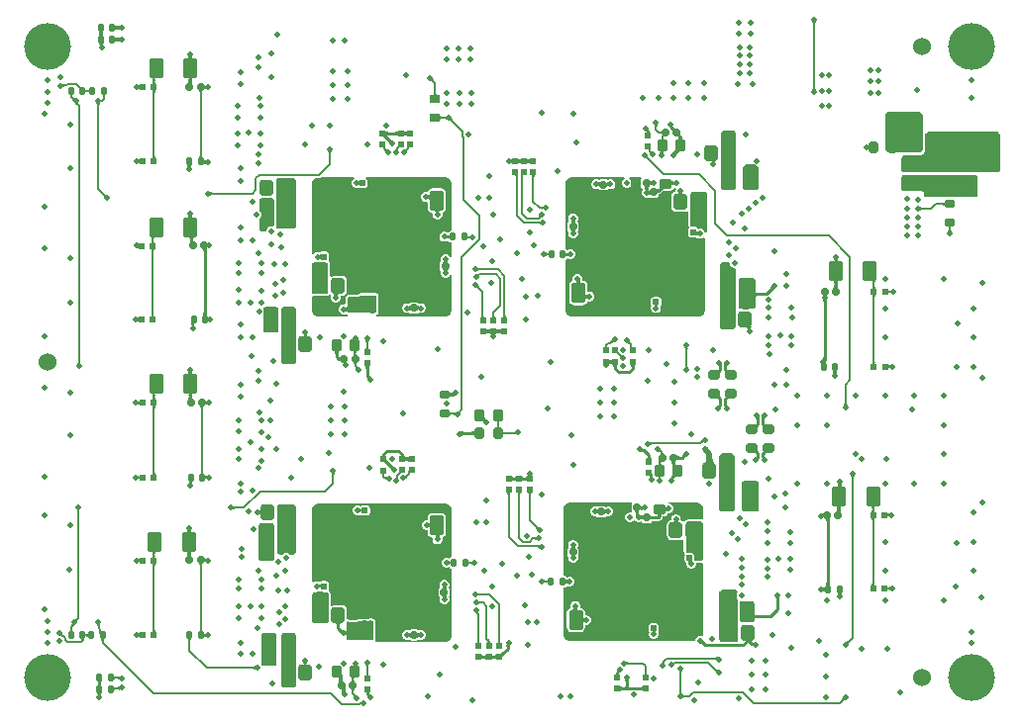
<source format=gbl>
G04*
G04 #@! TF.GenerationSoftware,Altium Limited,Altium Designer,24.2.2 (26)*
G04*
G04 Layer_Physical_Order=6*
G04 Layer_Color=8732672*
%FSLAX25Y25*%
%MOIN*%
G70*
G04*
G04 #@! TF.SameCoordinates,B220CE68-074A-4F46-869C-E968B1748748*
G04*
G04*
G04 #@! TF.FilePolarity,Positive*
G04*
G01*
G75*
%ADD10C,0.00984*%
%ADD12C,0.01000*%
%ADD13C,0.00700*%
G04:AMPARAMS|DCode=25|XSize=25.2mil|YSize=23.62mil|CornerRadius=4.72mil|HoleSize=0mil|Usage=FLASHONLY|Rotation=90.000|XOffset=0mil|YOffset=0mil|HoleType=Round|Shape=RoundedRectangle|*
%AMROUNDEDRECTD25*
21,1,0.02520,0.01417,0,0,90.0*
21,1,0.01575,0.02362,0,0,90.0*
1,1,0.00945,0.00709,0.00787*
1,1,0.00945,0.00709,-0.00787*
1,1,0.00945,-0.00709,-0.00787*
1,1,0.00945,-0.00709,0.00787*
%
%ADD25ROUNDEDRECTD25*%
G04:AMPARAMS|DCode=26|XSize=21.65mil|YSize=19.68mil|CornerRadius=3.94mil|HoleSize=0mil|Usage=FLASHONLY|Rotation=270.000|XOffset=0mil|YOffset=0mil|HoleType=Round|Shape=RoundedRectangle|*
%AMROUNDEDRECTD26*
21,1,0.02165,0.01181,0,0,270.0*
21,1,0.01378,0.01968,0,0,270.0*
1,1,0.00787,-0.00591,-0.00689*
1,1,0.00787,-0.00591,0.00689*
1,1,0.00787,0.00591,0.00689*
1,1,0.00787,0.00591,-0.00689*
%
%ADD26ROUNDEDRECTD26*%
G04:AMPARAMS|DCode=27|XSize=21.65mil|YSize=19.68mil|CornerRadius=3.94mil|HoleSize=0mil|Usage=FLASHONLY|Rotation=180.000|XOffset=0mil|YOffset=0mil|HoleType=Round|Shape=RoundedRectangle|*
%AMROUNDEDRECTD27*
21,1,0.02165,0.01181,0,0,180.0*
21,1,0.01378,0.01968,0,0,180.0*
1,1,0.00787,-0.00689,0.00591*
1,1,0.00787,0.00689,0.00591*
1,1,0.00787,0.00689,-0.00591*
1,1,0.00787,-0.00689,-0.00591*
%
%ADD27ROUNDEDRECTD27*%
G04:AMPARAMS|DCode=29|XSize=25.2mil|YSize=23.62mil|CornerRadius=4.72mil|HoleSize=0mil|Usage=FLASHONLY|Rotation=0.000|XOffset=0mil|YOffset=0mil|HoleType=Round|Shape=RoundedRectangle|*
%AMROUNDEDRECTD29*
21,1,0.02520,0.01417,0,0,0.0*
21,1,0.01575,0.02362,0,0,0.0*
1,1,0.00945,0.00787,-0.00709*
1,1,0.00945,-0.00787,-0.00709*
1,1,0.00945,-0.00787,0.00709*
1,1,0.00945,0.00787,0.00709*
%
%ADD29ROUNDEDRECTD29*%
G04:AMPARAMS|DCode=43|XSize=35.43mil|YSize=29.53mil|CornerRadius=5.91mil|HoleSize=0mil|Usage=FLASHONLY|Rotation=180.000|XOffset=0mil|YOffset=0mil|HoleType=Round|Shape=RoundedRectangle|*
%AMROUNDEDRECTD43*
21,1,0.03543,0.01772,0,0,180.0*
21,1,0.02362,0.02953,0,0,180.0*
1,1,0.01181,-0.01181,0.00886*
1,1,0.01181,0.01181,0.00886*
1,1,0.01181,0.01181,-0.00886*
1,1,0.01181,-0.01181,-0.00886*
%
%ADD43ROUNDEDRECTD43*%
G04:AMPARAMS|DCode=54|XSize=37.4mil|YSize=33.47mil|CornerRadius=6.69mil|HoleSize=0mil|Usage=FLASHONLY|Rotation=270.000|XOffset=0mil|YOffset=0mil|HoleType=Round|Shape=RoundedRectangle|*
%AMROUNDEDRECTD54*
21,1,0.03740,0.02008,0,0,270.0*
21,1,0.02402,0.03347,0,0,270.0*
1,1,0.01339,-0.01004,-0.01201*
1,1,0.01339,-0.01004,0.01201*
1,1,0.01339,0.01004,0.01201*
1,1,0.01339,0.01004,-0.01201*
%
%ADD54ROUNDEDRECTD54*%
G04:AMPARAMS|DCode=55|XSize=45.45mil|YSize=53.39mil|CornerRadius=9.09mil|HoleSize=0mil|Usage=FLASHONLY|Rotation=0.000|XOffset=0mil|YOffset=0mil|HoleType=Round|Shape=RoundedRectangle|*
%AMROUNDEDRECTD55*
21,1,0.04545,0.03521,0,0,0.0*
21,1,0.02727,0.05339,0,0,0.0*
1,1,0.01818,0.01364,-0.01761*
1,1,0.01818,-0.01364,-0.01761*
1,1,0.01818,-0.01364,0.01761*
1,1,0.01818,0.01364,0.01761*
%
%ADD55ROUNDEDRECTD55*%
G04:AMPARAMS|DCode=62|XSize=37.4mil|YSize=33.47mil|CornerRadius=6.69mil|HoleSize=0mil|Usage=FLASHONLY|Rotation=0.000|XOffset=0mil|YOffset=0mil|HoleType=Round|Shape=RoundedRectangle|*
%AMROUNDEDRECTD62*
21,1,0.03740,0.02008,0,0,0.0*
21,1,0.02402,0.03347,0,0,0.0*
1,1,0.01339,0.01201,-0.01004*
1,1,0.01339,-0.01201,-0.01004*
1,1,0.01339,-0.01201,0.01004*
1,1,0.01339,0.01201,0.01004*
%
%ADD62ROUNDEDRECTD62*%
G04:AMPARAMS|DCode=64|XSize=68.9mil|YSize=47.24mil|CornerRadius=9.45mil|HoleSize=0mil|Usage=FLASHONLY|Rotation=180.000|XOffset=0mil|YOffset=0mil|HoleType=Round|Shape=RoundedRectangle|*
%AMROUNDEDRECTD64*
21,1,0.06890,0.02835,0,0,180.0*
21,1,0.05000,0.04724,0,0,180.0*
1,1,0.01890,-0.02500,0.01417*
1,1,0.01890,0.02500,0.01417*
1,1,0.01890,0.02500,-0.01417*
1,1,0.01890,-0.02500,-0.01417*
%
%ADD64ROUNDEDRECTD64*%
G04:AMPARAMS|DCode=98|XSize=26mil|YSize=23mil|CornerRadius=4.6mil|HoleSize=0mil|Usage=FLASHONLY|Rotation=90.000|XOffset=0mil|YOffset=0mil|HoleType=Round|Shape=RoundedRectangle|*
%AMROUNDEDRECTD98*
21,1,0.02600,0.01380,0,0,90.0*
21,1,0.01680,0.02300,0,0,90.0*
1,1,0.00920,0.00690,0.00840*
1,1,0.00920,0.00690,-0.00840*
1,1,0.00920,-0.00690,-0.00840*
1,1,0.00920,-0.00690,0.00840*
%
%ADD98ROUNDEDRECTD98*%
%ADD101C,0.06000*%
%ADD104C,0.02000*%
%ADD105C,0.00701*%
%ADD106C,0.15748*%
%ADD107C,0.02600*%
%ADD108C,0.01968*%
G04:AMPARAMS|DCode=112|XSize=26mil|YSize=23mil|CornerRadius=5.75mil|HoleSize=0mil|Usage=FLASHONLY|Rotation=90.000|XOffset=0mil|YOffset=0mil|HoleType=Round|Shape=RoundedRectangle|*
%AMROUNDEDRECTD112*
21,1,0.02600,0.01150,0,0,90.0*
21,1,0.01450,0.02300,0,0,90.0*
1,1,0.01150,0.00575,0.00725*
1,1,0.01150,0.00575,-0.00725*
1,1,0.01150,-0.00575,-0.00725*
1,1,0.01150,-0.00575,0.00725*
%
%ADD112ROUNDEDRECTD112*%
G04:AMPARAMS|DCode=113|XSize=35.43mil|YSize=29.53mil|CornerRadius=7.38mil|HoleSize=0mil|Usage=FLASHONLY|Rotation=0.000|XOffset=0mil|YOffset=0mil|HoleType=Round|Shape=RoundedRectangle|*
%AMROUNDEDRECTD113*
21,1,0.03543,0.01476,0,0,0.0*
21,1,0.02067,0.02953,0,0,0.0*
1,1,0.01476,0.01034,-0.00738*
1,1,0.01476,-0.01034,-0.00738*
1,1,0.01476,-0.01034,0.00738*
1,1,0.01476,0.01034,0.00738*
%
%ADD113ROUNDEDRECTD113*%
G04:AMPARAMS|DCode=114|XSize=34mil|YSize=40mil|CornerRadius=6.8mil|HoleSize=0mil|Usage=FLASHONLY|Rotation=180.000|XOffset=0mil|YOffset=0mil|HoleType=Round|Shape=RoundedRectangle|*
%AMROUNDEDRECTD114*
21,1,0.03400,0.02640,0,0,180.0*
21,1,0.02040,0.04000,0,0,180.0*
1,1,0.01360,-0.01020,0.01320*
1,1,0.01360,0.01020,0.01320*
1,1,0.01360,0.01020,-0.01320*
1,1,0.01360,-0.01020,-0.01320*
%
%ADD114ROUNDEDRECTD114*%
G04:AMPARAMS|DCode=115|XSize=68.9mil|YSize=47.24mil|CornerRadius=9.45mil|HoleSize=0mil|Usage=FLASHONLY|Rotation=90.000|XOffset=0mil|YOffset=0mil|HoleType=Round|Shape=RoundedRectangle|*
%AMROUNDEDRECTD115*
21,1,0.06890,0.02835,0,0,90.0*
21,1,0.05000,0.04724,0,0,90.0*
1,1,0.01890,0.01417,0.02500*
1,1,0.01890,0.01417,-0.02500*
1,1,0.01890,-0.01417,-0.02500*
1,1,0.01890,-0.01417,0.02500*
%
%ADD115ROUNDEDRECTD115*%
G04:AMPARAMS|DCode=116|XSize=45.45mil|YSize=53.39mil|CornerRadius=9.09mil|HoleSize=0mil|Usage=FLASHONLY|Rotation=90.000|XOffset=0mil|YOffset=0mil|HoleType=Round|Shape=RoundedRectangle|*
%AMROUNDEDRECTD116*
21,1,0.04545,0.03521,0,0,90.0*
21,1,0.02727,0.05339,0,0,90.0*
1,1,0.01818,0.01761,0.01364*
1,1,0.01818,0.01761,-0.01364*
1,1,0.01818,-0.01761,-0.01364*
1,1,0.01818,-0.01761,0.01364*
%
%ADD116ROUNDEDRECTD116*%
G04:AMPARAMS|DCode=117|XSize=34mil|YSize=40mil|CornerRadius=6.8mil|HoleSize=0mil|Usage=FLASHONLY|Rotation=90.000|XOffset=0mil|YOffset=0mil|HoleType=Round|Shape=RoundedRectangle|*
%AMROUNDEDRECTD117*
21,1,0.03400,0.02640,0,0,90.0*
21,1,0.02040,0.04000,0,0,90.0*
1,1,0.01360,0.01320,0.01020*
1,1,0.01360,0.01320,-0.01020*
1,1,0.01360,-0.01320,-0.01020*
1,1,0.01360,-0.01320,0.01020*
%
%ADD117ROUNDEDRECTD117*%
G36*
X270310Y232694D02*
X270252Y232623D01*
X270201Y232549D01*
X270157Y232473D01*
X270120Y232394D01*
X270089Y232312D01*
X270065Y232226D01*
X270049Y232138D01*
X270038Y232048D01*
X270035Y231954D01*
X269335D01*
X269332Y232048D01*
X269321Y232138D01*
X269304Y232226D01*
X269281Y232312D01*
X269250Y232394D01*
X269213Y232473D01*
X269169Y232549D01*
X269118Y232623D01*
X269060Y232694D01*
X268996Y232762D01*
X270374D01*
X270310Y232694D01*
D02*
G37*
G36*
X34510Y231612D02*
X34541Y231527D01*
X34593Y231452D01*
X34666Y231388D01*
X34760Y231333D01*
X34875Y231288D01*
X35011Y231254D01*
X35167Y231229D01*
X35333Y231215D01*
X35473Y231226D01*
X35558Y231239D01*
X35635Y231256D01*
X35705Y231277D01*
X35767Y231301D01*
X35823Y231330D01*
X35871Y231362D01*
X35911Y231398D01*
Y230020D01*
X35871Y230056D01*
X35823Y230088D01*
X35767Y230116D01*
X35705Y230141D01*
X35635Y230161D01*
X35558Y230178D01*
X35473Y230192D01*
X35381Y230201D01*
X35334Y230203D01*
X35167Y230189D01*
X35011Y230164D01*
X34875Y230129D01*
X34760Y230084D01*
X34666Y230030D01*
X34593Y229965D01*
X34541Y229890D01*
X34510Y229806D01*
X34499Y229711D01*
Y231706D01*
X34510Y231612D01*
D02*
G37*
G36*
X30496Y229536D02*
X30412Y229502D01*
X30338Y229445D01*
X30274Y229365D01*
X30219Y229263D01*
X30175Y229138D01*
X30141Y228991D01*
X30116Y228820D01*
X30110Y228740D01*
X30116Y228660D01*
X30141Y228490D01*
X30175Y228342D01*
X30219Y228217D01*
X30274Y228115D01*
X30338Y228035D01*
X30412Y227979D01*
X30496Y227945D01*
X30589Y227933D01*
X28603D01*
X28697Y227945D01*
X28780Y227979D01*
X28854Y228035D01*
X28918Y228115D01*
X28973Y228217D01*
X29017Y228342D01*
X29052Y228490D01*
X29076Y228660D01*
X29083Y228740D01*
X29076Y228820D01*
X29052Y228991D01*
X29017Y229138D01*
X28973Y229263D01*
X28918Y229365D01*
X28854Y229445D01*
X28780Y229502D01*
X28697Y229536D01*
X28603Y229547D01*
X30589D01*
X30496Y229536D01*
D02*
G37*
G36*
X34510Y227675D02*
X34541Y227590D01*
X34593Y227516D01*
X34666Y227451D01*
X34760Y227396D01*
X34875Y227351D01*
X35011Y227316D01*
X35167Y227292D01*
X35333Y227278D01*
X35473Y227289D01*
X35558Y227302D01*
X35635Y227319D01*
X35705Y227340D01*
X35767Y227364D01*
X35823Y227393D01*
X35871Y227425D01*
X35911Y227461D01*
Y226083D01*
X35871Y226119D01*
X35823Y226151D01*
X35767Y226179D01*
X35705Y226204D01*
X35635Y226224D01*
X35558Y226241D01*
X35473Y226255D01*
X35381Y226264D01*
X35334Y226266D01*
X35167Y226252D01*
X35011Y226227D01*
X34875Y226192D01*
X34760Y226147D01*
X34666Y226093D01*
X34593Y226028D01*
X34541Y225953D01*
X34510Y225869D01*
X34499Y225774D01*
X34499Y227769D01*
X34510Y227675D01*
D02*
G37*
G36*
X30542Y225555D02*
X30483Y225488D01*
X30430Y225408D01*
X30385Y225315D01*
X30346Y225208D01*
X30315Y225088D01*
X30314Y225083D01*
X30315Y225079D01*
X30340Y225012D01*
X30369Y224953D01*
X30403Y224902D01*
X30442Y224858D01*
X30485Y224823D01*
X30271Y224787D01*
X30262Y224648D01*
X30259Y224475D01*
X29259D01*
X29255Y224617D01*
X29126Y224595D01*
X29151Y224635D01*
X29173Y224683D01*
X29193Y224738D01*
X29211Y224801D01*
X29225Y224871D01*
X29231Y224907D01*
X29214Y225016D01*
X29179Y225153D01*
X29134Y225268D01*
X29079Y225361D01*
X29015Y225433D01*
X28940Y225482D01*
X28856Y225510D01*
X28761Y225516D01*
X30609Y225609D01*
X30542Y225555D01*
D02*
G37*
G36*
X60140Y221188D02*
X60155Y221016D01*
X60180Y220864D01*
X60181Y220861D01*
X60321Y220862D01*
X60286Y220821D01*
X60254Y220773D01*
X60227Y220718D01*
X60224Y220711D01*
X60260Y220621D01*
X60315Y220530D01*
X60380Y220459D01*
X60455Y220409D01*
X60540Y220378D01*
X60635Y220368D01*
X60148D01*
X60137Y220232D01*
X60135Y220126D01*
X59135Y220113D01*
X59133Y220220D01*
X59122Y220368D01*
X58635D01*
X58730Y220378D01*
X58815Y220409D01*
X58890Y220459D01*
X58955Y220530D01*
X59010Y220621D01*
X59043Y220701D01*
X59041Y220704D01*
X59013Y220760D01*
X58980Y220807D01*
X58943Y220848D01*
X59086Y220849D01*
X59090Y220864D01*
X59115Y221016D01*
X59130Y221188D01*
X59135Y221380D01*
X60135D01*
X60140Y221188D01*
D02*
G37*
G36*
X48173Y213483D02*
X48113Y213461D01*
X48061Y213426D01*
X48015Y213376D01*
X47977Y213312D01*
X47945Y213234D01*
X47921Y213141D01*
X47903Y213034D01*
X47893Y212913D01*
X47889Y212778D01*
X47189D01*
X47186Y212913D01*
X47175Y213034D01*
X47158Y213141D01*
X47133Y213234D01*
X47102Y213312D01*
X47063Y213376D01*
X47018Y213426D01*
X46965Y213461D01*
X46906Y213483D01*
X46839Y213490D01*
X48239D01*
X48173Y213483D01*
D02*
G37*
G36*
X141538Y213676D02*
X141547Y213585D01*
X141563Y213497D01*
X141586Y213412D01*
X141616Y213330D01*
X141652Y213250D01*
X141696Y213173D01*
X141746Y213099D01*
X141803Y213028D01*
X141867Y212959D01*
X141372Y212464D01*
X141303Y212528D01*
X141232Y212585D01*
X141158Y212635D01*
X141081Y212678D01*
X141001Y212715D01*
X140919Y212745D01*
X140833Y212768D01*
X140745Y212784D01*
X140655Y212793D01*
X140561Y212795D01*
X141535Y213770D01*
X141538Y213676D01*
D02*
G37*
G36*
X60492Y213480D02*
X60407Y213450D01*
X60332Y213399D01*
X60267Y213328D01*
X60212Y213237D01*
X60167Y213126D01*
X60132Y212994D01*
X60107Y212842D01*
X60094Y212700D01*
X60106Y212580D01*
X60130Y212442D01*
X60164Y212313D01*
X60207Y212194D01*
X60260Y212086D01*
X60323Y211987D01*
X60395Y211898D01*
X60477Y211819D01*
X60568Y211749D01*
X58593Y211806D01*
X58687Y211814D01*
X58771Y211845D01*
X58845Y211897D01*
X58909Y211972D01*
X58963Y212069D01*
X59008Y212188D01*
X59042Y212330D01*
X59067Y212493D01*
X59081Y212674D01*
X59067Y212842D01*
X59042Y212994D01*
X59007Y213126D01*
X58962Y213237D01*
X58907Y213328D01*
X58842Y213399D01*
X58767Y213450D01*
X58682Y213480D01*
X58587Y213490D01*
X60587D01*
X60492Y213480D01*
D02*
G37*
G36*
X47893Y212269D02*
X47903Y212144D01*
X47921Y212034D01*
X47945Y211939D01*
X47976Y211858D01*
X48015Y211792D01*
X48060Y211740D01*
X48112Y211704D01*
X48171Y211682D01*
X48237Y211674D01*
X46842D01*
X46908Y211682D01*
X46967Y211704D01*
X47019Y211740D01*
X47064Y211792D01*
X47102Y211858D01*
X47134Y211939D01*
X47158Y212034D01*
X47175Y212144D01*
X47186Y212269D01*
X47189Y212408D01*
X47889D01*
X47893Y212269D01*
D02*
G37*
G36*
X42833Y211053D02*
X42885Y211034D01*
X42970Y211010D01*
X43058Y210994D01*
X43149Y210983D01*
X43243Y210980D01*
Y210280D01*
X43149Y210277D01*
X43058Y210266D01*
X42970Y210249D01*
X42885Y210226D01*
X42833Y210206D01*
Y209932D01*
X42826Y209998D01*
X42805Y210057D01*
X42769Y210110D01*
X42719Y210155D01*
X42719Y210155D01*
X42647Y210114D01*
X42574Y210063D01*
X42503Y210005D01*
X42435Y209941D01*
Y210257D01*
X42377Y210266D01*
X42255Y210276D01*
X42120Y210280D01*
Y210980D01*
X42255Y210983D01*
X42377Y210994D01*
X42435Y211003D01*
Y211319D01*
X42503Y211255D01*
X42574Y211197D01*
X42647Y211146D01*
X42719Y211105D01*
X42719Y211105D01*
X42769Y211150D01*
X42805Y211202D01*
X42826Y211262D01*
X42833Y211328D01*
Y211053D01*
D02*
G37*
G36*
X16735Y211818D02*
X16902Y211738D01*
X16987Y211706D01*
X17074Y211678D01*
X17161Y211656D01*
X17248Y211639D01*
X17337Y211626D01*
X17427Y211619D01*
X17518Y211616D01*
X17711Y210916D01*
X17615Y210912D01*
X17524Y210901D01*
X17439Y210881D01*
X17359Y210854D01*
X17285Y210820D01*
X17216Y210777D01*
X17152Y210727D01*
X17094Y210669D01*
X17041Y210603D01*
X16993Y210529D01*
X16653Y211865D01*
X16735Y211818D01*
D02*
G37*
G36*
X64480Y211263D02*
X64502Y211204D01*
X64537Y211151D01*
X64587Y211106D01*
X64651Y211067D01*
X64667Y211061D01*
X64677Y211065D01*
X64756Y211102D01*
X64833Y211146D01*
X64907Y211197D01*
X64977Y211255D01*
X65045Y211319D01*
Y210984D01*
X65050Y210983D01*
X65185Y210980D01*
Y210280D01*
X65050Y210276D01*
X65045Y210276D01*
Y209941D01*
X64977Y210005D01*
X64907Y210063D01*
X64833Y210114D01*
X64756Y210158D01*
X64677Y210195D01*
X64667Y210199D01*
X64651Y210192D01*
X64587Y210154D01*
X64537Y210108D01*
X64502Y210056D01*
X64480Y209996D01*
X64473Y209930D01*
Y210257D01*
X64422Y210266D01*
X64331Y210277D01*
X64238Y210280D01*
Y210980D01*
X64331Y210983D01*
X64422Y210994D01*
X64473Y211003D01*
Y211330D01*
X64480Y211263D01*
D02*
G37*
G36*
X25705Y208749D02*
X25698Y208815D01*
X25677Y208875D01*
X25641Y208927D01*
X25591Y208973D01*
X25527Y209011D01*
X25449Y209043D01*
X25357Y209067D01*
X25250Y209085D01*
X25197Y209089D01*
X25144Y209085D01*
X25037Y209067D01*
X24945Y209043D01*
X24866Y209011D01*
X24802Y208973D01*
X24752Y208927D01*
X24717Y208875D01*
X24695Y208815D01*
X24688Y208749D01*
Y210149D01*
X24695Y210082D01*
X24717Y210023D01*
X24752Y209970D01*
X24802Y209925D01*
X24866Y209886D01*
X24945Y209855D01*
X25037Y209830D01*
X25144Y209813D01*
X25197Y209808D01*
X25250Y209813D01*
X25357Y209830D01*
X25449Y209855D01*
X25527Y209886D01*
X25591Y209925D01*
X25641Y209970D01*
X25677Y210023D01*
X25698Y210082D01*
X25705Y210149D01*
Y208749D01*
D02*
G37*
G36*
X270038Y210472D02*
X270049Y210381D01*
X270065Y210293D01*
X270089Y210208D01*
X270120Y210126D01*
X270157Y210047D01*
X270201Y209970D01*
X270252Y209897D01*
X270310Y209826D01*
X270374Y209758D01*
X268996D01*
X269060Y209826D01*
X269118Y209897D01*
X269169Y209970D01*
X269213Y210047D01*
X269250Y210126D01*
X269281Y210208D01*
X269304Y210293D01*
X269321Y210381D01*
X269332Y210472D01*
X269335Y210566D01*
X270035D01*
X270038Y210472D01*
D02*
G37*
G36*
X22551Y211101D02*
X22810Y210881D01*
X22924Y210800D01*
X23029Y210740D01*
X23122Y210699D01*
X23206Y210678D01*
X23280Y210677D01*
X23343Y210695D01*
X23397Y210734D01*
X22419Y209756D01*
X22457Y209809D01*
X22476Y209873D01*
X22475Y209946D01*
X22454Y210030D01*
X22413Y210124D01*
X22352Y210228D01*
X22272Y210342D01*
X22172Y210467D01*
X21912Y210746D01*
X22407Y211241D01*
X22551Y211101D01*
D02*
G37*
G36*
X48171Y209578D02*
X48112Y209556D01*
X48060Y209519D01*
X48015Y209468D01*
X47976Y209402D01*
X47945Y209321D01*
X47921Y209226D01*
X47903Y209116D01*
X47893Y208991D01*
X47889Y208852D01*
X47189D01*
X47186Y208991D01*
X47175Y209116D01*
X47158Y209226D01*
X47134Y209321D01*
X47102Y209402D01*
X47064Y209468D01*
X47019Y209519D01*
X46967Y209556D01*
X46908Y209578D01*
X46842Y209585D01*
X48237D01*
X48171Y209578D01*
D02*
G37*
G36*
X63949Y209378D02*
X63890Y209357D01*
X63838Y209321D01*
X63793Y209271D01*
X63754Y209207D01*
X63723Y209129D01*
X63699Y209036D01*
X63681Y208929D01*
X63671Y208808D01*
X63667Y208673D01*
X62967D01*
X62964Y208808D01*
X62953Y208929D01*
X62936Y209036D01*
X62911Y209129D01*
X62880Y209207D01*
X62841Y209271D01*
X62796Y209321D01*
X62743Y209357D01*
X62684Y209378D01*
X62617Y209385D01*
X64015Y209385D01*
X63949Y209378D01*
D02*
G37*
G36*
X142480Y208736D02*
X142490Y208615D01*
X142508Y208508D01*
X142532Y208416D01*
X142563Y208337D01*
X142602Y208273D01*
X142648Y208224D01*
X142700Y208188D01*
X142760Y208167D01*
X142826Y208159D01*
X141426D01*
X141492Y208167D01*
X141552Y208188D01*
X141604Y208224D01*
X141650Y208273D01*
X141689Y208337D01*
X141720Y208416D01*
X141744Y208508D01*
X141762Y208615D01*
X141772Y208736D01*
X141776Y208872D01*
X142476D01*
X142480Y208736D01*
D02*
G37*
G36*
X31272Y208159D02*
X31213Y208137D01*
X31161Y208102D01*
X31115Y208052D01*
X31077Y207987D01*
X31046Y207909D01*
X31021Y207816D01*
X31004Y207709D01*
X30994Y207588D01*
X30990Y207452D01*
X30290D01*
X30287Y207588D01*
X30276Y207709D01*
X30259Y207816D01*
X30235Y207909D01*
X30203Y207987D01*
X30165Y208052D01*
X30120Y208102D01*
X30068Y208137D01*
X30009Y208159D01*
X29943Y208166D01*
X31338D01*
X31272Y208159D01*
D02*
G37*
G36*
X20432Y208164D02*
X20365Y208157D01*
X20305Y208136D01*
X20253Y208101D01*
X20207Y208051D01*
X20169Y207987D01*
X20137Y207908D01*
X20113Y207816D01*
X20095Y207708D01*
X20085Y207587D01*
X20081Y207451D01*
X19380D01*
X19377Y207588D01*
X19366Y207710D01*
X19349Y207817D01*
X19325Y207911D01*
X19293Y207990D01*
X19255Y208055D01*
X19210Y208105D01*
X19158Y208141D01*
X19098Y208163D01*
X19032Y208171D01*
X20432Y208164D01*
D02*
G37*
G36*
X20508Y207157D02*
X20580Y207100D01*
X20654Y207050D01*
X20731Y207007D01*
X20810Y206970D01*
X20893Y206941D01*
X20978Y206918D01*
X21066Y206902D01*
X21157Y206892D01*
X21250Y206890D01*
X20276Y205915D01*
X20273Y206009D01*
X20264Y206100D01*
X20248Y206187D01*
X20225Y206273D01*
X20195Y206355D01*
X20159Y206435D01*
X20115Y206511D01*
X20065Y206586D01*
X20008Y206657D01*
X19944Y206726D01*
X20440Y207221D01*
X20508Y207157D01*
D02*
G37*
G36*
X29673Y206533D02*
X29692Y206526D01*
X29720Y206519D01*
X29757Y206514D01*
X29857Y206505D01*
X30074Y206499D01*
X30164Y206498D01*
Y205798D01*
X30095Y205798D01*
X29930Y205787D01*
X29889Y205781D01*
X29854Y205773D01*
X29826Y205764D01*
X29805Y205754D01*
X29791Y205742D01*
X29784Y205729D01*
X29663Y206541D01*
X29673Y206533D01*
D02*
G37*
G36*
X22193Y205568D02*
X22184Y205484D01*
X22184Y205402D01*
X22194Y205321D01*
X22212Y205242D01*
X22241Y205165D01*
X22278Y205089D01*
X22324Y205015D01*
X22380Y204943D01*
X22445Y204872D01*
X21814Y204513D01*
X21748Y204576D01*
X21679Y204634D01*
X21607Y204688D01*
X21533Y204738D01*
X21455Y204784D01*
X21375Y204825D01*
X21292Y204862D01*
X21207Y204896D01*
X21118Y204925D01*
X21027Y204949D01*
X22211Y205653D01*
X22193Y205568D01*
D02*
G37*
G36*
X29463Y205233D02*
X29406Y205162D01*
X29355Y205089D01*
X29311Y205012D01*
X29273Y204933D01*
X29243Y204851D01*
X29219Y204766D01*
X29202Y204678D01*
X29192Y204587D01*
X29189Y204493D01*
X28489D01*
X28485Y204587D01*
X28475Y204678D01*
X28458Y204766D01*
X28434Y204851D01*
X28404Y204933D01*
X28367Y205012D01*
X28322Y205089D01*
X28272Y205162D01*
X28214Y205233D01*
X28150Y205301D01*
X29528D01*
X29463Y205233D01*
D02*
G37*
G36*
X146148Y199705D02*
X146080Y199769D01*
X146009Y199827D01*
X145935Y199878D01*
X145859Y199922D01*
X145780Y199959D01*
X145697Y199989D01*
X145612Y200013D01*
X145524Y200030D01*
X145433Y200040D01*
X145340Y200044D01*
Y200744D01*
X145433Y200747D01*
X145524Y200757D01*
X145612Y200774D01*
X145697Y200798D01*
X145780Y200828D01*
X145859Y200866D01*
X145935Y200910D01*
X146009Y200961D01*
X146080Y201018D01*
X146148Y201083D01*
Y199705D01*
D02*
G37*
G36*
X143895Y201027D02*
X143916Y200968D01*
X143952Y200915D01*
X144002Y200870D01*
X144066Y200831D01*
X144144Y200800D01*
X144237Y200775D01*
X144343Y200758D01*
X144465Y200747D01*
X144600Y200744D01*
Y200044D01*
X144465Y200040D01*
X144343Y200030D01*
X144237Y200012D01*
X144144Y199988D01*
X144066Y199956D01*
X144002Y199918D01*
X143952Y199872D01*
X143916Y199820D01*
X143895Y199760D01*
X143888Y199694D01*
Y201094D01*
X143895Y201027D01*
D02*
G37*
G36*
X147837Y200290D02*
X147846Y200200D01*
X147862Y200112D01*
X147885Y200026D01*
X147915Y199944D01*
X147952Y199864D01*
X147995Y199787D01*
X148045Y199713D01*
X148102Y199642D01*
X148166Y199573D01*
X147671Y199078D01*
X147602Y199142D01*
X147531Y199199D01*
X147457Y199249D01*
X147380Y199293D01*
X147300Y199329D01*
X147218Y199359D01*
X147133Y199382D01*
X147045Y199398D01*
X146954Y199407D01*
X146860Y199409D01*
X147835Y200384D01*
X147837Y200290D01*
D02*
G37*
G36*
X217160Y198048D02*
X217102Y197977D01*
X217052Y197904D01*
X217007Y197827D01*
X216970Y197748D01*
X216940Y197666D01*
X216916Y197581D01*
X216899Y197493D01*
X216889Y197402D01*
X216885Y197308D01*
X216185D01*
X216182Y197402D01*
X216172Y197493D01*
X216155Y197581D01*
X216131Y197666D01*
X216101Y197748D01*
X216063Y197827D01*
X216019Y197904D01*
X215968Y197977D01*
X215911Y198048D01*
X215846Y198116D01*
X217224D01*
X217160Y198048D01*
D02*
G37*
G36*
X132894Y194311D02*
X132839Y194381D01*
X132771Y194443D01*
X132691Y194498D01*
X132599Y194545D01*
X132493Y194586D01*
X132376Y194619D01*
X132283Y194637D01*
X132191Y194619D01*
X132073Y194586D01*
X131968Y194545D01*
X131876Y194498D01*
X131796Y194443D01*
X131728Y194381D01*
X131673Y194311D01*
Y196043D01*
X131728Y195973D01*
X131796Y195911D01*
X131876Y195856D01*
X131968Y195809D01*
X132073Y195769D01*
X132191Y195736D01*
X132283Y195718D01*
X132376Y195736D01*
X132493Y195769D01*
X132599Y195809D01*
X132691Y195856D01*
X132771Y195911D01*
X132839Y195973D01*
X132894Y196043D01*
Y194311D01*
D02*
G37*
G36*
X222571Y197040D02*
X222940Y196727D01*
X223103Y196613D01*
X223252Y196526D01*
X223386Y196469D01*
X223506Y196439D01*
X223612Y196438D01*
X223703Y196465D01*
X223779Y196520D01*
X222377Y195118D01*
X222432Y195195D01*
X222460Y195286D01*
X222458Y195391D01*
X222429Y195511D01*
X222371Y195646D01*
X222285Y195794D01*
X222171Y195957D01*
X222028Y196134D01*
X221658Y196532D01*
X222365Y197240D01*
X222571Y197040D01*
D02*
G37*
G36*
X218598Y194576D02*
X218590Y194642D01*
X218569Y194702D01*
X218534Y194754D01*
X218484Y194800D01*
X218420Y194838D01*
X218341Y194870D01*
X218249Y194894D01*
X218142Y194912D01*
X218021Y194922D01*
X217886Y194926D01*
Y195626D01*
X218021Y195629D01*
X218142Y195640D01*
X218249Y195657D01*
X218341Y195682D01*
X218420Y195713D01*
X218484Y195752D01*
X218534Y195797D01*
X218569Y195850D01*
X218590Y195909D01*
X218598Y195976D01*
Y194576D01*
D02*
G37*
G36*
X129745Y194311D02*
X129689Y194381D01*
X129622Y194443D01*
X129542Y194498D01*
X129449Y194545D01*
X129344Y194586D01*
X129226Y194619D01*
X129096Y194644D01*
X128953Y194662D01*
X128798Y194674D01*
X128630Y194677D01*
Y195677D01*
X128798Y195681D01*
X129096Y195710D01*
X129226Y195736D01*
X129344Y195769D01*
X129449Y195809D01*
X129542Y195856D01*
X129622Y195911D01*
X129689Y195973D01*
X129745Y196043D01*
Y194311D01*
D02*
G37*
G36*
X125429Y195973D02*
X125496Y195911D01*
X125576Y195856D01*
X125669Y195809D01*
X125774Y195769D01*
X125892Y195736D01*
X126022Y195710D01*
X126165Y195692D01*
X126320Y195681D01*
X126488Y195677D01*
Y194677D01*
X126320Y194674D01*
X126022Y194644D01*
X125892Y194619D01*
X125822Y194599D01*
X125825Y194595D01*
X126195Y194197D01*
X125488Y193490D01*
X125282Y193690D01*
X124912Y194003D01*
X124749Y194117D01*
X124601Y194203D01*
X124467Y194261D01*
X124347Y194291D01*
X124241Y194292D01*
X124150Y194265D01*
X124073Y194209D01*
X125374Y195510D01*
Y196043D01*
X125429Y195973D01*
D02*
G37*
G36*
X225170Y193754D02*
X225185Y193582D01*
X225210Y193430D01*
X225245Y193298D01*
X225290Y193187D01*
X225345Y193096D01*
X225410Y193025D01*
X225485Y192974D01*
X225570Y192944D01*
X225665Y192934D01*
X223665D01*
X223760Y192944D01*
X223845Y192974D01*
X223920Y193025D01*
X223985Y193096D01*
X224040Y193187D01*
X224085Y193298D01*
X224120Y193430D01*
X224145Y193582D01*
X224160Y193754D01*
X224165Y193946D01*
X225165D01*
X225170Y193754D01*
D02*
G37*
G36*
X218995Y193511D02*
X219006Y193390D01*
X219023Y193283D01*
X219048Y193190D01*
X219079Y193112D01*
X219118Y193048D01*
X219163Y192998D01*
X219216Y192962D01*
X219275Y192941D01*
X219342Y192934D01*
X217942D01*
X218008Y192941D01*
X218068Y192962D01*
X218120Y192998D01*
X218166Y193048D01*
X218204Y193112D01*
X218236Y193190D01*
X218260Y193283D01*
X218278Y193390D01*
X218288Y193511D01*
X218292Y193646D01*
X218992D01*
X218995Y193511D01*
D02*
G37*
G36*
X127386Y193008D02*
X127656Y192776D01*
X127714Y192736D01*
X127768Y192702D01*
X127817Y192676D01*
X127863Y192657D01*
X127905Y192645D01*
X126744Y191904D01*
X126752Y191959D01*
X126751Y192016D01*
X126741Y192076D01*
X126721Y192138D01*
X126693Y192202D01*
X126656Y192269D01*
X126609Y192339D01*
X126554Y192411D01*
X126490Y192485D01*
X126416Y192562D01*
X127309Y193084D01*
X127386Y193008D01*
D02*
G37*
G36*
X130583Y190469D02*
X130539Y190492D01*
X130487Y190498D01*
X130424Y190488D01*
X130353Y190462D01*
X130272Y190419D01*
X130182Y190360D01*
X130083Y190285D01*
X129856Y190086D01*
X129728Y189962D01*
X129136Y190359D01*
X129267Y190494D01*
X129553Y190832D01*
X129613Y190923D01*
X129654Y191003D01*
X129678Y191071D01*
X129684Y191130D01*
X129672Y191177D01*
X129642Y191213D01*
X130583Y190469D01*
D02*
G37*
G36*
X132810Y190698D02*
X133486Y190469D01*
X133484Y190466D01*
X133482Y190456D01*
X133481Y190438D01*
X133476Y190293D01*
X133476Y190106D01*
X132776D01*
X132776Y190227D01*
X132803Y190701D01*
X132810Y190698D01*
D02*
G37*
G36*
X125358Y190556D02*
X125344Y190531D01*
X125331Y190498D01*
X125320Y190456D01*
X125311Y190406D01*
X125303Y190346D01*
X125293Y190201D01*
X125290Y190021D01*
X124590D01*
X124589Y190108D01*
X124576Y190313D01*
X124568Y190362D01*
X124559Y190402D01*
X124548Y190433D01*
X124534Y190455D01*
X124520Y190467D01*
X124503Y190469D01*
X125374Y190571D01*
X125358Y190556D01*
D02*
G37*
G36*
X288102Y189863D02*
X288095Y189899D01*
X288074Y189931D01*
X288039Y189959D01*
X287990Y189983D01*
X287927Y190004D01*
X287850Y190021D01*
X287759Y190034D01*
X287654Y190044D01*
X287402Y190051D01*
Y191051D01*
X287535Y191053D01*
X287759Y191068D01*
X287850Y191081D01*
X287927Y191098D01*
X287990Y191119D01*
X288039Y191143D01*
X288074Y191172D01*
X288095Y191203D01*
X288102Y191239D01*
Y189863D01*
D02*
G37*
G36*
X288145Y191204D02*
X288193Y191172D01*
X288248Y191144D01*
X288311Y191119D01*
X288381Y191098D01*
X288458Y191081D01*
X288543Y191068D01*
X288634Y191059D01*
X288840Y191051D01*
Y190051D01*
X288734Y190049D01*
X288543Y190034D01*
X288458Y190021D01*
X288381Y190004D01*
X288311Y189983D01*
X288248Y189959D01*
X288193Y189930D01*
X288145Y189898D01*
X288105Y189862D01*
Y191240D01*
X288145Y191204D01*
D02*
G37*
G36*
X129727Y189959D02*
X129729Y189863D01*
X129747Y189679D01*
X129763Y189592D01*
X129784Y189507D01*
X129809Y189425D01*
X129839Y189345D01*
X129873Y189269D01*
X129912Y189195D01*
X129956Y189124D01*
X128671Y189451D01*
X128738Y189492D01*
X128799Y189538D01*
X128852Y189590D01*
X128898Y189647D01*
X128938Y189709D01*
X128970Y189778D01*
X128995Y189851D01*
X129012Y189930D01*
X129023Y190015D01*
X129027Y190105D01*
X129727Y189959D01*
D02*
G37*
G36*
X214840Y189893D02*
X214845Y189857D01*
X214850Y189803D01*
X214861Y189399D01*
X214862Y189086D01*
X214162D01*
X214160Y189210D01*
X214140Y189415D01*
X214123Y189497D01*
X214102Y189563D01*
X214075Y189616D01*
X214043Y189654D01*
X214007Y189678D01*
X213965Y189687D01*
X213919Y189682D01*
X214828Y189910D01*
X214834Y189911D01*
X214840Y189893D01*
D02*
G37*
G36*
X224254Y188956D02*
X224196Y188988D01*
X224124Y188996D01*
X224039Y188982D01*
X223940Y188945D01*
X223828Y188884D01*
X223702Y188801D01*
X223562Y188695D01*
X223453Y188599D01*
X223447Y188591D01*
X223403Y188523D01*
X223369Y188458D01*
X223345Y188396D01*
X223331Y188337D01*
X223327Y188281D01*
X223332Y188228D01*
X223348Y188178D01*
X223105Y188279D01*
X223062Y188237D01*
X222899Y188365D01*
X222077Y188710D01*
X222098Y188723D01*
X222132Y188750D01*
X222241Y188846D01*
X222481Y189080D01*
X222846Y189511D01*
X222928Y189636D01*
X222987Y189746D01*
X223020Y189841D01*
X223030Y189922D01*
X223015Y189987D01*
X222976Y190038D01*
X224254Y188956D01*
D02*
G37*
G36*
X133029Y189514D02*
X132964Y189444D01*
X132908Y189372D01*
X132860Y189298D01*
X132819Y189221D01*
X132787Y189142D01*
X132763Y189061D01*
X132747Y188977D01*
X132739Y188891D01*
X132739Y188803D01*
X132747Y188712D01*
X131662Y189561D01*
X131756Y189574D01*
X131847Y189593D01*
X131935Y189618D01*
X132020Y189648D01*
X132102Y189683D01*
X132182Y189724D01*
X132258Y189771D01*
X132331Y189823D01*
X132402Y189881D01*
X132469Y189944D01*
X133029Y189514D01*
D02*
G37*
G36*
X305787Y202182D02*
X306119Y201850D01*
X306299Y201416D01*
Y201181D01*
Y191339D01*
X306299Y190157D01*
X306299D01*
X306299Y189844D01*
X306060Y189265D01*
X305616Y188822D01*
X305038Y188583D01*
X304724D01*
X295276Y188583D01*
X295276D01*
X294962Y188583D01*
X294384Y188822D01*
X293940Y189265D01*
X293701Y189844D01*
X293701Y190157D01*
Y201181D01*
Y201416D01*
X293881Y201850D01*
X294213Y202182D01*
X294647Y202362D01*
X305353D01*
X305787Y202182D01*
D02*
G37*
G36*
X125664Y189796D02*
X125736Y189740D01*
X125810Y189691D01*
X125887Y189650D01*
X125967Y189617D01*
X126048Y189591D01*
X126133Y189573D01*
X126219Y189563D01*
X126309Y189560D01*
X126400Y189566D01*
X125515Y188510D01*
X125504Y188604D01*
X125488Y188695D01*
X125466Y188784D01*
X125438Y188869D01*
X125404Y188951D01*
X125364Y189031D01*
X125319Y189107D01*
X125267Y189181D01*
X125210Y189252D01*
X125146Y189319D01*
X125595Y189861D01*
X125664Y189796D01*
D02*
G37*
G36*
X107317Y188993D02*
X107260Y188922D01*
X107209Y188849D01*
X107165Y188772D01*
X107128Y188693D01*
X107097Y188611D01*
X107073Y188526D01*
X107056Y188438D01*
X107046Y188347D01*
X107043Y188253D01*
X106343D01*
X106340Y188347D01*
X106329Y188438D01*
X106312Y188526D01*
X106289Y188611D01*
X106258Y188693D01*
X106221Y188772D01*
X106177Y188849D01*
X106126Y188922D01*
X106068Y188993D01*
X106004Y189061D01*
X107382D01*
X107317Y188993D01*
D02*
G37*
G36*
X218857Y189212D02*
X218867Y189121D01*
X218884Y189033D01*
X218906Y188956D01*
X219204D01*
X219137Y188949D01*
X219078Y188927D01*
X219025Y188892D01*
X218980Y188842D01*
X218963Y188814D01*
X218976Y188787D01*
X219020Y188710D01*
X219071Y188637D01*
X219128Y188566D01*
X219193Y188498D01*
X218868D01*
X218857Y188379D01*
X218854Y188244D01*
X218154D01*
X218150Y188379D01*
X218140Y188498D01*
X217815D01*
X217879Y188566D01*
X217937Y188637D01*
X217988Y188710D01*
X218032Y188787D01*
X218045Y188814D01*
X218028Y188842D01*
X217982Y188892D01*
X217930Y188927D01*
X217870Y188949D01*
X217804Y188956D01*
X218102D01*
X218123Y189033D01*
X218140Y189121D01*
X218151Y189212D01*
X218154Y189306D01*
X218854D01*
X218857Y189212D01*
D02*
G37*
G36*
X308268Y195669D02*
X331102Y195669D01*
X331102Y195669D01*
X331102Y195669D01*
X331563Y195575D01*
X331771Y195489D01*
X332104Y195157D01*
X332283Y194723D01*
X332283Y194488D01*
X332283Y182677D01*
X332283Y182677D01*
X332283Y182520D01*
X332164Y182231D01*
X331942Y182010D01*
X331653Y181890D01*
X300394Y181890D01*
X300394Y181890D01*
X300159Y181890D01*
X299725Y182070D01*
X299392Y182402D01*
X299213Y182836D01*
X299213Y183071D01*
Y186614D01*
X299213Y186614D01*
X299213Y186614D01*
X299303Y187068D01*
X299392Y187283D01*
X299725Y187616D01*
X300159Y187795D01*
X300394Y187795D01*
X305512Y187795D01*
X305512Y187795D01*
X305512Y187795D01*
X305819Y187826D01*
X305982Y187893D01*
X306387Y188061D01*
X306821Y188495D01*
X307056Y189063D01*
X307087Y189370D01*
X307087Y193988D01*
X307087Y194488D01*
X307136Y194731D01*
X307180Y194949D01*
X307266Y195157D01*
X307599Y195490D01*
X308033Y195669D01*
X308268Y195669D01*
D02*
G37*
G36*
X63671Y187688D02*
X63681Y187567D01*
X63699Y187460D01*
X63723Y187367D01*
X63754Y187288D01*
X63793Y187224D01*
X63838Y187174D01*
X63890Y187138D01*
X63949Y187117D01*
X64015Y187110D01*
X62620D01*
X62686Y187117D01*
X62745Y187138D01*
X62797Y187174D01*
X62842Y187224D01*
X62880Y187288D01*
X62912Y187367D01*
X62936Y187460D01*
X62953Y187567D01*
X62964Y187688D01*
X62967Y187824D01*
X63667D01*
X63671Y187688D01*
D02*
G37*
G36*
X47893Y187466D02*
X47903Y187341D01*
X47921Y187231D01*
X47945Y187136D01*
X47976Y187055D01*
X48015Y186989D01*
X48060Y186937D01*
X48112Y186901D01*
X48171Y186879D01*
X48237Y186871D01*
X46842D01*
X46908Y186879D01*
X46967Y186901D01*
X47019Y186937D01*
X47064Y186989D01*
X47102Y187055D01*
X47134Y187136D01*
X47158Y187231D01*
X47175Y187341D01*
X47186Y187466D01*
X47189Y187605D01*
X47889D01*
X47893Y187466D01*
D02*
G37*
G36*
X213585Y187692D02*
X213594Y187601D01*
X213611Y187513D01*
X213633Y187428D01*
X213663Y187345D01*
X213700Y187266D01*
X213743Y187189D01*
X213793Y187115D01*
X213850Y187043D01*
X213914Y186975D01*
X213419Y186480D01*
X213350Y186544D01*
X213279Y186600D01*
X213205Y186651D01*
X213128Y186694D01*
X213048Y186731D01*
X212966Y186760D01*
X212881Y186783D01*
X212793Y186799D01*
X212702Y186809D01*
X212608Y186811D01*
X213583Y187785D01*
X213585Y187692D01*
D02*
G37*
G36*
X167927Y186331D02*
X167938Y186328D01*
X168014Y186310D01*
X168098Y186296D01*
X168190Y186286D01*
X168395Y186278D01*
X168336Y185278D01*
X168230Y185276D01*
X168038Y185262D01*
X167954Y185250D01*
X167901Y185239D01*
X167894Y184943D01*
X167886Y185007D01*
X167860Y185064D01*
X167815Y185114D01*
X167751Y185157D01*
X167708Y185176D01*
X167687Y185166D01*
X167638Y185137D01*
X167597Y185103D01*
X167602Y185214D01*
X167568Y185224D01*
X167449Y185248D01*
X167311Y185264D01*
X167154Y185274D01*
X166978Y185278D01*
Y186278D01*
X167122Y186281D01*
X167377Y186306D01*
X167488Y186328D01*
X167589Y186357D01*
X167661Y186384D01*
X167666Y186480D01*
X167705Y186441D01*
X167734Y186420D01*
X167759Y186433D01*
X167828Y186480D01*
X167886Y186534D01*
X167933Y186594D01*
X167927Y186331D01*
D02*
G37*
G36*
X42833Y186250D02*
X42885Y186231D01*
X42970Y186207D01*
X43058Y186190D01*
X43149Y186180D01*
X43243Y186177D01*
Y185477D01*
X43149Y185473D01*
X43058Y185463D01*
X42970Y185446D01*
X42885Y185423D01*
X42833Y185403D01*
Y185129D01*
X42826Y185195D01*
X42805Y185254D01*
X42769Y185306D01*
X42719Y185352D01*
X42719Y185352D01*
X42647Y185311D01*
X42574Y185260D01*
X42503Y185202D01*
X42435Y185138D01*
Y185453D01*
X42377Y185463D01*
X42255Y185473D01*
X42120Y185477D01*
Y186177D01*
X42255Y186180D01*
X42377Y186191D01*
X42435Y186200D01*
Y186516D01*
X42503Y186451D01*
X42574Y186394D01*
X42647Y186343D01*
X42719Y186302D01*
X42719Y186302D01*
X42769Y186347D01*
X42805Y186399D01*
X42826Y186458D01*
X42833Y186524D01*
Y186250D01*
D02*
G37*
G36*
X174233Y184863D02*
X174178Y184932D01*
X174110Y184994D01*
X174030Y185049D01*
X173937Y185097D01*
X173832Y185137D01*
X173714Y185170D01*
X173622Y185188D01*
X173530Y185170D01*
X173412Y185137D01*
X173307Y185097D01*
X173214Y185049D01*
X173134Y184994D01*
X173066Y184932D01*
X173011Y184863D01*
Y186594D01*
X173066Y186525D01*
X173134Y186462D01*
X173214Y186408D01*
X173307Y186360D01*
X173412Y186320D01*
X173530Y186287D01*
X173622Y186269D01*
X173714Y186287D01*
X173832Y186320D01*
X173937Y186360D01*
X174030Y186408D01*
X174110Y186462D01*
X174178Y186525D01*
X174233Y186594D01*
Y184863D01*
D02*
G37*
G36*
X236180Y186063D02*
X236190Y185972D01*
X236207Y185884D01*
X236231Y185799D01*
X236262Y185717D01*
X236274Y185690D01*
X236524Y185693D01*
X236458Y185685D01*
X236399Y185662D01*
X236347Y185626D01*
X236322Y185597D01*
X236343Y185561D01*
X236394Y185487D01*
X236451Y185416D01*
X236516Y185349D01*
X236212D01*
X236208Y185334D01*
X236191Y185225D01*
X236180Y185102D01*
X236177Y184964D01*
X235477D01*
X235473Y185100D01*
X235463Y185222D01*
X235445Y185329D01*
X235440Y185349D01*
X235138D01*
X235202Y185416D01*
X235260Y185487D01*
X235311Y185561D01*
X235327Y185590D01*
X235305Y185614D01*
X235253Y185649D01*
X235193Y185670D01*
X235127Y185676D01*
X235374Y185679D01*
X235392Y185717D01*
X235422Y185799D01*
X235446Y185884D01*
X235463Y185972D01*
X235473Y186063D01*
X235477Y186156D01*
X236177D01*
X236180Y186063D01*
D02*
G37*
G36*
X169917Y186525D02*
X169985Y186462D01*
X170065Y186408D01*
X170157Y186360D01*
X170263Y186320D01*
X170380Y186287D01*
X170472Y186269D01*
X170565Y186287D01*
X170682Y186320D01*
X170788Y186360D01*
X170880Y186408D01*
X170960Y186462D01*
X171028Y186525D01*
X171083Y186594D01*
Y184863D01*
X171028Y184932D01*
X170960Y184994D01*
X170880Y185049D01*
X170788Y185097D01*
X170682Y185137D01*
X170565Y185170D01*
X170472Y185188D01*
X170380Y185170D01*
X170263Y185137D01*
X170157Y185097D01*
X170065Y185049D01*
X169985Y184994D01*
X169917Y184932D01*
X169862Y184863D01*
Y186594D01*
X169917Y186525D01*
D02*
G37*
G36*
X64455Y186067D02*
X64474Y186007D01*
X64507Y185955D01*
X64556Y185909D01*
X64619Y185871D01*
X64651Y185858D01*
X64677Y185868D01*
X64756Y185905D01*
X64833Y185949D01*
X64907Y186000D01*
X64977Y186058D01*
X65045Y186122D01*
Y185786D01*
X65164Y185783D01*
Y185083D01*
X65045Y185080D01*
Y184744D01*
X64977Y184809D01*
X64907Y184866D01*
X64833Y184917D01*
X64756Y184961D01*
X64677Y184998D01*
X64630Y185016D01*
X64577Y184997D01*
X64504Y184959D01*
X64447Y184915D01*
X64405Y184863D01*
X64378Y184805D01*
X64367Y184740D01*
X64387Y185073D01*
X64331Y185080D01*
X64238Y185083D01*
Y185783D01*
X64331Y185786D01*
X64422Y185797D01*
X64432Y185799D01*
X64452Y186133D01*
X64455Y186067D01*
D02*
G37*
G36*
X250000Y184646D02*
X250000Y184646D01*
X250000D01*
X250450Y184540D01*
X250557Y184496D01*
X250834Y184219D01*
X250984Y183857D01*
X250984Y183661D01*
X250984Y176772D01*
X250984Y176772D01*
X250984Y176615D01*
X250864Y176326D01*
X250643Y176104D01*
X250354Y175984D01*
X246654D01*
X246497Y175984D01*
X246207Y176104D01*
X245986Y176326D01*
X245866Y176615D01*
X245866Y176772D01*
Y183661D01*
X245866Y183661D01*
X245974Y184117D01*
X246016Y184219D01*
X246293Y184496D01*
X246655Y184646D01*
X246850Y184646D01*
X250000Y184646D01*
X250000Y184646D01*
D02*
G37*
G36*
X60476Y184642D02*
X60383Y184632D01*
X60299Y184599D01*
X60225Y184544D01*
X60161Y184467D01*
X60106Y184367D01*
X60062Y184244D01*
X60027Y184099D01*
X60021Y184058D01*
X60028Y184028D01*
X60047Y183958D01*
X60071Y183895D01*
X60097Y183839D01*
X60128Y183791D01*
X60162Y183749D01*
X59989Y183755D01*
X59988Y183742D01*
X59983Y183530D01*
X58983D01*
X58978Y183688D01*
X58968Y183791D01*
X58785Y183797D01*
X58822Y183837D01*
X58856Y183885D01*
X58886Y183939D01*
X58912Y184001D01*
X58923Y184038D01*
X58907Y184102D01*
X58863Y184220D01*
X58811Y184329D01*
X58749Y184427D01*
X58677Y184516D01*
X58595Y184595D01*
X58504Y184664D01*
X60476Y184642D01*
D02*
G37*
G36*
X324016Y181102D02*
X324172Y181102D01*
X324462Y180982D01*
X324683Y180761D01*
X324803Y180315D01*
Y180315D01*
X324803Y179841D01*
X324803Y174409D01*
X324803Y174253D01*
X324683Y173963D01*
X324465Y173745D01*
X324171Y173665D01*
X324016Y173622D01*
X324016Y173622D01*
X307480Y173622D01*
X307324Y173622D01*
X307034Y173742D01*
X306813Y173963D01*
X306693Y174253D01*
X306693Y174409D01*
X306693Y174803D01*
X306678Y174957D01*
X306560Y175241D01*
X306355Y175445D01*
X306343Y175458D01*
X306343Y175458D01*
X306059Y175575D01*
X305906Y175591D01*
X305906Y175591D01*
X305906Y175591D01*
X299843Y175591D01*
X299554Y175710D01*
X299332Y175932D01*
X299213Y176221D01*
X299213Y176378D01*
X299213Y176378D01*
Y180472D01*
X299332Y180761D01*
X299554Y180982D01*
X299843Y181102D01*
X300000Y181102D01*
X300000Y181102D01*
X324016Y181102D01*
D02*
G37*
G36*
X146614Y179955D02*
X147278Y179291D01*
X147638Y178423D01*
X147638Y177953D01*
X147638D01*
X147638Y177953D01*
Y175276D01*
X147638Y162230D01*
X147525D01*
X147039Y162133D01*
X146628Y161858D01*
X146500Y161666D01*
X146212Y161638D01*
X145605Y161890D01*
X144947D01*
X144339Y161638D01*
X143874Y161173D01*
X143622Y160565D01*
Y159907D01*
X143874Y159300D01*
X144339Y158834D01*
X144947Y158583D01*
X145605D01*
X146212Y158834D01*
X146500Y158806D01*
X146628Y158614D01*
X147039Y158339D01*
X147525Y158243D01*
X147638D01*
X147638Y153547D01*
X147138Y153447D01*
X147036Y153693D01*
X146571Y154158D01*
X145963Y154409D01*
X145305D01*
X144698Y154158D01*
X144232Y153693D01*
X143981Y153085D01*
Y152427D01*
X144135Y152055D01*
X144059Y152004D01*
X143806Y151627D01*
X143718Y151181D01*
Y149606D01*
X143806Y149161D01*
X144059Y148783D01*
X144135Y148732D01*
X143981Y148360D01*
Y147703D01*
X144232Y147095D01*
X144698Y146630D01*
X145305Y146378D01*
X145963D01*
X146571Y146630D01*
X147036Y147095D01*
X147138Y147340D01*
X147638Y147241D01*
X147638Y140431D01*
Y135827D01*
X147638Y135357D01*
X147278Y134489D01*
X146614Y133824D01*
X145745Y133465D01*
X145276Y133465D01*
Y133465D01*
X145275D01*
Y133465D01*
X122444Y133465D01*
X122441Y133963D01*
X122702Y134015D01*
X122924Y134163D01*
X123071Y134385D01*
X123123Y134646D01*
Y140551D01*
X123071Y140812D01*
X122924Y141034D01*
X122702Y141182D01*
X122441Y141234D01*
X116968D01*
X116902Y141220D01*
X116835D01*
X116773Y141195D01*
X116707Y141182D01*
X116651Y141144D01*
X116589Y141119D01*
X116541Y141071D01*
X116486Y141034D01*
X116448Y140978D01*
X116401Y140930D01*
X116368Y140881D01*
X116147Y140734D01*
X115820Y140669D01*
X113314D01*
X113232Y140685D01*
X113203D01*
X113175Y140694D01*
X113070Y140685D01*
X112965D01*
X112938Y140674D01*
X112909Y140671D01*
X112816Y140623D01*
X112719Y140583D01*
X112699Y140562D01*
X112673Y140549D01*
X112173Y140150D01*
X112148Y140121D01*
X112116Y140099D01*
X112063Y140020D01*
X112001Y139947D01*
X111989Y139910D01*
X111968Y139878D01*
X111949Y139784D01*
X111920Y139693D01*
X111924Y139655D01*
X111916Y139617D01*
Y137942D01*
X111746Y137480D01*
X111088D01*
X110481Y137229D01*
X110015Y136763D01*
X109764Y136156D01*
Y135498D01*
X110015Y134890D01*
X110481Y134425D01*
X111088Y134173D01*
X111746D01*
X112030Y134291D01*
X112116Y134163D01*
X112337Y134015D01*
X112598Y133963D01*
X112595Y133465D01*
X103150D01*
X102680Y133465D01*
X101812Y133824D01*
X101147Y134489D01*
X100787Y135357D01*
X100787Y135827D01*
Y139891D01*
X100825Y139953D01*
X101253Y140263D01*
X101287Y140262D01*
X101303Y140259D01*
X105553D01*
X105814Y140311D01*
X106104Y140431D01*
X106325Y140579D01*
X106329Y140583D01*
X106925Y140590D01*
X107065Y140440D01*
X107105Y140326D01*
X107008Y140093D01*
Y139435D01*
X107260Y138827D01*
X107725Y138362D01*
X108333Y138110D01*
X108990D01*
X109598Y138362D01*
X110063Y138827D01*
X110315Y139435D01*
Y140093D01*
X110474Y140331D01*
X110914D01*
X111530Y140453D01*
X112052Y140802D01*
X112401Y141324D01*
X112523Y141940D01*
Y145461D01*
X112401Y146077D01*
X112052Y146599D01*
X111530Y146948D01*
X110914Y147071D01*
X108187D01*
X107571Y146948D01*
X107367Y146811D01*
X106867Y147079D01*
X106866Y150784D01*
X106867Y150941D01*
X106867Y150941D01*
X106867Y150941D01*
X106845Y151051D01*
X106815Y151202D01*
X106815Y151202D01*
X106815Y151202D01*
X106695Y151491D01*
X106695Y151491D01*
X106695Y151492D01*
X106638Y151577D01*
X106547Y151713D01*
X106547Y151713D01*
X106510Y151750D01*
X106348Y151916D01*
X106373Y152266D01*
X106415Y152440D01*
X106497Y152854D01*
Y154232D01*
X106415Y154647D01*
X106180Y154999D01*
X105828Y155234D01*
X105413Y155316D01*
X104232D01*
X103817Y155234D01*
X103503Y155024D01*
X103085Y155197D01*
X102427D01*
X101819Y154945D01*
X101354Y154480D01*
X101287Y154319D01*
X100787Y154418D01*
Y177953D01*
Y178423D01*
X101147Y179291D01*
X101812Y179955D01*
X101987Y180028D01*
X103115D01*
X103512Y180107D01*
X103823Y180315D01*
X114873D01*
X114972Y179815D01*
X114811Y179748D01*
X114346Y179283D01*
X114094Y178675D01*
Y178018D01*
X114346Y177410D01*
X114811Y176945D01*
X115419Y176693D01*
X116077D01*
X116374Y176816D01*
X116613Y176656D01*
X117028Y176574D01*
X118405D01*
X118820Y176656D01*
X119172Y176891D01*
X119407Y177243D01*
X119489Y177657D01*
Y178839D01*
X119407Y179253D01*
X119172Y179605D01*
X118858Y179815D01*
X118853Y179851D01*
X119160Y180315D01*
X135433D01*
X145276Y180315D01*
X145746Y180315D01*
X146614Y179955D01*
D02*
G37*
G36*
X169953Y181249D02*
X169958Y181228D01*
X169964Y181186D01*
X169972Y181041D01*
X169980Y180317D01*
X169280Y180308D01*
X169277Y180458D01*
X169266Y180590D01*
X169249Y180705D01*
X169224Y180802D01*
X169193Y180882D01*
X169154Y180944D01*
X169109Y180989D01*
X169056Y181017D01*
X168997Y181027D01*
X168930Y181020D01*
X169946Y181249D01*
X169953Y181249D01*
D02*
G37*
G36*
X175828Y181015D02*
X175769Y180994D01*
X175717Y180958D01*
X175672Y180908D01*
X175634Y180844D01*
X175602Y180765D01*
X175578Y180673D01*
X175561Y180566D01*
X175550Y180444D01*
X175547Y180308D01*
X174847D01*
X174843Y180444D01*
X174833Y180566D01*
X174816Y180673D01*
X174791Y180765D01*
X174760Y180844D01*
X174722Y180908D01*
X174677Y180958D01*
X174624Y180994D01*
X174565Y181015D01*
X174499Y181022D01*
X175894D01*
X175828Y181015D01*
D02*
G37*
G36*
X94488Y179921D02*
X94488D01*
X94942Y179794D01*
X95156Y179580D01*
X95276Y179290D01*
X95276Y179134D01*
X95276Y163779D01*
X95276Y163779D01*
X95276Y163623D01*
X95156Y163333D01*
X94934Y163112D01*
X94645Y162992D01*
X94488Y162992D01*
X89370D01*
X89370Y162992D01*
X89214D01*
X88924Y163112D01*
X88702Y163333D01*
X88583Y163623D01*
Y179134D01*
X88583Y179134D01*
X88583Y179134D01*
X88583Y179134D01*
X88710Y179588D01*
X88924Y179801D01*
X89213Y179921D01*
X89370Y179921D01*
X94025Y179921D01*
X94488Y179921D01*
D02*
G37*
G36*
X214381Y179324D02*
X214417Y179240D01*
X214475Y179166D01*
X214554Y179102D01*
X214656Y179047D01*
X214778Y179003D01*
X214875Y178980D01*
X214916Y178992D01*
X214979Y179017D01*
X215034Y179045D01*
X215082Y179077D01*
X215123Y179113D01*
Y178941D01*
X215276Y178929D01*
X215485Y178924D01*
Y177924D01*
X215284Y177919D01*
X215123Y177905D01*
Y177735D01*
X215082Y177771D01*
X215034Y177803D01*
X214979Y177831D01*
X214916Y177856D01*
X214888Y177864D01*
X214811Y177844D01*
X214696Y177800D01*
X214603Y177745D01*
X214532Y177680D01*
X214482Y177605D01*
X214453Y177521D01*
X214447Y177426D01*
X214426Y177922D01*
X214387Y177924D01*
Y178888D01*
X214366Y179417D01*
X214381Y179324D01*
D02*
G37*
G36*
X221566Y179246D02*
X221604Y179162D01*
X221664Y179088D01*
X221746Y179024D01*
X221849Y178970D01*
X221973Y178925D01*
X222119Y178891D01*
X222189Y178881D01*
X222249Y178894D01*
X222319Y178914D01*
X222381Y178939D01*
X222437Y178967D01*
X222485Y178999D01*
X222526Y179035D01*
Y178850D01*
X222686Y178847D01*
Y177847D01*
X222526Y177842D01*
Y177657D01*
X222485Y177693D01*
X222437Y177726D01*
X222381Y177754D01*
X222319Y177778D01*
X222249Y177799D01*
X222204Y177809D01*
X222157Y177802D01*
X222023Y177767D01*
X221911Y177722D01*
X221821Y177666D01*
X221752Y177602D01*
X221705Y177526D01*
X221679Y177442D01*
X221674Y177347D01*
X221549Y179340D01*
X221566Y179246D01*
D02*
G37*
G36*
X116549Y178932D02*
X116616Y178873D01*
X116642Y178853D01*
X116653Y178867D01*
X116676Y178925D01*
X116684Y178991D01*
X116682Y178824D01*
X116687Y178820D01*
X116761Y178774D01*
X116838Y178735D01*
X116919Y178704D01*
X117003Y178679D01*
X117091Y178661D01*
X117182Y178651D01*
X117276Y178647D01*
X117238Y177947D01*
X117145Y177944D01*
X117054Y177934D01*
X116966Y177918D01*
X116880Y177895D01*
X116797Y177866D01*
X116716Y177831D01*
X116665Y177804D01*
X116662Y177600D01*
X116656Y177666D01*
X116635Y177725D01*
X116605Y177768D01*
X116561Y177740D01*
X116487Y177685D01*
X116416Y177623D01*
X116428Y177882D01*
X116404Y177892D01*
X116310Y177916D01*
X116201Y177933D01*
X116077Y177944D01*
X115938Y177947D01*
Y178647D01*
X116079Y178651D01*
X116205Y178661D01*
X116317Y178678D01*
X116413Y178702D01*
X116471Y178724D01*
X116484Y178999D01*
X116549Y178932D01*
D02*
G37*
G36*
X211497Y180272D02*
X211680Y179815D01*
X211523Y179579D01*
X211434Y179134D01*
Y177559D01*
X211523Y177114D01*
X211775Y176736D01*
X211853Y176684D01*
X211984Y176134D01*
X211732Y175526D01*
Y174868D01*
X211984Y174260D01*
X212449Y173795D01*
X213057Y173543D01*
X213715D01*
X214045Y173680D01*
X214371Y173463D01*
X214816Y173374D01*
X216391D01*
X216837Y173463D01*
X217214Y173715D01*
X217466Y174093D01*
X217555Y174538D01*
Y174574D01*
X217826Y174628D01*
X218213Y174886D01*
X218884Y175557D01*
X221005D01*
X221532Y175662D01*
X221978Y175960D01*
X222276Y176406D01*
X222299Y176523D01*
X222740Y176759D01*
X222899Y176693D01*
X222929D01*
X223263Y176193D01*
X223150Y175919D01*
Y175380D01*
X222722Y175295D01*
X222200Y174946D01*
X221851Y174424D01*
X221728Y173808D01*
Y170287D01*
X221851Y169671D01*
X222200Y169149D01*
X222722Y168800D01*
X223338Y168677D01*
X226065D01*
X226681Y168800D01*
X226953Y168982D01*
X227453Y168714D01*
Y164140D01*
X227453Y164051D01*
X227505Y163790D01*
X227505Y163790D01*
X227573Y163625D01*
X227678Y163266D01*
X227444Y162915D01*
X227361Y162500D01*
Y161122D01*
X227444Y160707D01*
X227678Y160356D01*
X228030Y160121D01*
X228445Y160038D01*
X229626D01*
X230041Y160121D01*
X230088Y160152D01*
X230403Y159837D01*
X231011Y159586D01*
X231669D01*
X232277Y159837D01*
X232524Y160084D01*
X233024Y159877D01*
X233024Y135827D01*
X233024Y135357D01*
X232664Y134489D01*
X231999Y133824D01*
X231131Y133465D01*
X230661Y133465D01*
Y133465D01*
X230661D01*
Y133465D01*
X188535Y133465D01*
X188066Y133465D01*
X187197Y133824D01*
X186533Y134489D01*
X186173Y135357D01*
X186173Y135827D01*
Y152483D01*
X186512Y152709D01*
X186645Y152908D01*
X186859Y152929D01*
X187466Y152677D01*
X188124D01*
X188732Y152929D01*
X189197Y153394D01*
X189449Y154002D01*
Y154660D01*
X189197Y155267D01*
X188732Y155733D01*
X188124Y155984D01*
X187466D01*
X186859Y155733D01*
X186645Y155754D01*
X186512Y155953D01*
X186173Y156179D01*
Y177953D01*
Y178423D01*
X186533Y179291D01*
X187197Y179955D01*
X188066Y180315D01*
X188535D01*
X188535Y180315D01*
X205818D01*
X205917Y179815D01*
X205756Y179748D01*
X205291Y179283D01*
X205039Y178675D01*
Y178018D01*
X205291Y177410D01*
X205756Y176945D01*
X206364Y176693D01*
X207022D01*
X207630Y176945D01*
X208095Y177410D01*
X208347Y178018D01*
Y178675D01*
X208095Y179283D01*
X207630Y179748D01*
X207469Y179815D01*
X207568Y180315D01*
X211459D01*
X211497Y180272D01*
D02*
G37*
G36*
X242520Y196063D02*
X242667Y196063D01*
X242939Y195950D01*
X243125Y195765D01*
X243260Y195323D01*
Y195323D01*
X243260Y194850D01*
X243260Y176724D01*
X243260Y176577D01*
X243147Y176305D01*
X242939Y176097D01*
X242520Y175984D01*
X242520Y175984D01*
X242520Y175984D01*
X239204Y175984D01*
X238897Y176111D01*
X238663Y176346D01*
X238535Y176653D01*
X238535Y176819D01*
X238535Y176819D01*
Y195394D01*
X238663Y195701D01*
X238897Y195936D01*
X239204Y196063D01*
X239370D01*
X239370Y196063D01*
X242520Y196063D01*
D02*
G37*
G36*
X214260Y177160D02*
X214181Y177083D01*
X214112Y176995D01*
X214052Y176897D01*
X214001Y176788D01*
X213960Y176670D01*
X213927Y176540D01*
X213904Y176400D01*
X213901Y176363D01*
X213903Y176338D01*
X213916Y176253D01*
X213933Y176176D01*
X213954Y176106D01*
X213978Y176044D01*
X214007Y175988D01*
X214039Y175940D01*
X214075Y175900D01*
X212697D01*
X212733Y175940D01*
X212765Y175988D01*
X212793Y176044D01*
X212818Y176106D01*
X212839Y176176D01*
X212856Y176253D01*
X212869Y176338D01*
X212874Y176385D01*
X212866Y176480D01*
X212841Y176641D01*
X212807Y176781D01*
X212762Y176899D01*
X212708Y176995D01*
X212644Y177069D01*
X212570Y177120D01*
X212486Y177150D01*
X212392Y177157D01*
X214348Y177227D01*
X214260Y177160D01*
D02*
G37*
G36*
X214422Y175732D02*
X214442Y175727D01*
X214527Y175714D01*
X214619Y175704D01*
X214824Y175697D01*
Y174697D01*
X214718Y174695D01*
X214527Y174680D01*
X214459Y174669D01*
X214474Y174243D01*
X214461Y174329D01*
X214426Y174406D01*
X214370Y174474D01*
X214293Y174533D01*
X214194Y174583D01*
X214193Y174584D01*
X214177Y174576D01*
X214129Y174544D01*
X214089Y174508D01*
Y174619D01*
X214075Y174624D01*
X213934Y174656D01*
X213773Y174679D01*
X213590Y174692D01*
X213386Y174697D01*
Y175697D01*
X213583Y175701D01*
X213759Y175715D01*
X213914Y175738D01*
X214047Y175769D01*
X214089Y175785D01*
Y175886D01*
X214129Y175850D01*
X214176Y175819D01*
X214252Y175860D01*
X214322Y175919D01*
X214372Y175988D01*
X214400Y176065D01*
X214407Y176151D01*
X214422Y175732D01*
D02*
G37*
G36*
X85532Y176089D02*
X85458Y176013D01*
X85339Y175866D01*
X85293Y175797D01*
X85256Y175730D01*
X85228Y175666D01*
X85209Y175604D01*
X85199Y175544D01*
X85199Y175487D01*
X85208Y175433D01*
X84035Y176157D01*
X84076Y176169D01*
X84121Y176189D01*
X84170Y176215D01*
X84223Y176248D01*
X84280Y176289D01*
X84406Y176391D01*
X84549Y176522D01*
X84626Y176598D01*
X85532Y176089D01*
D02*
G37*
G36*
X216752Y176232D02*
X216770Y176231D01*
X217370Y176229D01*
Y175229D01*
X216848Y175220D01*
X216745Y176232D01*
X216752Y176232D01*
D02*
G37*
G36*
X225307Y175423D02*
X225336Y175142D01*
X225362Y175027D01*
X225395Y174931D01*
X225417Y174888D01*
X225492D01*
X225456Y174847D01*
X225448Y174835D01*
X225483Y174790D01*
X225539Y174746D01*
X225601Y174719D01*
X225671Y174711D01*
X225383D01*
X225371Y174681D01*
X225350Y174611D01*
X225333Y174534D01*
X225320Y174450D01*
X225311Y174358D01*
X225303Y174152D01*
X224303D01*
X224301Y174259D01*
X224286Y174450D01*
X224273Y174534D01*
X224256Y174611D01*
X224235Y174681D01*
X224224Y174711D01*
X223935D01*
X224005Y174719D01*
X224068Y174746D01*
X224123Y174790D01*
X224158Y174835D01*
X224150Y174847D01*
X224114Y174888D01*
X224189D01*
X224211Y174931D01*
X224244Y175027D01*
X224270Y175142D01*
X224288Y175274D01*
X224300Y175423D01*
X224303Y175591D01*
X225303D01*
X225307Y175423D01*
D02*
G37*
G36*
X66519Y175463D02*
X66589Y175405D01*
X66663Y175354D01*
X66740Y175310D01*
X66819Y175273D01*
X66901Y175242D01*
X66986Y175219D01*
X67074Y175202D01*
X67165Y175192D01*
X67259Y175188D01*
Y174488D01*
X67165Y174485D01*
X67074Y174475D01*
X66986Y174458D01*
X66901Y174434D01*
X66819Y174403D01*
X66740Y174366D01*
X66663Y174322D01*
X66589Y174271D01*
X66519Y174214D01*
X66451Y174149D01*
Y175527D01*
X66519Y175463D01*
D02*
G37*
G36*
X31138Y174480D02*
X31209Y174423D01*
X31283Y174373D01*
X31360Y174330D01*
X31440Y174293D01*
X31522Y174263D01*
X31608Y174240D01*
X31696Y174224D01*
X31786Y174215D01*
X31880Y174213D01*
X30906Y173238D01*
X30903Y173332D01*
X30894Y173423D01*
X30878Y173511D01*
X30855Y173596D01*
X30825Y173678D01*
X30788Y173758D01*
X30745Y173835D01*
X30695Y173909D01*
X30638Y173980D01*
X30574Y174049D01*
X31069Y174544D01*
X31138Y174480D01*
D02*
G37*
G36*
X87401Y173228D02*
X87401D01*
X87800Y172954D01*
X87900Y172870D01*
Y164075D01*
X87485Y163797D01*
X87337Y163858D01*
X86679D01*
X86071Y163607D01*
X85606Y163141D01*
X85354Y162534D01*
Y162205D01*
X83858D01*
X83702Y162205D01*
X83412Y162325D01*
X83191Y162546D01*
X83071Y162836D01*
X83071Y162992D01*
Y166244D01*
X83524Y166698D01*
X83776Y167306D01*
Y167963D01*
X83524Y168571D01*
X83071Y169024D01*
Y172441D01*
X83071Y172441D01*
X83071Y172441D01*
X83071Y172443D01*
X83193Y172890D01*
X83412Y173108D01*
X83702Y173228D01*
X83858Y173228D01*
X86935Y173228D01*
X87401Y173228D01*
D02*
G37*
G36*
X313595Y170560D02*
X313588Y170626D01*
X313567Y170686D01*
X313531Y170738D01*
X313481Y170784D01*
X313417Y170822D01*
X313339Y170854D01*
X313246Y170878D01*
X313140Y170896D01*
X313019Y170906D01*
X312883Y170910D01*
Y171610D01*
X313019Y171613D01*
X313140Y171624D01*
X313246Y171641D01*
X313339Y171666D01*
X313417Y171697D01*
X313481Y171736D01*
X313531Y171781D01*
X313567Y171834D01*
X313588Y171893D01*
X313595Y171960D01*
Y170560D01*
D02*
G37*
G36*
X178548Y169310D02*
X178480Y169374D01*
X178409Y169432D01*
X178335Y169483D01*
X178259Y169527D01*
X178180Y169564D01*
X178097Y169595D01*
X178012Y169618D01*
X177924Y169635D01*
X177834Y169645D01*
X177740Y169649D01*
Y170349D01*
X177834Y170352D01*
X177924Y170362D01*
X178012Y170379D01*
X178097Y170403D01*
X178180Y170434D01*
X178259Y170471D01*
X178335Y170515D01*
X178409Y170566D01*
X178480Y170623D01*
X178548Y170688D01*
Y169310D01*
D02*
G37*
G36*
X305553Y170330D02*
X305617Y170268D01*
X305685Y170213D01*
X305756Y170166D01*
X305832Y170126D01*
X305911Y170093D01*
X305994Y170068D01*
X306081Y170050D01*
X306172Y170039D01*
X306266Y170035D01*
X306191Y169335D01*
X306099Y169332D01*
X306008Y169323D01*
X305919Y169307D01*
X305833Y169286D01*
X305748Y169258D01*
X305666Y169224D01*
X305585Y169184D01*
X305506Y169138D01*
X305430Y169086D01*
X305355Y169028D01*
X305493Y170399D01*
X305553Y170330D01*
D02*
G37*
G36*
X60249Y167645D02*
X60264Y167473D01*
X60283Y167360D01*
X60458Y167342D01*
X60417Y167304D01*
X60381Y167258D01*
X60349Y167205D01*
X60332Y167169D01*
X60369Y167078D01*
X60424Y166987D01*
X60489Y166916D01*
X60564Y166866D01*
X60649Y166835D01*
X60744Y166825D01*
X60253D01*
X60244Y166621D01*
X59244Y166738D01*
X59243Y166825D01*
X58744D01*
X58839Y166835D01*
X58924Y166866D01*
X58999Y166916D01*
X59064Y166987D01*
X59119Y167078D01*
X59164Y167189D01*
X59187Y167273D01*
X59167Y167334D01*
X59143Y167390D01*
X59117Y167438D01*
X59087Y167480D01*
X59223Y167466D01*
X59224Y167473D01*
X59239Y167645D01*
X59244Y167837D01*
X60244D01*
X60249Y167645D01*
D02*
G37*
G36*
X178154Y166611D02*
X178060Y166609D01*
X177969Y166599D01*
X177881Y166583D01*
X177796Y166560D01*
X177714Y166531D01*
X177634Y166494D01*
X177557Y166451D01*
X177483Y166401D01*
X177412Y166344D01*
X177343Y166280D01*
X176848Y166775D01*
X176912Y166843D01*
X176969Y166915D01*
X177019Y166989D01*
X177062Y167066D01*
X177099Y167146D01*
X177129Y167228D01*
X177152Y167313D01*
X177168Y167401D01*
X177177Y167492D01*
X177179Y167586D01*
X178154Y166611D01*
D02*
G37*
G36*
X177823Y164299D02*
X177755Y164364D01*
X177685Y164422D01*
X177612Y164473D01*
X177536Y164517D01*
X177456Y164555D01*
X177374Y164585D01*
X177290Y164609D01*
X177202Y164626D01*
X177111Y164636D01*
X177017Y164640D01*
X177022Y165340D01*
X177116Y165343D01*
X177207Y165353D01*
X177295Y165370D01*
X177380Y165394D01*
X177462Y165424D01*
X177542Y165461D01*
X177618Y165505D01*
X177692Y165555D01*
X177763Y165613D01*
X177832Y165677D01*
X177823Y164299D01*
D02*
G37*
G36*
X315988Y163490D02*
X315928Y163469D01*
X315876Y163433D01*
X315830Y163383D01*
X315792Y163319D01*
X315760Y163241D01*
X315736Y163148D01*
X315718Y163041D01*
X315708Y162920D01*
X315706Y162868D01*
X315708Y162834D01*
X315718Y162743D01*
X315735Y162655D01*
X315759Y162570D01*
X315789Y162488D01*
X315826Y162409D01*
X315870Y162332D01*
X315921Y162259D01*
X315979Y162188D01*
X316043Y162120D01*
X314665D01*
X314730Y162188D01*
X314787Y162259D01*
X314838Y162332D01*
X314882Y162409D01*
X314920Y162488D01*
X314950Y162570D01*
X314974Y162655D01*
X314991Y162743D01*
X315001Y162834D01*
X315002Y162868D01*
X315001Y162920D01*
X314990Y163041D01*
X314973Y163148D01*
X314948Y163241D01*
X314917Y163319D01*
X314878Y163383D01*
X314833Y163433D01*
X314780Y163469D01*
X314721Y163490D01*
X314654Y163497D01*
X316054D01*
X315988Y163490D01*
D02*
G37*
G36*
X228940Y175346D02*
X232604Y175346D01*
X233071Y175346D01*
D01*
X233518Y175225D01*
X233738Y175005D01*
X233858Y174715D01*
X233858Y174559D01*
X233858Y162354D01*
X233858D01*
X233858Y162229D01*
X233762Y161997D01*
X233585Y161820D01*
X233391Y161739D01*
X232891Y161816D01*
X232742Y162176D01*
X232277Y162641D01*
X231669Y162893D01*
X231011D01*
X230818Y162813D01*
X230627Y162915D01*
X230392Y163266D01*
X230261Y163354D01*
X230222Y163447D01*
X230070Y163599D01*
X229872Y163681D01*
X229764Y163692D01*
X228583Y163692D01*
X228583Y163692D01*
X228494Y163692D01*
X228329Y163760D01*
X228203Y163886D01*
X228135Y164051D01*
X228135Y164140D01*
Y174541D01*
X228255Y174992D01*
X228257Y174997D01*
X228484Y175224D01*
X228780Y175346D01*
X228940Y175346D01*
D02*
G37*
G36*
X230006Y162115D02*
X230023Y162056D01*
X230056Y162003D01*
X230104Y161958D01*
X230168Y161919D01*
X230247Y161888D01*
X230314Y161870D01*
X230321Y161872D01*
X230408Y161894D01*
X230494Y161921D01*
X230579Y161953D01*
X230664Y161991D01*
X230747Y162033D01*
X230829Y162080D01*
X230715Y161633D01*
Y161132D01*
X230595Y161129D01*
X230587Y161128D01*
X230489Y160745D01*
X230441Y160818D01*
X230388Y160884D01*
X230330Y160942D01*
X230266Y160993D01*
X230197Y161035D01*
X230169Y161048D01*
X230123Y161029D01*
X230054Y160992D01*
X229995Y160950D01*
X229944Y160901D01*
X229901Y160847D01*
X229922Y161121D01*
X229867Y161128D01*
X229771Y161132D01*
X229964Y161832D01*
X229977Y161832D01*
X230003Y162182D01*
X230006Y162115D01*
D02*
G37*
G36*
X146963Y159536D02*
X146956Y159603D01*
X146934Y159662D01*
X146899Y159715D01*
X146849Y159760D01*
X146785Y159799D01*
X146707Y159830D01*
X146614Y159855D01*
X146557Y159864D01*
X146514Y159856D01*
X146429Y159832D01*
X146346Y159801D01*
X146267Y159764D01*
X146191Y159720D01*
X146117Y159669D01*
X146046Y159612D01*
X145978Y159547D01*
Y160925D01*
X146046Y160861D01*
X146117Y160803D01*
X146191Y160752D01*
X146267Y160708D01*
X146346Y160671D01*
X146429Y160641D01*
X146514Y160617D01*
X146557Y160608D01*
X146614Y160618D01*
X146707Y160642D01*
X146785Y160674D01*
X146849Y160712D01*
X146899Y160758D01*
X146934Y160810D01*
X146956Y160870D01*
X146963Y160936D01*
Y159536D01*
D02*
G37*
G36*
X153043Y160712D02*
X153063Y160652D01*
X153098Y160600D01*
X153148Y160554D01*
X153212Y160516D01*
X153290Y160484D01*
X153383Y160460D01*
X153491Y160442D01*
X153505Y160441D01*
X153513Y160442D01*
X153600Y160459D01*
X153685Y160482D01*
X153768Y160513D01*
X153847Y160550D01*
X153923Y160594D01*
X153997Y160645D01*
X154068Y160703D01*
X154136Y160767D01*
Y159389D01*
X154068Y159453D01*
X153997Y159511D01*
X153923Y159562D01*
X153847Y159606D01*
X153768Y159643D01*
X153685Y159674D01*
X153600Y159698D01*
X153513Y159714D01*
X153503Y159716D01*
X153485Y159714D01*
X153375Y159697D01*
X153280Y159672D01*
X153199Y159641D01*
X153132Y159603D01*
X153080Y159558D01*
X153042Y159506D01*
X153019Y159447D01*
X153011Y159380D01*
X153037Y160778D01*
X153043Y160712D01*
D02*
G37*
G36*
X47846Y159947D02*
X47779Y159943D01*
X47720Y159924D01*
X47667Y159890D01*
X47622Y159841D01*
X47583Y159778D01*
X47552Y159699D01*
X47527Y159605D01*
X47510Y159497D01*
X47499Y159373D01*
X47496Y159235D01*
X46796Y159238D01*
X46792Y159383D01*
X46782Y159513D01*
X46765Y159628D01*
X46741Y159729D01*
X46710Y159814D01*
X46672Y159885D01*
X46627Y159940D01*
X46576Y159981D01*
X46518Y160007D01*
X46452Y160018D01*
X47846Y159947D01*
D02*
G37*
G36*
X61080Y159958D02*
X60996Y159926D01*
X60921Y159874D01*
X60856Y159801D01*
X60802Y159708D01*
X60757Y159594D01*
X60722Y159460D01*
X60700Y159325D01*
X60722Y159185D01*
X60757Y159048D01*
X60802Y158935D01*
X60857Y158846D01*
X60922Y158780D01*
X60997Y158738D01*
X61082Y158720D01*
X61177Y158725D01*
X59566Y158447D01*
X59587Y158489D01*
X59606Y158547D01*
X59623Y158621D01*
X59637Y158712D01*
X59659Y158944D01*
X59668Y159179D01*
X59657Y159301D01*
X59632Y159453D01*
X59597Y159585D01*
X59552Y159696D01*
X59497Y159787D01*
X59432Y159858D01*
X59357Y159908D01*
X59272Y159938D01*
X59177Y159947D01*
X61175Y159969D01*
X61080Y159958D01*
D02*
G37*
G36*
X47499Y158725D02*
X47510Y158601D01*
X47527Y158491D01*
X47551Y158395D01*
X47583Y158315D01*
X47621Y158249D01*
X47666Y158197D01*
X47718Y158160D01*
X47777Y158139D01*
X47843Y158131D01*
X46448D01*
X46514Y158139D01*
X46573Y158160D01*
X46625Y158197D01*
X46670Y158249D01*
X46709Y158315D01*
X46740Y158395D01*
X46764Y158491D01*
X46782Y158601D01*
X46792Y158725D01*
X46796Y158865D01*
X47496D01*
X47499Y158725D01*
D02*
G37*
G36*
X42477Y157764D02*
X42525Y157742D01*
X42594Y157718D01*
X42671Y157698D01*
X42754Y157683D01*
X42845Y157672D01*
X42944Y157666D01*
X43049Y157664D01*
X42951Y156679D01*
X42845Y156677D01*
X42653Y156664D01*
X42568Y156652D01*
X42490Y156637D01*
X42445Y156625D01*
X42439Y156395D01*
X42432Y156449D01*
X42409Y156498D01*
X42371Y156540D01*
X42316Y156577D01*
X42314Y156578D01*
X42297Y156570D01*
X42247Y156542D01*
X42204Y156509D01*
X42213Y156617D01*
X42158Y156634D01*
X42054Y156654D01*
X41935Y156668D01*
X41799Y156676D01*
X41647Y156679D01*
Y157664D01*
X41805Y157666D01*
X42070Y157689D01*
X42178Y157708D01*
X42270Y157733D01*
X42311Y157750D01*
X42322Y157882D01*
X42362Y157841D01*
X42408Y157804D01*
X42446Y157842D01*
X42472Y157890D01*
X42482Y157943D01*
X42477Y157764D01*
D02*
G37*
G36*
X47777Y156035D02*
X47718Y156013D01*
X47666Y155976D01*
X47621Y155925D01*
X47583Y155859D01*
X47551Y155778D01*
X47527Y155683D01*
X47510Y155572D01*
X47499Y155448D01*
X47496Y155308D01*
X46796D01*
X46792Y155448D01*
X46782Y155572D01*
X46764Y155683D01*
X46740Y155778D01*
X46709Y155859D01*
X46670Y155925D01*
X46625Y155976D01*
X46573Y156013D01*
X46514Y156035D01*
X46448Y156042D01*
X47843D01*
X47777Y156035D01*
D02*
G37*
G36*
X65463Y156308D02*
X65404Y156242D01*
X65352Y156163D01*
X65307Y156070D01*
X65269Y155965D01*
X65238Y155846D01*
X65214Y155714D01*
X65196Y155569D01*
X65186Y155411D01*
X65182Y155239D01*
X64198D01*
X64193Y155437D01*
X64178Y155613D01*
X64154Y155767D01*
X64120Y155900D01*
X64076Y156012D01*
X64022Y156103D01*
X63958Y156172D01*
X63885Y156219D01*
X63801Y156245D01*
X63708Y156250D01*
X65529Y156361D01*
X65463Y156308D01*
D02*
G37*
G36*
X180102Y154690D02*
X180157Y154684D01*
X180251Y154681D01*
Y153981D01*
X180157Y153977D01*
X180102Y153971D01*
Y153631D01*
X180095Y153697D01*
X180074Y153757D01*
X180038Y153809D01*
X179988Y153855D01*
X179924Y153893D01*
X179866Y153917D01*
X179811Y153896D01*
X179732Y153859D01*
X179655Y153815D01*
X179582Y153764D01*
X179511Y153706D01*
X179443Y153642D01*
Y153979D01*
X179390Y153981D01*
Y154681D01*
X179443Y154682D01*
Y155020D01*
X179511Y154955D01*
X179582Y154898D01*
X179655Y154847D01*
X179732Y154803D01*
X179811Y154765D01*
X179866Y154745D01*
X179924Y154768D01*
X179988Y154807D01*
X180038Y154852D01*
X180074Y154905D01*
X180095Y154964D01*
X180102Y155031D01*
Y154690D01*
D02*
G37*
G36*
X103957Y154054D02*
X103989Y154051D01*
X104194Y154043D01*
Y153043D01*
X104088Y153041D01*
X103957Y153031D01*
Y152579D01*
X103890Y152667D01*
X103813Y152746D01*
X103727Y152816D01*
X103630Y152876D01*
X103542Y152919D01*
X103499Y152890D01*
X103459Y152854D01*
Y152951D01*
X103407Y152969D01*
X103281Y153001D01*
X103145Y153025D01*
X102999Y153039D01*
X102843Y153043D01*
Y154043D01*
X102999Y154048D01*
X103145Y154062D01*
X103281Y154085D01*
X103407Y154118D01*
X103459Y154136D01*
Y154232D01*
X103499Y154196D01*
X103542Y154168D01*
X103630Y154210D01*
X103727Y154271D01*
X103813Y154340D01*
X103890Y154419D01*
X103957Y154508D01*
Y154054D01*
D02*
G37*
G36*
X186184Y154964D02*
X186205Y154905D01*
X186240Y154852D01*
X186290Y154807D01*
X186354Y154768D01*
X186433Y154737D01*
X186525Y154712D01*
X186545Y154709D01*
X186557Y154711D01*
X186642Y154735D01*
X186724Y154765D01*
X186804Y154803D01*
X186880Y154847D01*
X186954Y154898D01*
X187024Y154955D01*
X187092Y155020D01*
Y153642D01*
X187024Y153706D01*
X186954Y153764D01*
X186880Y153815D01*
X186804Y153859D01*
X186724Y153896D01*
X186642Y153927D01*
X186557Y153950D01*
X186545Y153953D01*
X186525Y153949D01*
X186433Y153925D01*
X186354Y153893D01*
X186290Y153855D01*
X186240Y153809D01*
X186205Y153757D01*
X186184Y153697D01*
X186176Y153631D01*
Y155031D01*
X186184Y154964D01*
D02*
G37*
G36*
X277572Y153078D02*
X277587Y152906D01*
X277606Y152793D01*
X277781Y152775D01*
X277740Y152737D01*
X277704Y152691D01*
X277672Y152638D01*
X277655Y152602D01*
X277692Y152511D01*
X277747Y152420D01*
X277812Y152349D01*
X277887Y152298D01*
X277972Y152268D01*
X278067Y152258D01*
X277575D01*
X277567Y152054D01*
X276567Y152171D01*
X276566Y152258D01*
X276067D01*
X276162Y152268D01*
X276247Y152298D01*
X276322Y152349D01*
X276387Y152420D01*
X276442Y152511D01*
X276487Y152622D01*
X276509Y152707D01*
X276490Y152767D01*
X276466Y152823D01*
X276439Y152872D01*
X276410Y152913D01*
X276546Y152899D01*
X276547Y152906D01*
X276562Y153078D01*
X276567Y153270D01*
X277567D01*
X277572Y153078D01*
D02*
G37*
G36*
X146139Y152494D02*
X146154Y152347D01*
X146179Y152210D01*
X146214Y152082D01*
X146225Y152053D01*
X146323D01*
X146287Y152012D01*
X146257Y151967D01*
X146258Y151963D01*
X146313Y151854D01*
X146378Y151755D01*
X146452Y151665D01*
X146537Y151584D01*
X146631Y151513D01*
X146142Y151524D01*
X146142Y151523D01*
X146134Y151318D01*
X145134D01*
X145132Y151424D01*
X145123Y151548D01*
X144641Y151559D01*
X144735Y151568D01*
X144818Y151599D01*
X144893Y151653D01*
X144957Y151728D01*
X145011Y151827D01*
X145042Y151909D01*
X145013Y151964D01*
X144981Y152012D01*
X144945Y152053D01*
X145081D01*
X145090Y152089D01*
X145115Y152254D01*
X145129Y152441D01*
X145134Y152651D01*
X146134D01*
X146139Y152494D01*
D02*
G37*
G36*
X156428Y149988D02*
X156500Y149932D01*
X156575Y149882D01*
X156653Y149839D01*
X156733Y149803D01*
X156816Y149773D01*
X156901Y149750D01*
X156989Y149733D01*
X157080Y149723D01*
X157174Y149720D01*
X157193Y149020D01*
X157099Y149017D01*
X157008Y149006D01*
X156921Y148989D01*
X156836Y148965D01*
X156755Y148933D01*
X156676Y148895D01*
X156601Y148850D01*
X156529Y148799D01*
X156460Y148740D01*
X156394Y148674D01*
X156358Y150051D01*
X156428Y149988D01*
D02*
G37*
G36*
X146136Y149363D02*
X146144Y149263D01*
X146631Y149274D01*
X146537Y149203D01*
X146452Y149123D01*
X146378Y149032D01*
X146313Y148933D01*
X146258Y148824D01*
X146257Y148820D01*
X146287Y148775D01*
X146323Y148734D01*
X146225D01*
X146214Y148705D01*
X146179Y148577D01*
X146154Y148440D01*
X146139Y148293D01*
X146134Y148137D01*
X145134D01*
X145129Y148346D01*
X145115Y148533D01*
X145090Y148698D01*
X145081Y148734D01*
X144945D01*
X144981Y148775D01*
X145013Y148823D01*
X145042Y148878D01*
X145011Y148961D01*
X144957Y149059D01*
X144893Y149135D01*
X144818Y149188D01*
X144735Y149219D01*
X144641Y149228D01*
X145124Y149239D01*
X145127Y149264D01*
X145134Y149470D01*
X146134D01*
X146136Y149363D01*
D02*
G37*
G36*
X157234Y147390D02*
X157162Y147316D01*
X156994Y147117D01*
X156954Y147058D01*
X156922Y147003D01*
X156898Y146952D01*
X156882Y146904D01*
X156874Y146861D01*
X156875Y146821D01*
X156233Y147641D01*
X156273Y147631D01*
X156315Y147628D01*
X156359Y147633D01*
X156406Y147646D01*
X156455Y147667D01*
X156507Y147695D01*
X156562Y147731D01*
X156618Y147775D01*
X156677Y147826D01*
X156739Y147885D01*
X157234Y147390D01*
D02*
G37*
G36*
X290505Y145741D02*
X290443Y145696D01*
X290389Y145636D01*
X290342Y145559D01*
X290303Y145467D01*
X290270Y145359D01*
X290245Y145236D01*
X290227Y145096D01*
X290216Y144941D01*
X290213Y144770D01*
X289512Y144667D01*
X289508Y144816D01*
X289498Y144948D01*
X289480Y145061D01*
X289456Y145157D01*
X289424Y145235D01*
X289386Y145295D01*
X289340Y145337D01*
X289288Y145361D01*
X289228Y145367D01*
X289161Y145356D01*
X290573Y145770D01*
X290505Y145741D01*
D02*
G37*
G36*
X277933Y145370D02*
X277848Y145339D01*
X277773Y145289D01*
X277708Y145218D01*
X277653Y145127D01*
X277608Y145015D01*
X277573Y144884D01*
X277548Y144732D01*
X277533Y144560D01*
X277528Y144368D01*
X276528D01*
X276523Y144560D01*
X276508Y144732D01*
X276483Y144884D01*
X276448Y145015D01*
X276403Y145127D01*
X276348Y145218D01*
X276283Y145289D01*
X276208Y145339D01*
X276123Y145370D01*
X276028Y145380D01*
X278028D01*
X277933Y145370D01*
D02*
G37*
G36*
X277533Y143781D02*
X277547Y143596D01*
X277572Y143432D01*
X277607Y143291D01*
X277651Y143171D01*
X277705Y143074D01*
X277769Y143000D01*
X277843Y142947D01*
X277927Y142917D01*
X278021Y142908D01*
X276046Y142852D01*
X276137Y142921D01*
X276219Y143000D01*
X276292Y143089D01*
X276354Y143188D01*
X276407Y143297D01*
X276450Y143416D01*
X276484Y143544D01*
X276508Y143683D01*
X276523Y143831D01*
X276528Y143989D01*
X277528D01*
X277533Y143781D01*
D02*
G37*
G36*
X290216Y143372D02*
X290227Y143247D01*
X290244Y143137D01*
X290268Y143041D01*
X290300Y142960D01*
X290338Y142894D01*
X290383Y142843D01*
X290435Y142806D01*
X290494Y142784D01*
X290561Y142777D01*
X289164D01*
X289230Y142784D01*
X289289Y142806D01*
X289341Y142843D01*
X289387Y142894D01*
X289425Y142960D01*
X289456Y143041D01*
X289480Y143137D01*
X289498Y143247D01*
X289508Y143372D01*
X289512Y143511D01*
X290213D01*
X290216Y143372D01*
D02*
G37*
G36*
X156858Y143986D02*
X156868Y143895D01*
X156885Y143807D01*
X156909Y143722D01*
X156939Y143640D01*
X156976Y143560D01*
X157020Y143483D01*
X157070Y143409D01*
X157127Y143338D01*
X157191Y143269D01*
X156702Y142768D01*
X156633Y142832D01*
X156562Y142889D01*
X156488Y142939D01*
X156411Y142982D01*
X156331Y143018D01*
X156249Y143047D01*
X156164Y143069D01*
X156076Y143085D01*
X155985Y143093D01*
X155892Y143094D01*
X156855Y144080D01*
X156858Y143986D01*
D02*
G37*
G36*
X256466Y142874D02*
X256412Y142870D01*
X256355Y142859D01*
X256296Y142840D01*
X256235Y142813D01*
X256170Y142778D01*
X256104Y142736D01*
X256035Y142685D01*
X255963Y142627D01*
X255813Y142487D01*
X255105Y143194D01*
X255179Y143271D01*
X255304Y143417D01*
X255354Y143486D01*
X255397Y143552D01*
X255431Y143616D01*
X255458Y143678D01*
X255477Y143737D01*
X255488Y143794D01*
X255492Y143848D01*
X256466Y142874D01*
D02*
G37*
G36*
X109347Y141061D02*
X109347Y141054D01*
X109847Y141037D01*
X109752Y141031D01*
X109667Y141003D01*
X109592Y140954D01*
X109527Y140884D01*
X109472Y140793D01*
X109427Y140681D01*
X109392Y140549D01*
X109390Y140541D01*
X109407Y140466D01*
X109426Y140411D01*
X109447Y140364D01*
X109470Y140324D01*
X109362Y140345D01*
X109352Y140221D01*
X109347Y140025D01*
X108347D01*
X108342Y140228D01*
X108327Y140409D01*
X108305Y140548D01*
X108117Y140584D01*
X108161Y140618D01*
X108200Y140661D01*
X108234Y140711D01*
X108253Y140747D01*
X108222Y140827D01*
X108168Y140924D01*
X108103Y141001D01*
X108028Y141057D01*
X107944Y141091D01*
X107849Y141105D01*
X108338Y141088D01*
X108344Y141181D01*
X108347Y141287D01*
X109347Y141061D01*
D02*
G37*
G36*
X294575Y142365D02*
X294597Y142305D01*
X294632Y142253D01*
X294682Y142208D01*
X294747Y142170D01*
X294825Y142138D01*
X294918Y142114D01*
X294966Y142106D01*
X295002Y142113D01*
X295087Y142137D01*
X295169Y142167D01*
X295249Y142205D01*
X295325Y142249D01*
X295399Y142299D01*
X295469Y142357D01*
X295537Y142421D01*
Y141043D01*
X295469Y141108D01*
X295399Y141165D01*
X295325Y141216D01*
X295249Y141260D01*
X295169Y141297D01*
X295087Y141328D01*
X295002Y141351D01*
X294966Y141358D01*
X294918Y141351D01*
X294825Y141326D01*
X294747Y141295D01*
X294682Y141257D01*
X294632Y141211D01*
X294597Y141159D01*
X294575Y141100D01*
X294568Y141034D01*
Y142431D01*
X294575Y142365D01*
D02*
G37*
G36*
X101460Y151572D02*
X104928Y151572D01*
X105397Y151572D01*
D01*
X105865Y151430D01*
X106064Y151230D01*
X106184Y150941D01*
X106184Y150784D01*
X106184Y141729D01*
X106184Y141729D01*
X106184Y141572D01*
X106064Y141283D01*
X105843Y141062D01*
X105553Y140942D01*
X101303D01*
X101014Y141062D01*
X100792Y141283D01*
X100672Y141572D01*
X100672Y141729D01*
Y150784D01*
X100795Y151233D01*
X101014Y151452D01*
X101303Y151572D01*
X101460Y151572D01*
D02*
G37*
G36*
X122441Y134646D02*
X112598D01*
Y135040D01*
X112526Y135096D01*
X112423Y135158D01*
X112309Y135209D01*
X112253Y135228D01*
X112209Y135206D01*
X112161Y135174D01*
X112120Y135138D01*
Y135267D01*
X112047Y135284D01*
X111899Y135308D01*
X111739Y135322D01*
X111568Y135327D01*
X111566Y136327D01*
X111767Y136332D01*
X111945Y136347D01*
X112102Y136372D01*
X112120Y136377D01*
Y136516D01*
X112161Y136480D01*
X112209Y136448D01*
X112264Y136419D01*
X112266Y136419D01*
X112349Y136452D01*
X112439Y136507D01*
X112507Y136572D01*
X112553Y136647D01*
X112576Y136732D01*
X112578Y136827D01*
X112598Y136610D01*
Y139617D01*
X113098Y140016D01*
X113247Y139986D01*
X115887D01*
X116413Y140091D01*
X116860Y140389D01*
X116968Y140551D01*
X122441D01*
Y134646D01*
D02*
G37*
G36*
X290494Y140681D02*
X290435Y140658D01*
X290383Y140622D01*
X290338Y140570D01*
X290300Y140504D01*
X290268Y140423D01*
X290244Y140328D01*
X290227Y140218D01*
X290216Y140093D01*
X290213Y139953D01*
X289512D01*
X289508Y140093D01*
X289498Y140218D01*
X289480Y140328D01*
X289456Y140423D01*
X289425Y140504D01*
X289387Y140570D01*
X289341Y140622D01*
X289289Y140658D01*
X289230Y140681D01*
X289164Y140688D01*
X290561D01*
X290494Y140681D01*
D02*
G37*
G36*
X273811Y141106D02*
X273827Y140916D01*
X273841Y140832D01*
X273859Y140754D01*
X273881Y140684D01*
X273907Y140621D01*
X273937Y140565D01*
X273971Y140515D01*
X273996Y140488D01*
X274016Y140488D01*
X273999Y140485D01*
X274009Y140473D01*
X273965Y140473D01*
X273942Y140459D01*
X273911Y140424D01*
X273884Y140374D01*
X273861Y140309D01*
X273842Y140231D01*
X273828Y140138D01*
X273817Y140031D01*
X273809Y139774D01*
X272825D01*
X272823Y139909D01*
X272806Y140138D01*
X272791Y140231D01*
X272772Y140309D01*
X272749Y140373D01*
X272722Y140423D01*
X272691Y140459D01*
X272688Y140460D01*
X272631Y140460D01*
X272650Y140481D01*
X272615Y140487D01*
X272655Y140487D01*
X272668Y140502D01*
X272701Y140551D01*
X272730Y140608D01*
X272755Y140672D01*
X272776Y140742D01*
X272794Y140820D01*
X272807Y140904D01*
X272817Y140996D01*
X272825Y141201D01*
X273809Y141212D01*
X273811Y141106D01*
D02*
G37*
G36*
X273978Y139019D02*
X273945Y138970D01*
X273915Y138913D01*
X273890Y138850D01*
X273868Y138779D01*
X273850Y138702D01*
X273837Y138617D01*
X273827Y138525D01*
X273819Y138321D01*
X272835D01*
X272833Y138427D01*
X272817Y138617D01*
X272803Y138702D01*
X272785Y138779D01*
X272764Y138850D01*
X272738Y138913D01*
X272709Y138970D01*
X272675Y139019D01*
X272638Y139061D01*
X274016D01*
X273978Y139019D01*
D02*
G37*
G36*
X249208Y146254D02*
X249208Y146254D01*
X249215Y146252D01*
X249657Y146131D01*
X249875Y145913D01*
X249995Y145623D01*
X249995Y145467D01*
X249995Y136805D01*
X249995Y136805D01*
Y136646D01*
X249874Y136353D01*
X249649Y136128D01*
X249356Y136007D01*
X245049Y136007D01*
X244893Y136007D01*
X244603Y136127D01*
X244382Y136348D01*
X244262Y136638D01*
X244262Y136794D01*
Y145761D01*
X244356Y145987D01*
X244529Y146160D01*
X244755Y146254D01*
X249208D01*
X249208Y146254D01*
D02*
G37*
G36*
X65187Y134367D02*
X65202Y134190D01*
X65226Y134035D01*
X65261Y133902D01*
X65305Y133790D01*
X65359Y133699D01*
X65422Y133630D01*
X65496Y133582D01*
X65579Y133555D01*
X65672Y133550D01*
X63879Y133447D01*
X63940Y133496D01*
X63994Y133559D01*
X64042Y133636D01*
X64083Y133728D01*
X64118Y133832D01*
X64147Y133951D01*
X64169Y134083D01*
X64185Y134230D01*
X64198Y134564D01*
X65182Y134564D01*
X65187Y134367D01*
D02*
G37*
G36*
X47499Y133922D02*
X47510Y133798D01*
X47527Y133687D01*
X47551Y133592D01*
X47583Y133511D01*
X47621Y133445D01*
X47666Y133394D01*
X47718Y133357D01*
X47777Y133335D01*
X47843Y133328D01*
X46448D01*
X46514Y133335D01*
X46573Y133357D01*
X46625Y133394D01*
X46670Y133445D01*
X46709Y133511D01*
X46740Y133592D01*
X46764Y133687D01*
X46782Y133798D01*
X46792Y133922D01*
X46796Y134062D01*
X47496D01*
X47499Y133922D01*
D02*
G37*
G36*
X162164Y133729D02*
X162175Y133608D01*
X162192Y133501D01*
X162217Y133408D01*
X162248Y133329D01*
X162286Y133265D01*
X162331Y133215D01*
X162383Y133179D01*
X162443Y133158D01*
X162509Y133151D01*
X161113D01*
X161179Y133158D01*
X161239Y133179D01*
X161291Y133215D01*
X161336Y133265D01*
X161374Y133329D01*
X161405Y133408D01*
X161430Y133501D01*
X161447Y133608D01*
X161458Y133729D01*
X161461Y133865D01*
X162161D01*
X162164Y133729D01*
D02*
G37*
G36*
X158523Y133729D02*
X158533Y133607D01*
X158551Y133499D01*
X158575Y133406D01*
X158607Y133328D01*
X158645Y133264D01*
X158691Y133215D01*
X158743Y133179D01*
X158803Y133159D01*
X158869Y133153D01*
X157472Y133131D01*
X157538Y133140D01*
X157597Y133162D01*
X157649Y133200D01*
X157694Y133251D01*
X157732Y133317D01*
X157764Y133398D01*
X157788Y133493D01*
X157805Y133602D01*
X157816Y133726D01*
X157819Y133865D01*
X158519D01*
X158523Y133729D01*
D02*
G37*
G36*
X165896Y133721D02*
X165906Y133591D01*
X165923Y133477D01*
X165947Y133377D01*
X165978Y133292D01*
X166016Y133222D01*
X166061Y133168D01*
X166112Y133127D01*
X166171Y133102D01*
X166236Y133092D01*
X164842Y133153D01*
X164909Y133157D01*
X164969Y133176D01*
X165021Y133210D01*
X165067Y133259D01*
X165105Y133323D01*
X165137Y133402D01*
X165161Y133495D01*
X165179Y133604D01*
X165189Y133727D01*
X165192Y133865D01*
X165893D01*
X165896Y133721D01*
D02*
G37*
G36*
X42440Y132707D02*
X42492Y132688D01*
X42577Y132664D01*
X42665Y132647D01*
X42755Y132637D01*
X42849Y132633D01*
Y131933D01*
X42755Y131930D01*
X42665Y131920D01*
X42577Y131903D01*
X42492Y131879D01*
X42440Y131860D01*
Y131586D01*
X42433Y131652D01*
X42411Y131711D01*
X42375Y131763D01*
X42325Y131808D01*
X42325Y131808D01*
X42254Y131767D01*
X42180Y131717D01*
X42109Y131659D01*
X42042Y131595D01*
Y131910D01*
X41983Y131920D01*
X41861Y131930D01*
X41726Y131933D01*
Y132633D01*
X41861Y132637D01*
X41983Y132647D01*
X42042Y132657D01*
Y132972D01*
X42109Y132908D01*
X42180Y132850D01*
X42254Y132800D01*
X42325Y132758D01*
X42325Y132759D01*
X42375Y132804D01*
X42411Y132856D01*
X42433Y132915D01*
X42440Y132981D01*
Y132707D01*
D02*
G37*
G36*
X65742Y131688D02*
X65699Y131721D01*
X65649Y131751D01*
X65592Y131777D01*
X65527Y131799D01*
X65456Y131819D01*
X65378Y131834D01*
X65293Y131847D01*
X65102Y131861D01*
X64996Y131862D01*
X64913Y132847D01*
X65019Y132849D01*
X65208Y132866D01*
X65292Y132881D01*
X65369Y132901D01*
X65438Y132924D01*
X65500Y132952D01*
X65555Y132984D01*
X65602Y133021D01*
X65642Y133062D01*
X65742Y131688D01*
D02*
G37*
G36*
X61330Y130999D02*
X61263Y131004D01*
X61204Y130993D01*
X61151Y130964D01*
X61106Y130918D01*
X61067Y130856D01*
X61036Y130776D01*
X61022Y130723D01*
X61034Y130681D01*
X61065Y130598D01*
X61102Y130519D01*
X61146Y130443D01*
X61197Y130369D01*
X61255Y130298D01*
X61319Y130230D01*
X59941D01*
X60005Y130298D01*
X60063Y130369D01*
X60114Y130443D01*
X60158Y130519D01*
X60195Y130598D01*
X60226Y130681D01*
X60233Y130705D01*
X60232Y130709D01*
X60205Y130805D01*
X60172Y130900D01*
X60133Y130994D01*
X60088Y131087D01*
X60037Y131178D01*
X59980Y131269D01*
X61330Y130999D01*
D02*
G37*
G36*
X238976Y151575D02*
X240906Y151575D01*
X241260Y151221D01*
Y151055D01*
X241512Y150447D01*
X241977Y149982D01*
X242584Y149730D01*
X242807D01*
X243307Y149257D01*
X243307Y130315D01*
X243307Y130315D01*
X243307Y130080D01*
X243127Y129646D01*
X242795Y129314D01*
X242361Y129134D01*
X238976Y129134D01*
X238762Y129134D01*
X238367Y129298D01*
X238064Y129600D01*
X237901Y129996D01*
X237901Y130210D01*
Y150499D01*
X237901Y150499D01*
X238002Y150957D01*
X238064Y151109D01*
X238367Y151411D01*
X238762Y151575D01*
X238976Y151575D01*
D02*
G37*
G36*
X160847Y127579D02*
X160792Y127649D01*
X160724Y127711D01*
X160644Y127766D01*
X160551Y127813D01*
X160446Y127853D01*
X160328Y127886D01*
X160198Y127912D01*
X160060Y127930D01*
X159880Y127912D01*
X159750Y127886D01*
X159633Y127853D01*
X159527Y127813D01*
X159435Y127766D01*
X159355Y127711D01*
X159287Y127649D01*
X159232Y127579D01*
Y129311D01*
X159287Y129241D01*
X159355Y129179D01*
X159435Y129124D01*
X159527Y129077D01*
X159633Y129036D01*
X159750Y129003D01*
X159880Y128978D01*
X160018Y128960D01*
X160198Y128978D01*
X160328Y129003D01*
X160446Y129036D01*
X160551Y129077D01*
X160644Y129124D01*
X160724Y129179D01*
X160792Y129241D01*
X160847Y129311D01*
Y127579D01*
D02*
G37*
G36*
X164390D02*
X164335Y127649D01*
X164267Y127711D01*
X164187Y127766D01*
X164095Y127813D01*
X163989Y127853D01*
X163872Y127886D01*
X163742Y127912D01*
X163604Y127930D01*
X163424Y127912D01*
X163294Y127886D01*
X163176Y127853D01*
X163071Y127813D01*
X162978Y127766D01*
X162898Y127711D01*
X162830Y127649D01*
X162775Y127579D01*
Y129311D01*
X162830Y129241D01*
X162898Y129179D01*
X162978Y129124D01*
X163071Y129077D01*
X163176Y129036D01*
X163294Y129003D01*
X163424Y128978D01*
X163562Y128960D01*
X163742Y128978D01*
X163872Y129003D01*
X163989Y129036D01*
X164095Y129077D01*
X164187Y129124D01*
X164267Y129179D01*
X164335Y129241D01*
X164390Y129311D01*
Y127579D01*
D02*
G37*
G36*
X248687Y130045D02*
X248616Y129913D01*
X248552Y129778D01*
X248498Y129639D01*
X248451Y129497D01*
X248420Y129375D01*
X248429Y129352D01*
X248459Y129294D01*
X248493Y129243D01*
X248532Y129201D01*
X248576Y129166D01*
X248374Y129128D01*
X248363Y129046D01*
X248350Y128889D01*
X248346Y128727D01*
X247346Y128608D01*
X247341Y128826D01*
X247333Y128928D01*
X247222Y128907D01*
X247246Y128947D01*
X247267Y128994D01*
X247286Y129048D01*
X247302Y129111D01*
X247308Y129141D01*
X247301Y129185D01*
X247266Y129325D01*
X247221Y129439D01*
X247166Y129527D01*
X247101Y129589D01*
X247026Y129626D01*
X246941Y129636D01*
X246846Y129620D01*
X248767Y130173D01*
X248687Y130045D01*
D02*
G37*
G36*
X85158Y136614D02*
X88238Y136614D01*
X88701Y136614D01*
D01*
X89155Y136487D01*
X89369Y136273D01*
X89489Y135983D01*
X89489Y135827D01*
X89489Y128859D01*
X89489Y128859D01*
Y128679D01*
X89351Y128346D01*
X89096Y128091D01*
X88763Y127953D01*
X85222D01*
X84831Y128114D01*
X84532Y128413D01*
X84370Y128804D01*
X84370Y129015D01*
X84370Y134275D01*
X84547Y134702D01*
Y135360D01*
X84533Y135394D01*
X84370Y135827D01*
X84413Y135982D01*
X84493Y136276D01*
X84712Y136494D01*
X85001Y136614D01*
X85158Y136614D01*
D02*
G37*
G36*
X98880Y127293D02*
X99183Y127325D01*
X99125Y127250D01*
X99073Y127173D01*
X99027Y127094D01*
X98987Y127014D01*
X98954Y126931D01*
X98945Y126905D01*
X98965Y126857D01*
X99003Y126793D01*
X99049Y126743D01*
X99101Y126707D01*
X99161Y126686D01*
X99227Y126679D01*
X98891D01*
X98889Y126671D01*
X98880Y126580D01*
X98877Y126488D01*
X98177Y126410D01*
X98173Y126504D01*
X98163Y126595D01*
X98145Y126679D01*
X97827D01*
X97894Y126686D01*
X97953Y126707D01*
X98006Y126743D01*
X98051Y126793D01*
X98084Y126848D01*
X98046Y126920D01*
X97998Y126991D01*
X97944Y127059D01*
X97882Y127122D01*
X97813Y127182D01*
X98171Y127220D01*
X98174Y127256D01*
X98177Y127391D01*
X98877D01*
X98880Y127293D01*
D02*
G37*
G36*
X115715Y125611D02*
X114993D01*
X114995Y125615D01*
X114997Y125626D01*
X114999Y125645D01*
X115003Y125745D01*
X115004Y125984D01*
X115704D01*
X115715Y125611D01*
D02*
G37*
G36*
X202479Y124626D02*
X202391Y124639D01*
X202305Y124644D01*
X202221Y124640D01*
X202138Y124628D01*
X202058Y124607D01*
X201980Y124577D01*
X201904Y124538D01*
X201829Y124491D01*
X201757Y124435D01*
X201687Y124370D01*
X201294Y124967D01*
X201357Y125033D01*
X201414Y125103D01*
X201468Y125175D01*
X201516Y125251D01*
X201559Y125329D01*
X201598Y125411D01*
X201632Y125495D01*
X201661Y125582D01*
X201686Y125672D01*
X201705Y125765D01*
X202479Y124626D01*
D02*
G37*
G36*
X119916Y125214D02*
X119858Y125143D01*
X119807Y125069D01*
X119763Y124993D01*
X119726Y124913D01*
X119696Y124831D01*
X119672Y124746D01*
X119655Y124658D01*
X119645Y124567D01*
X119641Y124474D01*
X118941D01*
X118938Y124567D01*
X118928Y124658D01*
X118911Y124746D01*
X118887Y124831D01*
X118857Y124913D01*
X118819Y124993D01*
X118775Y125069D01*
X118724Y125143D01*
X118667Y125214D01*
X118602Y125281D01*
X119980D01*
X119916Y125214D01*
D02*
G37*
G36*
X115979D02*
X115921Y125143D01*
X115870Y125069D01*
X115826Y124993D01*
X115789Y124913D01*
X115759Y124831D01*
X115735Y124746D01*
X115718Y124658D01*
X115708Y124567D01*
X115704Y124474D01*
X115004D01*
X115001Y124567D01*
X114991Y124658D01*
X114974Y124746D01*
X114950Y124831D01*
X114920Y124913D01*
X114882Y124993D01*
X114838Y125069D01*
X114787Y125143D01*
X114730Y125214D01*
X114665Y125281D01*
X116043D01*
X115979Y125214D01*
D02*
G37*
G36*
X207648Y125197D02*
X207648Y125109D01*
X207656Y125023D01*
X207671Y124939D01*
X207696Y124858D01*
X207728Y124779D01*
X207768Y124702D01*
X207816Y124628D01*
X207872Y124556D01*
X207937Y124486D01*
X207376Y124057D01*
X207309Y124120D01*
X207238Y124178D01*
X207165Y124230D01*
X207089Y124277D01*
X207010Y124318D01*
X206927Y124353D01*
X206842Y124384D01*
X206754Y124408D01*
X206663Y124427D01*
X206569Y124441D01*
X207656Y125288D01*
X207648Y125197D01*
D02*
G37*
G36*
X199960Y123488D02*
X199970Y123368D01*
X199987Y123262D01*
X200011Y123170D01*
X200042Y123092D01*
X200079Y123029D01*
X200124Y122979D01*
X200175Y122944D01*
X200233Y122923D01*
X200297Y122916D01*
X198915D01*
X198980Y122923D01*
X199038Y122944D01*
X199089Y122979D01*
X199134Y123029D01*
X199171Y123092D01*
X199202Y123170D01*
X199226Y123262D01*
X199243Y123368D01*
X199253Y123488D01*
X199256Y123622D01*
X199956D01*
X199960Y123488D01*
D02*
G37*
G36*
X208282Y123479D02*
X208293Y123347D01*
X208310Y123232D01*
X208335Y123135D01*
X208366Y123055D01*
X208405Y122993D01*
X208450Y122948D01*
X208503Y122920D01*
X208562Y122909D01*
X208629Y122917D01*
X207613Y122688D01*
X207606Y122688D01*
X207601Y122709D01*
X207595Y122751D01*
X207587Y122896D01*
X207579Y123620D01*
X208279Y123628D01*
X208282Y123479D01*
D02*
G37*
G36*
X119645Y123099D02*
X119655Y122978D01*
X119673Y122871D01*
X119697Y122778D01*
X119728Y122699D01*
X119766Y122635D01*
X119812Y122585D01*
X119864Y122549D01*
X119923Y122528D01*
X119989Y122521D01*
X118594D01*
X118660Y122528D01*
X118719Y122549D01*
X118771Y122585D01*
X118816Y122635D01*
X118854Y122699D01*
X118886Y122778D01*
X118910Y122871D01*
X118927Y122978D01*
X118938Y123099D01*
X118941Y123235D01*
X119641D01*
X119645Y123099D01*
D02*
G37*
G36*
X227477Y122885D02*
X227412Y122819D01*
X227353Y122749D01*
X227302Y122676D01*
X227257Y122600D01*
X227220Y122521D01*
X227189Y122439D01*
X227165Y122354D01*
X227148Y122266D01*
X227138Y122176D01*
X227134Y122082D01*
X226434Y122091D01*
X226431Y122185D01*
X226421Y122276D01*
X226404Y122364D01*
X226380Y122449D01*
X226350Y122531D01*
X226313Y122611D01*
X226270Y122688D01*
X226220Y122763D01*
X226163Y122834D01*
X226099Y122903D01*
X227477Y122885D01*
D02*
G37*
G36*
X115850Y121626D02*
X115790Y121605D01*
X115738Y121569D01*
X115692Y121519D01*
X115654Y121455D01*
X115622Y121377D01*
X115598Y121284D01*
X115580Y121177D01*
X115570Y121056D01*
X115567Y120921D01*
X114866D01*
X114863Y121056D01*
X114852Y121177D01*
X114835Y121284D01*
X114811Y121377D01*
X114779Y121455D01*
X114741Y121519D01*
X114695Y121569D01*
X114643Y121605D01*
X114583Y121626D01*
X114516Y121633D01*
X115917D01*
X115850Y121626D01*
D02*
G37*
G36*
X110055Y121633D02*
X109960Y121624D01*
X109875Y121594D01*
X109800Y121544D01*
X109735Y121474D01*
X109680Y121383D01*
X109635Y121271D01*
X109600Y121140D01*
X109575Y120987D01*
X109560Y120814D01*
X109555Y120621D01*
X108555D01*
X108550Y120817D01*
X108535Y120992D01*
X108510Y121147D01*
X108475Y121281D01*
X108431Y121395D01*
X108376Y121488D01*
X108311Y121561D01*
X108237Y121613D01*
X108152Y121645D01*
X108057Y121656D01*
X110055Y121633D01*
D02*
G37*
G36*
X203784Y121906D02*
X203765Y121842D01*
X203766Y121768D01*
X203787Y121685D01*
X203828Y121591D01*
X203889Y121487D01*
X203969Y121372D01*
X204069Y121248D01*
X204329Y120969D01*
X203834Y120474D01*
X203689Y120614D01*
X203431Y120834D01*
X203316Y120914D01*
X203212Y120975D01*
X203118Y121016D01*
X203035Y121037D01*
X202961Y121038D01*
X202898Y121019D01*
X202844Y120981D01*
X203822Y121959D01*
X203784Y121906D01*
D02*
G37*
G36*
X115570Y120719D02*
X115580Y120597D01*
X115598Y120490D01*
X115622Y120398D01*
X115654Y120319D01*
X115692Y120255D01*
X115738Y120205D01*
X115790Y120170D01*
X115850Y120149D01*
X115917Y120142D01*
X114519Y120133D01*
X114585Y120140D01*
X114644Y120162D01*
X114696Y120199D01*
X114741Y120249D01*
X114780Y120314D01*
X114811Y120394D01*
X114835Y120487D01*
X114853Y120595D01*
X114863Y120718D01*
X114866Y120854D01*
X115567D01*
X115570Y120719D01*
D02*
G37*
G36*
X204608Y120694D02*
X204680Y120637D01*
X204754Y120587D01*
X204831Y120545D01*
X204911Y120509D01*
X204993Y120481D01*
X205078Y120459D01*
X205166Y120445D01*
X205256Y120438D01*
X205349Y120437D01*
X204400Y119438D01*
X204396Y119532D01*
X204384Y119623D01*
X204366Y119711D01*
X204342Y119797D01*
X204311Y119879D01*
X204274Y119959D01*
X204230Y120036D01*
X204179Y120110D01*
X204122Y120181D01*
X204058Y120249D01*
X204539Y120758D01*
X204608Y120694D01*
D02*
G37*
G36*
X201792Y117343D02*
X203720D01*
X203632Y117276D01*
X203553Y117199D01*
X203483Y117112D01*
X203423Y117016D01*
X203372Y116909D01*
X203330Y116793D01*
X203298Y116667D01*
X203274Y116531D01*
X203260Y116385D01*
X203256Y116229D01*
X202256D01*
X202251Y116385D01*
X202237Y116531D01*
X202214Y116667D01*
X202182Y116793D01*
X202140Y116909D01*
X202089Y117016D01*
X202028Y117112D01*
X201959Y117199D01*
X201880Y117276D01*
X201792Y117343D01*
X201737Y117412D01*
X201669Y117475D01*
X201589Y117529D01*
X201496Y117577D01*
X201391Y117617D01*
X201273Y117650D01*
X201181Y117668D01*
X201089Y117650D01*
X200971Y117617D01*
X200866Y117577D01*
X200773Y117529D01*
X200693Y117475D01*
X200626Y117412D01*
X200571Y117343D01*
Y119074D01*
X200626Y119005D01*
X200693Y118943D01*
X200773Y118888D01*
X200866Y118840D01*
X200971Y118800D01*
X201089Y118767D01*
X201181Y118749D01*
X201273Y118767D01*
X201391Y118800D01*
X201496Y118840D01*
X201589Y118888D01*
X201669Y118943D01*
X201737Y119005D01*
X201792Y119074D01*
Y117343D01*
D02*
G37*
G36*
X273819Y119553D02*
X273770Y118417D01*
X272589Y119063D01*
X272636Y119081D01*
X272678Y119108D01*
X272714Y119146D01*
X272746Y119193D01*
X272773Y119250D01*
X272795Y119317D01*
X272813Y119395D01*
X272825Y119482D01*
X272832Y119578D01*
X272835Y119685D01*
X273819Y119553D01*
D02*
G37*
G36*
X290216Y118175D02*
X290227Y118050D01*
X290244Y117940D01*
X290268Y117844D01*
X290300Y117763D01*
X290338Y117697D01*
X290383Y117646D01*
X290435Y117609D01*
X290494Y117587D01*
X290561Y117580D01*
X289164D01*
X289230Y117587D01*
X289289Y117609D01*
X289341Y117646D01*
X289387Y117697D01*
X289425Y117763D01*
X289456Y117844D01*
X289480Y117940D01*
X289498Y118050D01*
X289508Y118175D01*
X289512Y118314D01*
X290213D01*
X290216Y118175D01*
D02*
G37*
G36*
X22661Y118196D02*
X22672Y118106D01*
X22689Y118018D01*
X22712Y117933D01*
X22743Y117850D01*
X22780Y117771D01*
X22824Y117695D01*
X22875Y117621D01*
X22932Y117551D01*
X22997Y117483D01*
X21619D01*
X21683Y117551D01*
X21741Y117621D01*
X21791Y117695D01*
X21835Y117771D01*
X21873Y117850D01*
X21903Y117933D01*
X21927Y118018D01*
X21944Y118106D01*
X21954Y118196D01*
X21957Y118290D01*
X22658D01*
X22661Y118196D01*
D02*
G37*
G36*
X94985Y136512D02*
X95174Y136324D01*
X95276Y136078D01*
X95276Y118110D01*
X95276Y117954D01*
X95156Y117664D01*
X94934Y117443D01*
X94488Y117323D01*
X94488Y117323D01*
X94488Y117323D01*
X91182D01*
X90892Y117443D01*
X90671Y117664D01*
X90551Y117954D01*
Y135983D01*
X90671Y136273D01*
X90892Y136494D01*
X91182Y136614D01*
X94739Y136614D01*
X94985Y136512D01*
D02*
G37*
G36*
X115909Y117646D02*
X115850Y117624D01*
X115797Y117589D01*
X115752Y117539D01*
X115713Y117475D01*
X115682Y117396D01*
X115657Y117304D01*
X115640Y117197D01*
X115629Y117076D01*
X115626Y116941D01*
X114926D01*
X114922Y117076D01*
X114912Y117197D01*
X114894Y117304D01*
X114870Y117396D01*
X114838Y117475D01*
X114800Y117539D01*
X114754Y117589D01*
X114702Y117624D01*
X114642Y117646D01*
X114576Y117653D01*
X115976D01*
X115909Y117646D01*
D02*
G37*
G36*
X273481Y117362D02*
X273456Y117321D01*
X273434Y117272D01*
X273415Y117214D01*
X273398Y117147D01*
X273385Y117073D01*
X273374Y116989D01*
X273362Y116797D01*
X273361Y116688D01*
X272377Y116648D01*
X272375Y116757D01*
X272362Y116949D01*
X272350Y117032D01*
X272335Y117106D01*
X272317Y117172D01*
X272296Y117229D01*
X272271Y117277D01*
X272242Y117317D01*
X272211Y117349D01*
X273510Y117394D01*
X273481Y117362D01*
D02*
G37*
G36*
X209537Y117276D02*
X209458Y117199D01*
X209389Y117112D01*
X209329Y117016D01*
X209278Y116909D01*
X209236Y116793D01*
X209203Y116667D01*
X209180Y116531D01*
X209166Y116385D01*
X209161Y116229D01*
X208161D01*
X208157Y116385D01*
X208143Y116531D01*
X208120Y116667D01*
X208087Y116793D01*
X208045Y116909D01*
X207994Y117016D01*
X207934Y117112D01*
X207864Y117199D01*
X207785Y117276D01*
X207697Y117343D01*
X209626D01*
X209537Y117276D01*
D02*
G37*
G36*
X240541Y116763D02*
X240494Y116746D01*
X240452Y116718D01*
X240415Y116681D01*
X240384Y116634D01*
X240357Y116576D01*
X240335Y116509D01*
X240317Y116432D01*
X240305Y116345D01*
X240298Y116249D01*
X240295Y116142D01*
X239311Y116274D01*
X239360Y117410D01*
X240541Y116763D01*
D02*
G37*
G36*
X238642Y116274D02*
X237657Y116142D01*
X237655Y116249D01*
X237648Y116345D01*
X237635Y116432D01*
X237618Y116509D01*
X237596Y116576D01*
X237569Y116634D01*
X237537Y116681D01*
X237501Y116718D01*
X237459Y116746D01*
X237412Y116763D01*
X238593Y117410D01*
X238642Y116274D01*
D02*
G37*
G36*
X227134Y116860D02*
X227137Y116766D01*
X227148Y116676D01*
X227164Y116588D01*
X227188Y116502D01*
X227218Y116420D01*
X227255Y116340D01*
X227298Y116263D01*
X227349Y116189D01*
X227406Y116117D01*
X227469Y116048D01*
X226092Y116066D01*
X226157Y116133D01*
X226215Y116203D01*
X226266Y116276D01*
X226311Y116352D01*
X226348Y116430D01*
X226379Y116512D01*
X226403Y116597D01*
X226420Y116685D01*
X226431Y116776D01*
X226434Y116869D01*
X227134Y116860D01*
D02*
G37*
G36*
X294575Y117168D02*
X294597Y117109D01*
X294632Y117056D01*
X294682Y117011D01*
X294747Y116973D01*
X294825Y116941D01*
X294872Y116929D01*
X294910Y116940D01*
X294992Y116971D01*
X295072Y117008D01*
X295148Y117052D01*
X295222Y117103D01*
X295292Y117160D01*
X295360Y117224D01*
Y115847D01*
X295292Y115911D01*
X295222Y115968D01*
X295148Y116019D01*
X295072Y116063D01*
X294992Y116100D01*
X294910Y116131D01*
X294872Y116141D01*
X294825Y116129D01*
X294747Y116098D01*
X294682Y116060D01*
X294632Y116015D01*
X294597Y115962D01*
X294575Y115903D01*
X294568Y115837D01*
Y116184D01*
X294553Y116185D01*
Y116886D01*
X294568Y116886D01*
Y117234D01*
X294575Y117168D01*
D02*
G37*
G36*
X120167Y116882D02*
X120088Y116805D01*
X120019Y116719D01*
X119958Y116622D01*
X119907Y116516D01*
X119866Y116399D01*
X119833Y116273D01*
X119810Y116137D01*
X119796Y115991D01*
X119791Y115835D01*
X118791D01*
X118787Y115991D01*
X118773Y116137D01*
X118750Y116273D01*
X118717Y116399D01*
X118675Y116516D01*
X118624Y116622D01*
X118564Y116719D01*
X118494Y116805D01*
X118415Y116882D01*
X118327Y116949D01*
X120255D01*
X120167Y116882D01*
D02*
G37*
G36*
X115816Y116547D02*
X115887Y116490D01*
X115961Y116440D01*
X116038Y116395D01*
X116118Y116358D01*
X116200Y116327D01*
X116285Y116303D01*
X116374Y116285D01*
X116465Y116274D01*
X116559Y116269D01*
X115560Y115320D01*
X115559Y115413D01*
X115552Y115503D01*
X115538Y115591D01*
X115516Y115676D01*
X115488Y115758D01*
X115452Y115838D01*
X115410Y115915D01*
X115360Y115989D01*
X115303Y116061D01*
X115239Y116129D01*
X115747Y116611D01*
X115816Y116547D01*
D02*
G37*
G36*
X60207Y114889D02*
X60222Y114717D01*
X60243Y114585D01*
X60406Y114576D01*
X60367Y114537D01*
X60332Y114490D01*
X60302Y114436D01*
X60291Y114411D01*
X60327Y114322D01*
X60382Y114231D01*
X60447Y114160D01*
X60522Y114110D01*
X60607Y114079D01*
X60702Y114069D01*
X60212D01*
X60210Y114053D01*
X60202Y113848D01*
X59202Y113915D01*
X59200Y114021D01*
X59197Y114069D01*
X58702D01*
X58797Y114079D01*
X58882Y114110D01*
X58957Y114160D01*
X59022Y114231D01*
X59077Y114322D01*
X59122Y114433D01*
X59131Y114470D01*
X59118Y114509D01*
X59092Y114565D01*
X59063Y114613D01*
X59030Y114655D01*
X59170Y114647D01*
X59182Y114717D01*
X59197Y114889D01*
X59202Y115081D01*
X60202D01*
X60207Y114889D01*
D02*
G37*
G36*
X277603Y115362D02*
X277519Y115328D01*
X277445Y115272D01*
X277381Y115192D01*
X277326Y115090D01*
X277282Y114965D01*
X277248Y114818D01*
X277223Y114647D01*
X277219Y114597D01*
X277222Y114565D01*
X277236Y114481D01*
X277255Y114405D01*
X277278Y114336D01*
X277305Y114274D01*
X277336Y114220D01*
X277371Y114174D01*
X277410Y114135D01*
X276035Y114039D01*
X276067Y114081D01*
X276096Y114129D01*
X276121Y114185D01*
X276143Y114248D01*
X276161Y114319D01*
X276176Y114397D01*
X276188Y114481D01*
X276192Y114537D01*
X276183Y114647D01*
X276159Y114818D01*
X276124Y114965D01*
X276080Y115090D01*
X276026Y115192D01*
X275961Y115272D01*
X275887Y115328D01*
X275803Y115362D01*
X275710Y115374D01*
X277696D01*
X277603Y115362D01*
D02*
G37*
G36*
X119886Y113501D02*
X120031Y113377D01*
X120100Y113327D01*
X120167Y113284D01*
X120231Y113250D01*
X120293Y113223D01*
X120352Y113204D01*
X120408Y113192D01*
X120463Y113189D01*
X119488Y112215D01*
X119485Y112269D01*
X119474Y112325D01*
X119455Y112384D01*
X119428Y112446D01*
X119393Y112510D01*
X119350Y112577D01*
X119300Y112646D01*
X119242Y112718D01*
X119102Y112868D01*
X119809Y113575D01*
X119886Y113501D01*
D02*
G37*
G36*
X48174Y107184D02*
X48114Y107162D01*
X48061Y107127D01*
X48016Y107077D01*
X47977Y107013D01*
X47946Y106934D01*
X47921Y106842D01*
X47904Y106735D01*
X47893Y106613D01*
X47890Y106478D01*
X47189D01*
X47186Y106613D01*
X47175Y106735D01*
X47157Y106842D01*
X47133Y106934D01*
X47101Y107013D01*
X47063Y107077D01*
X47017Y107127D01*
X46965Y107162D01*
X46905Y107184D01*
X46839Y107191D01*
X48240D01*
X48174Y107184D01*
D02*
G37*
G36*
X147022Y107990D02*
X147054Y107905D01*
X147105Y107831D01*
X147178Y107766D01*
X147271Y107711D01*
X147385Y107666D01*
X147519Y107631D01*
X147674Y107606D01*
X147850Y107592D01*
X148047Y107587D01*
Y106587D01*
X147850Y106582D01*
X147674Y106567D01*
X147519Y106542D01*
X147385Y106507D01*
X147271Y106462D01*
X147178Y106407D01*
X147105Y106343D01*
X147054Y106268D01*
X147022Y106184D01*
X147012Y106089D01*
Y108084D01*
X147022Y107990D01*
D02*
G37*
G36*
X47893Y105970D02*
X47904Y105845D01*
X47921Y105735D01*
X47945Y105640D01*
X47977Y105559D01*
X48015Y105493D01*
X48060Y105441D01*
X48112Y105404D01*
X48172Y105383D01*
X48238Y105375D01*
X46841D01*
X46907Y105383D01*
X46966Y105404D01*
X47018Y105441D01*
X47064Y105493D01*
X47102Y105559D01*
X47133Y105640D01*
X47158Y105735D01*
X47175Y105845D01*
X47186Y105970D01*
X47189Y106110D01*
X47890D01*
X47893Y105970D01*
D02*
G37*
G36*
X60689Y107181D02*
X60603Y107150D01*
X60528Y107100D01*
X60464Y107029D01*
X60409Y106938D01*
X60364Y106826D01*
X60329Y106695D01*
X60303Y106543D01*
X60289Y106371D01*
X60287Y106330D01*
X60288Y106287D01*
X60303Y106106D01*
X60328Y105947D01*
X60363Y105810D01*
X60408Y105695D01*
X60463Y105602D01*
X60527Y105530D01*
X60602Y105481D01*
X60687Y105453D01*
X60781Y105447D01*
X58881Y105352D01*
X58957Y105412D01*
X59026Y105483D01*
X59086Y105567D01*
X59138Y105663D01*
X59183Y105771D01*
X59219Y105890D01*
X59247Y106022D01*
X59267Y106166D01*
X59279Y106322D01*
X59280Y106328D01*
X59279Y106371D01*
X59263Y106543D01*
X59238Y106695D01*
X59203Y106826D01*
X59158Y106938D01*
X59104Y107029D01*
X59039Y107100D01*
X58964Y107150D01*
X58878Y107181D01*
X58784Y107191D01*
X60783D01*
X60689Y107181D01*
D02*
G37*
G36*
X42833Y104681D02*
X42849Y104681D01*
Y103981D01*
X42833Y103980D01*
Y103633D01*
X42826Y103699D01*
X42805Y103758D01*
X42769Y103810D01*
X42719Y103856D01*
X42655Y103894D01*
X42576Y103925D01*
X42530Y103937D01*
X42492Y103927D01*
X42410Y103896D01*
X42330Y103859D01*
X42254Y103815D01*
X42180Y103764D01*
X42109Y103706D01*
X42042Y103642D01*
Y105020D01*
X42109Y104955D01*
X42180Y104898D01*
X42254Y104847D01*
X42330Y104803D01*
X42410Y104765D01*
X42492Y104735D01*
X42530Y104724D01*
X42576Y104736D01*
X42655Y104768D01*
X42719Y104806D01*
X42769Y104851D01*
X42805Y104903D01*
X42826Y104962D01*
X42833Y105028D01*
Y104681D01*
D02*
G37*
G36*
X64872Y104962D02*
X64894Y104903D01*
X64929Y104851D01*
X64979Y104806D01*
X65044Y104768D01*
X65060Y104761D01*
X65071Y104765D01*
X65150Y104803D01*
X65227Y104847D01*
X65300Y104898D01*
X65371Y104955D01*
X65439Y105020D01*
Y104685D01*
X65443Y104684D01*
X65579Y104681D01*
Y103981D01*
X65443Y103977D01*
X65439Y103977D01*
Y103642D01*
X65371Y103706D01*
X65300Y103764D01*
X65227Y103815D01*
X65150Y103859D01*
X65071Y103896D01*
X65061Y103900D01*
X65045Y103893D01*
X64981Y103855D01*
X64931Y103809D01*
X64895Y103757D01*
X64874Y103697D01*
X64867Y103631D01*
X64866Y103957D01*
X64816Y103967D01*
X64725Y103977D01*
X64631Y103981D01*
Y104681D01*
X64725Y104684D01*
X64816Y104694D01*
X64865Y104704D01*
X64865Y105028D01*
X64872Y104962D01*
D02*
G37*
G36*
X280623Y104220D02*
X280633Y104129D01*
X280650Y104041D01*
X280674Y103956D01*
X280704Y103874D01*
X280742Y103795D01*
X280786Y103718D01*
X280836Y103645D01*
X280894Y103574D01*
X280959Y103506D01*
X279580D01*
X279645Y103574D01*
X279703Y103645D01*
X279753Y103718D01*
X279798Y103795D01*
X279835Y103874D01*
X279865Y103956D01*
X279889Y104041D01*
X279906Y104129D01*
X279916Y104220D01*
X279920Y104313D01*
X280620D01*
X280623Y104220D01*
D02*
G37*
G36*
X48172Y103279D02*
X48112Y103257D01*
X48060Y103220D01*
X48015Y103169D01*
X47977Y103103D01*
X47945Y103022D01*
X47921Y102926D01*
X47904Y102816D01*
X47893Y102691D01*
X47890Y102552D01*
X47189D01*
X47186Y102691D01*
X47175Y102816D01*
X47158Y102926D01*
X47133Y103022D01*
X47102Y103103D01*
X47064Y103169D01*
X47018Y103220D01*
X46966Y103257D01*
X46907Y103279D01*
X46841Y103286D01*
X48238D01*
X48172Y103279D01*
D02*
G37*
G36*
X64334Y102980D02*
X64275Y102959D01*
X64222Y102923D01*
X64177Y102874D01*
X64138Y102809D01*
X64107Y102731D01*
X64082Y102639D01*
X64065Y102532D01*
X64054Y102411D01*
X64051Y102276D01*
X63351D01*
X63347Y102411D01*
X63337Y102532D01*
X63319Y102639D01*
X63295Y102731D01*
X63263Y102809D01*
X63225Y102874D01*
X63179Y102923D01*
X63127Y102959D01*
X63067Y102980D01*
X63001Y102987D01*
X64401D01*
X64334Y102980D01*
D02*
G37*
G36*
X150922Y101214D02*
X150858Y101146D01*
X150801Y101074D01*
X150751Y101000D01*
X150707Y100923D01*
X150671Y100844D01*
X150641Y100761D01*
X150618Y100676D01*
X150602Y100588D01*
X150593Y100497D01*
X150591Y100403D01*
X149616Y101378D01*
X149710Y101380D01*
X149801Y101390D01*
X149889Y101406D01*
X149974Y101429D01*
X150056Y101458D01*
X150136Y101495D01*
X150213Y101538D01*
X150287Y101588D01*
X150358Y101645D01*
X150427Y101709D01*
X150922Y101214D01*
D02*
G37*
G36*
X147042Y101224D02*
X147063Y101165D01*
X147098Y101112D01*
X147148Y101067D01*
X147212Y101028D01*
X147291Y100997D01*
X147383Y100972D01*
X147490Y100955D01*
X147611Y100944D01*
X147747Y100941D01*
Y100241D01*
X147611Y100237D01*
X147490Y100227D01*
X147383Y100209D01*
X147290Y100185D01*
X147211Y100154D01*
X147147Y100115D01*
X147097Y100070D01*
X147061Y100018D01*
X147040Y99959D01*
X147033Y99893D01*
X147035Y101291D01*
X147042Y101224D01*
D02*
G37*
G36*
X148780Y99859D02*
X148728Y99932D01*
X148671Y99997D01*
X148610Y100054D01*
X148544Y100103D01*
X148472Y100145D01*
X148396Y100180D01*
X148315Y100206D01*
X148230Y100225D01*
X148139Y100237D01*
X148044Y100241D01*
X148197Y100941D01*
X148289Y100943D01*
X148379Y100951D01*
X148468Y100965D01*
X148556Y100984D01*
X148642Y101008D01*
X148727Y101037D01*
X148811Y101072D01*
X148894Y101113D01*
X148975Y101158D01*
X149055Y101209D01*
X148780Y99859D01*
D02*
G37*
G36*
X253178Y99047D02*
X253132Y99029D01*
X253090Y99002D01*
X253053Y98964D01*
X253021Y98917D01*
X252994Y98860D01*
X252972Y98793D01*
X252955Y98716D01*
X252943Y98629D01*
X252936Y98532D01*
X252933Y98425D01*
X251949Y98557D01*
X251998Y99693D01*
X253178Y99047D01*
D02*
G37*
G36*
X251279Y98557D02*
X250295Y98425D01*
X250293Y98532D01*
X250286Y98629D01*
X250273Y98716D01*
X250256Y98793D01*
X250234Y98860D01*
X250207Y98917D01*
X250175Y98964D01*
X250138Y99002D01*
X250097Y99029D01*
X250050Y99047D01*
X251231Y99693D01*
X251279Y98557D01*
D02*
G37*
G36*
X158869Y99242D02*
X158851Y99165D01*
X158861Y99075D01*
X158897Y98973D01*
X158960Y98858D01*
X159051Y98731D01*
X159093Y98681D01*
X159133Y98663D01*
X159196Y98640D01*
X159256Y98625D01*
X159314Y98618D01*
X159368Y98619D01*
X159260Y98494D01*
X159312Y98439D01*
X159682Y98097D01*
X159019Y97348D01*
X158807Y97527D01*
X158574Y97701D01*
X158466Y97577D01*
X158459Y97631D01*
X158444Y97686D01*
X158421Y97744D01*
X158389Y97803D01*
X158356Y97856D01*
X158267Y97913D01*
X158119Y97991D01*
X157988Y98045D01*
X157873Y98074D01*
X157775Y98078D01*
X157692Y98057D01*
X157626Y98011D01*
X158914Y99307D01*
X158869Y99242D01*
D02*
G37*
G36*
X164019Y98004D02*
X163960Y97982D01*
X163907Y97947D01*
X163862Y97897D01*
X163823Y97833D01*
X163792Y97755D01*
X163767Y97662D01*
X163750Y97555D01*
X163739Y97434D01*
X163736Y97299D01*
X163036D01*
X163032Y97434D01*
X163022Y97555D01*
X163004Y97662D01*
X162980Y97755D01*
X162948Y97833D01*
X162910Y97897D01*
X162864Y97947D01*
X162812Y97982D01*
X162752Y98004D01*
X162686Y98011D01*
X164086D01*
X164019Y98004D01*
D02*
G37*
G36*
X163739Y96530D02*
X163750Y96409D01*
X163767Y96302D01*
X163792Y96210D01*
X163823Y96131D01*
X163862Y96067D01*
X163907Y96017D01*
X163960Y95982D01*
X164019Y95961D01*
X164086Y95953D01*
X162686D01*
X162752Y95961D01*
X162812Y95982D01*
X162864Y96017D01*
X162910Y96067D01*
X162948Y96131D01*
X162980Y96210D01*
X163004Y96302D01*
X163022Y96409D01*
X163032Y96530D01*
X163036Y96665D01*
X163736D01*
X163739Y96530D01*
D02*
G37*
G36*
X169707Y93577D02*
X169624Y93609D01*
X169457Y93662D01*
X169371Y93684D01*
X169199Y93718D01*
X169111Y93729D01*
X168933Y93743D01*
X168843Y93744D01*
X168505Y94445D01*
X168602Y94448D01*
X168692Y94460D01*
X168775Y94480D01*
X168851Y94507D01*
X168920Y94543D01*
X168982Y94586D01*
X169037Y94638D01*
X169085Y94697D01*
X169125Y94764D01*
X169159Y94839D01*
X169707Y93577D01*
D02*
G37*
G36*
X165055Y94728D02*
X165076Y94669D01*
X165112Y94616D01*
X165162Y94570D01*
X165226Y94532D01*
X165304Y94500D01*
X165397Y94476D01*
X165504Y94459D01*
X165625Y94448D01*
X165760Y94445D01*
Y93744D01*
X165625Y93741D01*
X165504Y93730D01*
X165397Y93713D01*
X165304Y93688D01*
X165226Y93657D01*
X165162Y93619D01*
X165112Y93573D01*
X165076Y93520D01*
X165055Y93461D01*
X165048Y93395D01*
Y94794D01*
X165055Y94728D01*
D02*
G37*
G36*
X150784Y94609D02*
X150824Y94606D01*
X151190Y94597D01*
X151886Y94595D01*
X151963Y93594D01*
X151856Y93592D01*
X151671Y93572D01*
X151592Y93555D01*
X151522Y93533D01*
X151462Y93507D01*
X151411Y93475D01*
X151369Y93438D01*
X151337Y93397D01*
X151313Y93350D01*
X150765Y94612D01*
X150784Y94609D01*
D02*
G37*
G36*
X155424Y93094D02*
X155414Y93190D01*
X155384Y93274D01*
X155333Y93349D01*
X155263Y93414D01*
X155172Y93470D01*
X155060Y93515D01*
X154929Y93550D01*
X154777Y93575D01*
X154605Y93590D01*
X154412Y93594D01*
Y94595D01*
X154605Y94599D01*
X154777Y94614D01*
X154929Y94639D01*
X155060Y94674D01*
X155172Y94719D01*
X155263Y94775D01*
X155333Y94840D01*
X155384Y94915D01*
X155414Y94999D01*
X155424Y95095D01*
Y93094D01*
D02*
G37*
G36*
X232503Y90835D02*
X232427Y90865D01*
X232351Y90883D01*
X232275Y90892D01*
X232201Y90889D01*
X232126Y90876D01*
X232052Y90853D01*
X231979Y90819D01*
X231907Y90774D01*
X231835Y90718D01*
X231763Y90652D01*
X231509Y91389D01*
X231572Y91454D01*
X231688Y91589D01*
X231742Y91659D01*
X231841Y91804D01*
X231886Y91880D01*
X231966Y92035D01*
X232002Y92116D01*
X232503Y90835D01*
D02*
G37*
G36*
X214466Y91267D02*
X214544Y91217D01*
X214624Y91172D01*
X214705Y91133D01*
X214789Y91101D01*
X214874Y91074D01*
X214961Y91053D01*
X215049Y91038D01*
X215140Y91029D01*
X215232Y91026D01*
X215328Y90326D01*
X215233Y90322D01*
X215143Y90311D01*
X215056Y90293D01*
X214973Y90267D01*
X214895Y90234D01*
X214821Y90193D01*
X214750Y90145D01*
X214684Y90090D01*
X214622Y90027D01*
X214564Y89957D01*
X214389Y91324D01*
X214466Y91267D01*
D02*
G37*
G36*
X241633Y87401D02*
X241887Y87401D01*
X242358Y87207D01*
X242718Y86846D01*
X242830Y86578D01*
X242913Y86121D01*
Y86121D01*
X242913D01*
X242913Y86121D01*
X242913Y68504D01*
X242913Y68347D01*
X242793Y68058D01*
X242572Y67836D01*
X242283Y67716D01*
X242126Y67716D01*
X238426D01*
X238137Y67836D01*
X237915Y68058D01*
X237795Y68347D01*
Y86221D01*
X237795Y86455D01*
X237975Y86889D01*
X238307Y87222D01*
X238741Y87401D01*
X238976Y87401D01*
X238976Y87402D01*
X241633Y87401D01*
D02*
G37*
G36*
X218892Y87611D02*
X218901Y87498D01*
X218916Y87398D01*
X218938Y87312D01*
X218965Y87238D01*
X218999Y87178D01*
X219038Y87132D01*
X219084Y87098D01*
X219135Y87078D01*
X219193Y87072D01*
X217885D01*
X217943Y87078D01*
X217994Y87098D01*
X218040Y87132D01*
X218079Y87178D01*
X218113Y87238D01*
X218140Y87312D01*
X218162Y87398D01*
X218177Y87498D01*
X218186Y87611D01*
X218189Y87738D01*
X218889D01*
X218892Y87611D01*
D02*
G37*
G36*
X131604Y86861D02*
X131631Y86550D01*
X131647Y86475D01*
X131666Y86413D01*
X131689Y86364D01*
X131716Y86330D01*
X131746Y86309D01*
X131780Y86302D01*
X130425D01*
X130459Y86309D01*
X130489Y86330D01*
X130516Y86364D01*
X130539Y86413D01*
X130558Y86475D01*
X130574Y86550D01*
X130586Y86640D01*
X130601Y86861D01*
X130602Y86992D01*
X131602D01*
X131604Y86861D01*
D02*
G37*
G36*
X125306Y86851D02*
X125329Y86588D01*
X125349Y86480D01*
X125375Y86390D01*
X125407Y86316D01*
X125445Y86258D01*
X125488Y86217D01*
X125538Y86192D01*
X125593Y86184D01*
X124014D01*
X124069Y86192D01*
X124118Y86217D01*
X124161Y86258D01*
X124199Y86316D01*
X124231Y86390D01*
X124257Y86480D01*
X124277Y86588D01*
X124292Y86711D01*
X124300Y86851D01*
X124303Y87008D01*
X125303D01*
X125306Y86851D01*
D02*
G37*
G36*
X226577Y86043D02*
X226521Y86050D01*
X226464Y86047D01*
X226404Y86036D01*
X226342Y86016D01*
X226277Y85987D01*
X226210Y85949D01*
X226140Y85902D01*
X226068Y85846D01*
X225994Y85782D01*
X225917Y85708D01*
X225370Y86575D01*
X225445Y86652D01*
X225629Y86862D01*
X225676Y86925D01*
X225748Y87039D01*
X225774Y87091D01*
X225792Y87139D01*
X225803Y87183D01*
X226577Y86043D01*
D02*
G37*
G36*
X133288Y84469D02*
X133233Y84538D01*
X133165Y84601D01*
X133085Y84655D01*
X132992Y84703D01*
X132887Y84743D01*
X132770Y84776D01*
X132677Y84794D01*
X132585Y84776D01*
X132467Y84743D01*
X132362Y84703D01*
X132269Y84655D01*
X132189Y84601D01*
X132122Y84538D01*
X132067Y84469D01*
Y86200D01*
X132122Y86131D01*
X132189Y86069D01*
X132269Y86014D01*
X132362Y85966D01*
X132467Y85926D01*
X132585Y85893D01*
X132677Y85875D01*
X132770Y85893D01*
X132887Y85926D01*
X132992Y85966D01*
X133085Y86014D01*
X133165Y86069D01*
X133233Y86131D01*
X133288Y86200D01*
Y84469D01*
D02*
G37*
G36*
X214678Y86371D02*
X214692Y86225D01*
X214715Y86089D01*
X214748Y85963D01*
X214789Y85847D01*
X214840Y85740D01*
X214901Y85644D01*
X214970Y85557D01*
X215049Y85480D01*
X215137Y85413D01*
X213209D01*
X213297Y85480D01*
X213376Y85557D01*
X213446Y85644D01*
X213506Y85740D01*
X213557Y85847D01*
X213599Y85963D01*
X213632Y86089D01*
X213655Y86225D01*
X213669Y86371D01*
X213673Y86527D01*
X214673D01*
X214678Y86371D01*
D02*
G37*
G36*
X223483Y86726D02*
X223515Y86642D01*
X223569Y86568D01*
X223643Y86504D01*
X223740Y86450D01*
X223857Y86406D01*
X223996Y86371D01*
X224156Y86347D01*
X224337Y86332D01*
X224540Y86327D01*
Y85327D01*
X224337Y85322D01*
X224156Y85307D01*
X223996Y85282D01*
X223857Y85248D01*
X223740Y85203D01*
X223643Y85149D01*
X223569Y85085D01*
X223515Y85011D01*
X223483Y84927D01*
X223473Y84833D01*
Y86820D01*
X223483Y86726D01*
D02*
G37*
G36*
X218554Y84582D02*
X218488Y84591D01*
X218428Y84581D01*
X218376Y84554D01*
X218330Y84510D01*
X218292Y84448D01*
X218260Y84368D01*
X218236Y84270D01*
X218218Y84154D01*
X218210Y84042D01*
X218218Y83941D01*
X218236Y83834D01*
X218260Y83741D01*
X218292Y83663D01*
X218330Y83599D01*
X218376Y83549D01*
X218428Y83514D01*
X218488Y83492D01*
X218554Y83485D01*
X217154D01*
X217221Y83492D01*
X217280Y83514D01*
X217333Y83549D01*
X217378Y83599D01*
X217417Y83663D01*
X217448Y83741D01*
X217473Y83834D01*
X217490Y83941D01*
X217501Y84062D01*
X217504Y84176D01*
X217504Y84198D01*
X217463Y84797D01*
X217453Y84834D01*
X217440Y84860D01*
X218554Y84582D01*
D02*
G37*
G36*
X235554Y85740D02*
X235583Y85354D01*
X235633Y85013D01*
X235703Y84718D01*
X235792Y84468D01*
X235901Y84264D01*
X236031Y84105D01*
X236179Y83991D01*
X236348Y83923D01*
X236537Y83900D01*
X232550D01*
X232739Y83923D01*
X232908Y83991D01*
X233057Y84105D01*
X233186Y84264D01*
X233295Y84468D01*
X233385Y84718D01*
X233454Y85013D01*
X233504Y85354D01*
X233534Y85740D01*
X233544Y86171D01*
X235544D01*
X235554Y85740D01*
D02*
G37*
G36*
X223262Y84679D02*
X223178Y84645D01*
X223104Y84589D01*
X223040Y84511D01*
X222986Y84410D01*
X222941Y84287D01*
X222907Y84141D01*
X222882Y83973D01*
X222867Y83783D01*
X222862Y83570D01*
X221862D01*
X221857Y83783D01*
X221843Y83973D01*
X221818Y84141D01*
X221783Y84287D01*
X221739Y84410D01*
X221685Y84511D01*
X221620Y84589D01*
X221547Y84645D01*
X221463Y84679D01*
X221369Y84690D01*
X223356D01*
X223262Y84679D01*
D02*
G37*
G36*
X125813Y85571D02*
X125785Y85481D01*
X125786Y85376D01*
X125815Y85257D01*
X125872Y85123D01*
X125959Y84974D01*
X126073Y84811D01*
X126216Y84633D01*
X126588Y84233D01*
X125858Y83549D01*
X125653Y83748D01*
X125285Y84060D01*
X125122Y84174D01*
X124974Y84260D01*
X124839Y84317D01*
X124719Y84347D01*
X124613Y84349D01*
X124521Y84323D01*
X124443Y84268D01*
X125869Y85647D01*
X125813Y85571D01*
D02*
G37*
G36*
X127903Y82920D02*
X128113Y82737D01*
X128176Y82690D01*
X128291Y82618D01*
X128343Y82593D01*
X128392Y82575D01*
X128437Y82564D01*
X127302Y81782D01*
X127308Y81837D01*
X127305Y81895D01*
X127294Y81955D01*
X127273Y82017D01*
X127244Y82082D01*
X127206Y82149D01*
X127159Y82219D01*
X127103Y82291D01*
X127039Y82365D01*
X126965Y82442D01*
X127826Y82995D01*
X127903Y82920D01*
D02*
G37*
G36*
X131113Y80627D02*
X131055Y80661D01*
X130988Y80676D01*
X130912Y80672D01*
X130826Y80650D01*
X130732Y80608D01*
X130629Y80548D01*
X130516Y80469D01*
X130394Y80371D01*
X130122Y80119D01*
X129529Y80516D01*
X129673Y80665D01*
X129899Y80930D01*
X129981Y81046D01*
X130042Y81150D01*
X130083Y81244D01*
X130102Y81326D01*
X130101Y81397D01*
X130079Y81457D01*
X130036Y81506D01*
X131113Y80627D01*
D02*
G37*
G36*
X64054Y80995D02*
X64065Y80874D01*
X64082Y80767D01*
X64106Y80675D01*
X64138Y80596D01*
X64176Y80532D01*
X64221Y80483D01*
X64273Y80447D01*
X64333Y80426D01*
X64399Y80419D01*
X63003Y80415D01*
X63069Y80422D01*
X63128Y80444D01*
X63180Y80480D01*
X63226Y80530D01*
X63264Y80594D01*
X63295Y80673D01*
X63319Y80766D01*
X63337Y80873D01*
X63347Y80995D01*
X63351Y81131D01*
X64051D01*
X64054Y80995D01*
D02*
G37*
G36*
X47893Y80773D02*
X47904Y80648D01*
X47921Y80538D01*
X47945Y80443D01*
X47977Y80362D01*
X48015Y80296D01*
X48060Y80244D01*
X48112Y80208D01*
X48172Y80186D01*
X48238Y80178D01*
X46841D01*
X46907Y80186D01*
X46966Y80208D01*
X47018Y80244D01*
X47064Y80296D01*
X47102Y80362D01*
X47133Y80443D01*
X47158Y80538D01*
X47175Y80648D01*
X47186Y80773D01*
X47189Y80913D01*
X47890D01*
X47893Y80773D01*
D02*
G37*
G36*
X108499Y80725D02*
X108441Y80655D01*
X108390Y80581D01*
X108346Y80505D01*
X108309Y80425D01*
X108278Y80343D01*
X108255Y80258D01*
X108238Y80170D01*
X108227Y80079D01*
X108224Y79986D01*
X107524D01*
X107521Y80079D01*
X107510Y80170D01*
X107493Y80258D01*
X107470Y80343D01*
X107439Y80425D01*
X107402Y80505D01*
X107358Y80581D01*
X107307Y80655D01*
X107249Y80725D01*
X107185Y80793D01*
X108563D01*
X108499Y80725D01*
D02*
G37*
G36*
X132898Y79387D02*
X132836Y79322D01*
X132721Y79185D01*
X132669Y79112D01*
X132574Y78961D01*
X132532Y78881D01*
X132457Y78715D01*
X132424Y78629D01*
X131843Y79878D01*
X131923Y79853D01*
X132002Y79837D01*
X132081Y79832D01*
X132158Y79837D01*
X132234Y79852D01*
X132310Y79877D01*
X132384Y79913D01*
X132457Y79958D01*
X132529Y80014D01*
X132600Y80079D01*
X132898Y79387D01*
D02*
G37*
G36*
X125435Y80523D02*
X125376Y80502D01*
X125323Y80466D01*
X125278Y80416D01*
X125240Y80352D01*
X125209Y80273D01*
X125184Y80180D01*
X125167Y80073D01*
X125157Y79952D01*
X125153Y79816D01*
X124453D01*
X124450Y79952D01*
X124439Y80073D01*
X124422Y80180D01*
X124398Y80273D01*
X124366Y80352D01*
X124328Y80416D01*
X124283Y80466D01*
X124231Y80502D01*
X124172Y80523D01*
X124106Y80530D01*
X125501D01*
X125435Y80523D01*
D02*
G37*
G36*
X42833Y79484D02*
X42849Y79484D01*
Y78784D01*
X42833Y78783D01*
Y78436D01*
X42826Y78502D01*
X42805Y78561D01*
X42769Y78614D01*
X42719Y78659D01*
X42655Y78697D01*
X42576Y78728D01*
X42530Y78740D01*
X42492Y78730D01*
X42410Y78699D01*
X42330Y78662D01*
X42254Y78618D01*
X42180Y78567D01*
X42109Y78509D01*
X42042Y78445D01*
Y79823D01*
X42109Y79758D01*
X42180Y79701D01*
X42254Y79650D01*
X42330Y79606D01*
X42410Y79569D01*
X42492Y79538D01*
X42530Y79527D01*
X42576Y79540D01*
X42655Y79571D01*
X42719Y79609D01*
X42769Y79654D01*
X42805Y79706D01*
X42826Y79765D01*
X42833Y79831D01*
Y79484D01*
D02*
G37*
G36*
X223466Y79507D02*
X223408Y79539D01*
X223337Y79548D01*
X223251Y79533D01*
X223153Y79496D01*
X223040Y79436D01*
X222914Y79352D01*
X222775Y79246D01*
X222455Y78964D01*
X222274Y78788D01*
X221485Y79413D01*
X221665Y79598D01*
X222058Y80062D01*
X222141Y80187D01*
X222199Y80297D01*
X222233Y80392D01*
X222243Y80473D01*
X222228Y80538D01*
X222189Y80589D01*
X223466Y79507D01*
D02*
G37*
G36*
X169508Y77776D02*
X169453Y77846D01*
X169386Y77908D01*
X169305Y77962D01*
X169213Y78010D01*
X169108Y78050D01*
X168990Y78083D01*
X168860Y78109D01*
X168722Y78127D01*
X168542Y78109D01*
X168412Y78083D01*
X168294Y78050D01*
X168189Y78010D01*
X168096Y77962D01*
X168016Y77908D01*
X167948Y77846D01*
X167893Y77776D01*
Y79507D01*
X167948Y79438D01*
X168016Y79376D01*
X168096Y79321D01*
X168189Y79273D01*
X168294Y79233D01*
X168412Y79200D01*
X168542Y79175D01*
X168680Y79157D01*
X168860Y79175D01*
X168990Y79200D01*
X169108Y79233D01*
X169213Y79273D01*
X169305Y79321D01*
X169386Y79376D01*
X169453Y79438D01*
X169508Y79507D01*
Y77776D01*
D02*
G37*
G36*
X173052D02*
X172996Y77846D01*
X172929Y77908D01*
X172849Y77962D01*
X172756Y78010D01*
X172651Y78050D01*
X172533Y78083D01*
X172403Y78109D01*
X172265Y78127D01*
X172085Y78109D01*
X171955Y78083D01*
X171837Y78050D01*
X171732Y78010D01*
X171640Y77962D01*
X171559Y77908D01*
X171492Y77846D01*
X171437Y77776D01*
Y79507D01*
X171492Y79438D01*
X171559Y79376D01*
X171640Y79321D01*
X171732Y79273D01*
X171837Y79233D01*
X171955Y79200D01*
X172085Y79175D01*
X172223Y79157D01*
X172403Y79175D01*
X172533Y79200D01*
X172651Y79233D01*
X172756Y79273D01*
X172849Y79321D01*
X172929Y79376D01*
X172996Y79438D01*
X173052Y79507D01*
Y77776D01*
D02*
G37*
G36*
X215228Y80067D02*
X215234Y80047D01*
X215239Y80005D01*
X215247Y79860D01*
X215247Y79858D01*
X215256Y79859D01*
X215260Y79764D01*
X215270Y79674D01*
X215288Y79587D01*
X215314Y79503D01*
X215346Y79424D01*
X215386Y79348D01*
X215433Y79275D01*
X215487Y79207D01*
X215548Y79142D01*
X215617Y79081D01*
X214244Y78961D01*
X214303Y79035D01*
X214356Y79110D01*
X214403Y79189D01*
X214444Y79269D01*
X214478Y79351D01*
X214506Y79435D01*
X214526Y79514D01*
X214524Y79523D01*
X214500Y79621D01*
X214468Y79701D01*
X214430Y79763D01*
X214384Y79808D01*
X214332Y79836D01*
X214272Y79846D01*
X214206Y79839D01*
X215222Y80068D01*
X215228Y80067D01*
D02*
G37*
G36*
X283302Y79544D02*
X283244Y79473D01*
X283193Y79400D01*
X283149Y79323D01*
X283112Y79244D01*
X283081Y79162D01*
X283058Y79077D01*
X283041Y78989D01*
X283031Y78898D01*
X283027Y78804D01*
X282327D01*
X282324Y78898D01*
X282314Y78989D01*
X282297Y79077D01*
X282273Y79162D01*
X282242Y79244D01*
X282205Y79323D01*
X282161Y79400D01*
X282110Y79473D01*
X282053Y79544D01*
X281988Y79612D01*
X283366D01*
X283302Y79544D01*
D02*
G37*
G36*
X218385Y79500D02*
X218326Y79479D01*
X218273Y79443D01*
X218228Y79393D01*
X218189Y79329D01*
X218158Y79251D01*
X218137Y79173D01*
X218156Y79106D01*
X218186Y79024D01*
X218224Y78944D01*
X218268Y78868D01*
X218319Y78794D01*
X218376Y78724D01*
X218441Y78656D01*
X217063D01*
X217127Y78724D01*
X217185Y78794D01*
X217235Y78868D01*
X217280Y78944D01*
X217317Y79024D01*
X217347Y79106D01*
X217366Y79173D01*
X217346Y79251D01*
X217314Y79329D01*
X217276Y79393D01*
X217230Y79443D01*
X217178Y79479D01*
X217118Y79500D01*
X217052Y79507D01*
X218452D01*
X218385Y79500D01*
D02*
G37*
G36*
X125603Y78511D02*
X125593Y78534D01*
X125578Y78555D01*
X125555Y78573D01*
X125526Y78589D01*
X125491Y78602D01*
X125448Y78613D01*
X125399Y78622D01*
X125344Y78628D01*
X125213Y78633D01*
Y79333D01*
X125319Y79334D01*
X125701Y79357D01*
X125748Y79365D01*
X125785Y79375D01*
X125812Y79386D01*
X125829Y79399D01*
X125603Y78511D01*
D02*
G37*
G36*
X64853Y79767D02*
X64874Y79708D01*
X64910Y79655D01*
X64960Y79610D01*
X65024Y79571D01*
X65050Y79561D01*
X65071Y79569D01*
X65150Y79606D01*
X65227Y79650D01*
X65300Y79701D01*
X65371Y79758D01*
X65439Y79823D01*
Y79487D01*
X65558Y79484D01*
Y78784D01*
X65439Y78781D01*
Y78445D01*
X65371Y78509D01*
X65300Y78567D01*
X65227Y78618D01*
X65150Y78662D01*
X65071Y78699D01*
X65050Y78707D01*
X65024Y78696D01*
X64960Y78658D01*
X64910Y78612D01*
X64874Y78560D01*
X64853Y78500D01*
X64846Y78434D01*
Y78764D01*
X64816Y78770D01*
X64725Y78781D01*
X64631Y78784D01*
Y79484D01*
X64725Y79487D01*
X64816Y79497D01*
X64846Y79503D01*
Y79834D01*
X64853Y79767D01*
D02*
G37*
G36*
X129661Y79301D02*
X129664Y79210D01*
X129671Y79121D01*
X129683Y79032D01*
X129701Y78944D01*
X129723Y78857D01*
X129751Y78771D01*
X129783Y78686D01*
X129820Y78601D01*
X129862Y78518D01*
X129909Y78436D01*
X128574Y78776D01*
X128648Y78824D01*
X128713Y78877D01*
X128771Y78935D01*
X128822Y78999D01*
X128864Y79068D01*
X128899Y79142D01*
X128926Y79222D01*
X128946Y79307D01*
X128957Y79398D01*
X128961Y79494D01*
X129661Y79301D01*
D02*
G37*
G36*
X60194Y77853D02*
X60543Y77849D01*
X60476Y77843D01*
X60417Y77822D01*
X60364Y77787D01*
X60318Y77737D01*
X60280Y77673D01*
X60249Y77595D01*
X60239Y77559D01*
X60247Y77531D01*
X60277Y77449D01*
X60315Y77369D01*
X60359Y77293D01*
X60409Y77219D01*
X60467Y77149D01*
X60532Y77081D01*
X59153D01*
X59218Y77149D01*
X59276Y77219D01*
X59326Y77293D01*
X59370Y77369D01*
X59408Y77449D01*
X59438Y77531D01*
X59447Y77562D01*
X59437Y77601D01*
X59406Y77681D01*
X59367Y77746D01*
X59322Y77797D01*
X59270Y77834D01*
X59211Y77856D01*
X59145Y77864D01*
X59491Y77861D01*
X59492Y77888D01*
X60193D01*
X60194Y77853D01*
D02*
G37*
G36*
X278753Y77093D02*
X278768Y76921D01*
X278787Y76808D01*
X278962Y76791D01*
X278921Y76753D01*
X278885Y76707D01*
X278853Y76654D01*
X278836Y76618D01*
X278873Y76527D01*
X278928Y76436D01*
X278993Y76365D01*
X279068Y76314D01*
X279153Y76284D01*
X279248Y76274D01*
X278756D01*
X278748Y76070D01*
X277748Y76187D01*
X277747Y76274D01*
X277248D01*
X277343Y76284D01*
X277428Y76314D01*
X277503Y76365D01*
X277568Y76436D01*
X277623Y76527D01*
X277668Y76638D01*
X277690Y76722D01*
X277671Y76783D01*
X277647Y76838D01*
X277621Y76887D01*
X277591Y76929D01*
X277727Y76915D01*
X277728Y76921D01*
X277743Y77093D01*
X277748Y77286D01*
X278748D01*
X278753Y77093D01*
D02*
G37*
G36*
X174647Y73929D02*
X174588Y73907D01*
X174536Y73872D01*
X174491Y73822D01*
X174453Y73757D01*
X174421Y73679D01*
X174397Y73586D01*
X174380Y73479D01*
X174369Y73357D01*
X174366Y73222D01*
X173666D01*
X173662Y73357D01*
X173652Y73479D01*
X173635Y73586D01*
X173610Y73679D01*
X173579Y73757D01*
X173541Y73822D01*
X173495Y73872D01*
X173443Y73907D01*
X173384Y73929D01*
X173318Y73936D01*
X174713D01*
X174647Y73929D01*
D02*
G37*
G36*
X171104D02*
X171045Y73907D01*
X170993Y73872D01*
X170948Y73822D01*
X170909Y73757D01*
X170878Y73679D01*
X170854Y73586D01*
X170836Y73479D01*
X170826Y73357D01*
X170822Y73222D01*
X170122D01*
X170119Y73357D01*
X170108Y73479D01*
X170091Y73586D01*
X170067Y73679D01*
X170036Y73757D01*
X169997Y73822D01*
X169952Y73872D01*
X169900Y73907D01*
X169841Y73929D01*
X169775Y73936D01*
X171170D01*
X171104Y73929D01*
D02*
G37*
G36*
X167561D02*
X167502Y73907D01*
X167449Y73872D01*
X167404Y73822D01*
X167366Y73757D01*
X167335Y73679D01*
X167310Y73586D01*
X167293Y73479D01*
X167283Y73357D01*
X167279Y73222D01*
X166579D01*
X166576Y73357D01*
X166565Y73479D01*
X166548Y73586D01*
X166524Y73679D01*
X166492Y73757D01*
X166454Y73822D01*
X166409Y73872D01*
X166357Y73907D01*
X166297Y73929D01*
X166232Y73936D01*
X167627D01*
X167561Y73929D01*
D02*
G37*
G36*
X146614Y70113D02*
X147278Y69448D01*
X147638Y68580D01*
X147638Y68110D01*
X147638D01*
X147638Y68110D01*
X147638Y58907D01*
Y52332D01*
X147433Y52291D01*
X147022Y52016D01*
X146902Y51836D01*
X146392Y52047D01*
X145734D01*
X145126Y51796D01*
X144661Y51330D01*
X144409Y50723D01*
Y50065D01*
X144661Y49457D01*
X145126Y48992D01*
X145734Y48740D01*
X146392D01*
X146902Y48951D01*
X147022Y48772D01*
X147433Y48497D01*
X147638Y48456D01*
X147638Y26921D01*
Y25984D01*
X147638Y25514D01*
X147278Y24646D01*
X146614Y23981D01*
X145745Y23622D01*
X145276Y23622D01*
Y23622D01*
X145275D01*
Y23622D01*
X122216Y23622D01*
X121971Y24122D01*
X121989Y24148D01*
X122041Y24409D01*
Y29386D01*
X122126Y29592D01*
Y30250D01*
X122041Y30456D01*
Y30709D01*
X121989Y30970D01*
X121841Y31191D01*
X121619Y31339D01*
X121358Y31391D01*
X121245D01*
X120801Y31575D01*
X120143D01*
X119711Y31396D01*
X119291Y31479D01*
X117717D01*
X117274Y31391D01*
X116513D01*
X116447Y31378D01*
X116380D01*
X116318Y31352D01*
X116252Y31339D01*
X116196Y31302D01*
X116163Y31288D01*
X115820Y31220D01*
X113314D01*
X113133Y31256D01*
X113124D01*
X113116Y31259D01*
X113023Y31257D01*
X112838Y31282D01*
X112791Y31326D01*
X112781Y31336D01*
X112530Y31640D01*
X112523Y31655D01*
Y34438D01*
X112401Y35054D01*
X112052Y35576D01*
X111530Y35925D01*
X110914Y36047D01*
X108187D01*
X107571Y35925D01*
X107482Y35865D01*
X106982Y36132D01*
X106982Y39764D01*
X106982Y39920D01*
X106982Y39920D01*
X106982Y39920D01*
X106960Y40030D01*
X106930Y40181D01*
X106930Y40181D01*
X106930Y40181D01*
X106810Y40471D01*
X106810Y40471D01*
X106810Y40471D01*
X106753Y40557D01*
X106662Y40692D01*
X106662Y40692D01*
X106463Y40892D01*
X106414Y41258D01*
X106415Y41416D01*
X106497Y41831D01*
Y43209D01*
X106415Y43623D01*
X106180Y43975D01*
X105828Y44210D01*
X105413Y44293D01*
X104232D01*
X103817Y44210D01*
X103466Y43975D01*
X103439Y43935D01*
X103299Y43922D01*
X102691Y44173D01*
X102033D01*
X101426Y43922D01*
X101287Y43783D01*
X100787Y43990D01*
Y68110D01*
Y68580D01*
X101147Y69448D01*
X101812Y70113D01*
X102680Y70472D01*
X103150D01*
X103150Y70472D01*
X135433D01*
X145276Y70472D01*
X145746Y70473D01*
X146614Y70113D01*
D02*
G37*
G36*
X94763Y69899D02*
X95096Y69567D01*
X95276Y69133D01*
Y54096D01*
X95096Y53662D01*
X94763Y53329D01*
X94329Y53150D01*
X93303D01*
X93063Y53390D01*
X92455Y53642D01*
X91797D01*
X91189Y53390D01*
X90949Y53150D01*
X89922D01*
X89488Y53329D01*
X89156Y53662D01*
X88976Y54096D01*
Y68898D01*
X89070Y69359D01*
X89156Y69567D01*
X89488Y69899D01*
X89922Y70079D01*
X90158Y70079D01*
X94329Y70079D01*
X94763Y69899D01*
D02*
G37*
G36*
X290194Y69388D02*
X290135Y69367D01*
X290082Y69331D01*
X290037Y69281D01*
X289998Y69217D01*
X289967Y69139D01*
X289942Y69046D01*
X289924Y68939D01*
X289914Y68818D01*
X289910Y68683D01*
X289210D01*
X289206Y68818D01*
X289196Y68939D01*
X289178Y69046D01*
X289154Y69139D01*
X289122Y69217D01*
X289084Y69281D01*
X289038Y69331D01*
X288985Y69367D01*
X288926Y69388D01*
X288859Y69396D01*
X290261D01*
X290194Y69388D01*
D02*
G37*
G36*
X211279Y69797D02*
X211311Y69713D01*
X211364Y69639D01*
X211439Y69575D01*
X211535Y69521D01*
X211652Y69477D01*
X211692Y69467D01*
X211752Y69490D01*
X211807Y69519D01*
X211855Y69551D01*
X211895Y69587D01*
Y69426D01*
X211951Y69417D01*
X212133Y69403D01*
X212336Y69398D01*
Y68398D01*
X212133Y68393D01*
X211951Y68378D01*
X211895Y68369D01*
Y68209D01*
X211855Y68245D01*
X211807Y68277D01*
X211752Y68305D01*
X211692Y68328D01*
X211652Y68319D01*
X211535Y68274D01*
X211439Y68220D01*
X211364Y68156D01*
X211311Y68082D01*
X211279Y67998D01*
X211268Y67904D01*
Y68394D01*
X211160Y68398D01*
Y69398D01*
X211266Y69399D01*
X211268Y69400D01*
Y69891D01*
X211279Y69797D01*
D02*
G37*
G36*
X73999Y69522D02*
X74070Y69465D01*
X74143Y69414D01*
X74220Y69370D01*
X74299Y69332D01*
X74382Y69302D01*
X74467Y69278D01*
X74554Y69261D01*
X74645Y69251D01*
X74739Y69248D01*
Y68548D01*
X74645Y68544D01*
X74554Y68534D01*
X74467Y68517D01*
X74382Y68493D01*
X74299Y68463D01*
X74220Y68426D01*
X74143Y68382D01*
X74070Y68331D01*
X73999Y68273D01*
X73931Y68209D01*
Y69587D01*
X73999Y69522D01*
D02*
G37*
G36*
X83459Y67840D02*
X83460Y67840D01*
X83551Y67830D01*
X83757Y67823D01*
Y66823D01*
X83650Y66821D01*
X83460Y66806D01*
X83459Y66806D01*
Y66323D01*
X83449Y66418D01*
X83418Y66503D01*
X83368Y66578D01*
X83297Y66643D01*
X83206Y66698D01*
X83148Y66721D01*
X83110Y66702D01*
X83062Y66670D01*
X83021Y66634D01*
Y66762D01*
X82963Y66778D01*
X82811Y66803D01*
X82639Y66818D01*
X82447Y66823D01*
Y67823D01*
X82639Y67828D01*
X82811Y67843D01*
X82963Y67868D01*
X83021Y67883D01*
Y68012D01*
X83062Y67976D01*
X83110Y67944D01*
X83148Y67924D01*
X83206Y67948D01*
X83297Y68003D01*
X83368Y68068D01*
X83418Y68143D01*
X83449Y68228D01*
X83459Y68323D01*
Y67840D01*
D02*
G37*
G36*
X219713Y69250D02*
X219737Y69203D01*
X219769Y69169D01*
X219769Y69170D01*
X219813Y69208D01*
X219848Y69251D01*
X219872Y69108D01*
X219903Y69095D01*
X219989Y69070D01*
X220092Y69051D01*
X220210Y69037D01*
X220344Y69028D01*
X220494Y69026D01*
Y68026D01*
X220344Y68023D01*
X220092Y68001D01*
X220055Y67994D01*
X220072Y67891D01*
X220031Y67917D01*
X219984Y67940D01*
X219928Y67960D01*
X219921Y67962D01*
X219903Y67957D01*
X219832Y67926D01*
X219777Y67890D01*
X219737Y67849D01*
X219713Y67802D01*
X219706Y67749D01*
Y68005D01*
X219540Y68020D01*
X219333Y68026D01*
X219140Y69026D01*
X219246Y69028D01*
X219434Y69046D01*
X219517Y69062D01*
X219592Y69082D01*
X219659Y69107D01*
X219706Y69130D01*
Y69302D01*
X219713Y69250D01*
D02*
G37*
G36*
X250394Y77953D02*
X250394Y77953D01*
X250401Y77951D01*
X250843Y77830D01*
X251061Y77611D01*
X251181Y77322D01*
X251181Y77165D01*
X251181Y68504D01*
X251181Y68504D01*
Y68345D01*
X251060Y68052D01*
X250835Y67827D01*
X250541Y67706D01*
X246235Y67706D01*
X246078Y67706D01*
X245789Y67825D01*
X245567Y68047D01*
X245448Y68336D01*
X245448Y68493D01*
Y77460D01*
X245541Y77686D01*
X245714Y77859D01*
X245941Y77953D01*
X250394D01*
X250394Y77953D01*
D02*
G37*
G36*
X278917Y69385D02*
X278832Y69355D01*
X278757Y69304D01*
X278692Y69234D01*
X278637Y69143D01*
X278592Y69031D01*
X278557Y68900D01*
X278532Y68748D01*
X278518Y68593D01*
X278528Y68469D01*
X278548Y68325D01*
X278576Y68194D01*
X278612Y68074D01*
X278657Y67966D01*
X278709Y67870D01*
X278770Y67786D01*
X278838Y67715D01*
X278915Y67655D01*
X277014Y67750D01*
X277109Y67756D01*
X277193Y67784D01*
X277268Y67833D01*
X277333Y67905D01*
X277387Y67998D01*
X277432Y68113D01*
X277467Y68250D01*
X277492Y68409D01*
X277506Y68582D01*
X277492Y68748D01*
X277467Y68900D01*
X277432Y69031D01*
X277387Y69143D01*
X277332Y69234D01*
X277267Y69304D01*
X277192Y69355D01*
X277107Y69385D01*
X277012Y69396D01*
X279012D01*
X278917Y69385D01*
D02*
G37*
G36*
X289914Y68012D02*
X289924Y67887D01*
X289942Y67777D01*
X289966Y67681D01*
X289997Y67601D01*
X290036Y67535D01*
X290081Y67483D01*
X290133Y67446D01*
X290192Y67424D01*
X290259Y67417D01*
X288862D01*
X288928Y67424D01*
X288987Y67446D01*
X289039Y67483D01*
X289084Y67535D01*
X289123Y67601D01*
X289154Y67681D01*
X289178Y67777D01*
X289196Y67887D01*
X289206Y68012D01*
X289210Y68151D01*
X289910D01*
X289914Y68012D01*
D02*
G37*
G36*
X22672Y68127D02*
X22614Y68056D01*
X22563Y67983D01*
X22519Y67906D01*
X22482Y67827D01*
X22452Y67744D01*
X22428Y67659D01*
X22411Y67572D01*
X22401Y67481D01*
X22397Y67387D01*
X21697D01*
X21694Y67481D01*
X21684Y67572D01*
X21667Y67659D01*
X21643Y67744D01*
X21612Y67827D01*
X21575Y67906D01*
X21531Y67983D01*
X21480Y68056D01*
X21423Y68127D01*
X21358Y68195D01*
X22736D01*
X22672Y68127D01*
D02*
G37*
G36*
X272934Y66897D02*
X273084Y66883D01*
X273291Y66878D01*
X273482Y65878D01*
X273376Y65876D01*
X273187Y65858D01*
X273104Y65842D01*
X273029Y65822D01*
X272962Y65797D01*
X272956Y65794D01*
X272960Y65590D01*
X272951Y65645D01*
X272925Y65694D01*
X272883Y65737D01*
X272869Y65745D01*
X272852Y65734D01*
X272808Y65696D01*
X272773Y65653D01*
X272748Y65806D01*
X272657Y65832D01*
X272549Y65852D01*
X272424Y65866D01*
X272283Y65875D01*
X272126Y65878D01*
Y66878D01*
X272280Y66881D01*
X272538Y66904D01*
X272569Y66910D01*
X272552Y67013D01*
X272592Y66987D01*
X272640Y66964D01*
X272696Y66944D01*
X272703Y66942D01*
X272731Y66951D01*
X272803Y66983D01*
X272859Y67020D01*
X272898Y67064D01*
X272921Y67113D01*
X272928Y67168D01*
X272934Y66897D01*
D02*
G37*
G36*
X212223Y64715D02*
X212214Y64809D01*
X212183Y64893D01*
X212130Y64967D01*
X212054Y65031D01*
X211956Y65085D01*
X211835Y65130D01*
X211692Y65164D01*
X211629Y65174D01*
X211583Y65164D01*
X211513Y65145D01*
X211450Y65122D01*
X211395Y65095D01*
X211346Y65065D01*
X211305Y65031D01*
X211312Y65204D01*
X211129Y65209D01*
Y66209D01*
X211345Y66214D01*
X211352Y66214D01*
X211360Y66408D01*
X211400Y66370D01*
X211447Y66337D01*
X211501Y66307D01*
X211563Y66281D01*
X211633Y66259D01*
X211676Y66248D01*
X211708Y66253D01*
X211857Y66288D01*
X211982Y66332D01*
X212086Y66386D01*
X212167Y66450D01*
X212226Y66524D01*
X212262Y66608D01*
X212276Y66702D01*
X212223Y64715D01*
D02*
G37*
G36*
X218235Y66672D02*
X218232Y66656D01*
X218228Y66629D01*
X218222Y66543D01*
X218216Y66142D01*
X217216D01*
X217193Y66677D01*
X218240D01*
X218235Y66672D01*
D02*
G37*
G36*
X211057Y67750D02*
X210973Y67716D01*
X210899Y67660D01*
X210835Y67582D01*
X210781Y67481D01*
X210736Y67358D01*
X210702Y67212D01*
X210678Y67046D01*
X210679Y67031D01*
X210696Y66953D01*
X210717Y66886D01*
X210744Y66828D01*
X210775Y66780D01*
X210811Y66742D01*
X210852Y66714D01*
X210897Y66695D01*
X209699Y66068D01*
X209678Y66641D01*
X209658D01*
X209653Y66854D01*
X209638Y67044D01*
X209613Y67212D01*
X209579Y67358D01*
X209534Y67481D01*
X209480Y67582D01*
X209416Y67660D01*
X209342Y67716D01*
X209258Y67750D01*
X209164Y67761D01*
X211151D01*
X211057Y67750D01*
D02*
G37*
G36*
X294233Y67164D02*
X294257Y67106D01*
X294296Y67054D01*
X294350Y67010D01*
X294418Y66972D01*
X294501Y66941D01*
X294511Y66938D01*
X294516Y66940D01*
X294599Y66970D01*
X294678Y67008D01*
X294754Y67052D01*
X294828Y67102D01*
X294899Y67160D01*
X294966Y67224D01*
Y66886D01*
X294981Y66886D01*
Y66185D01*
X294966Y66185D01*
Y65847D01*
X294899Y65911D01*
X294828Y65968D01*
X294754Y66019D01*
X294678Y66063D01*
X294599Y66100D01*
X294520Y66129D01*
X294519Y66129D01*
X294441Y66097D01*
X294377Y66059D01*
X294327Y66013D01*
X294293Y65961D01*
X294273Y65901D01*
X294268Y65835D01*
X294257Y66181D01*
X294253Y66182D01*
X294159Y66185D01*
Y66886D01*
X294234Y66888D01*
X294223Y67229D01*
X294233Y67164D01*
D02*
G37*
G36*
X290192Y65321D02*
X290133Y65299D01*
X290081Y65262D01*
X290036Y65211D01*
X289997Y65144D01*
X289966Y65064D01*
X289942Y64968D01*
X289924Y64858D01*
X289914Y64733D01*
X289910Y64594D01*
X289210D01*
X289206Y64733D01*
X289196Y64858D01*
X289178Y64968D01*
X289154Y65064D01*
X289123Y65144D01*
X289084Y65211D01*
X289039Y65262D01*
X288987Y65299D01*
X288928Y65321D01*
X288862Y65328D01*
X290259D01*
X290192Y65321D01*
D02*
G37*
G36*
X187795Y70866D02*
Y70866D01*
X208309D01*
X208347Y70823D01*
X208531Y70366D01*
X208373Y70130D01*
X208285Y69685D01*
Y68110D01*
X208334Y67864D01*
X208324Y67829D01*
X208031Y67449D01*
X207955Y67402D01*
X207545D01*
X206937Y67150D01*
X206472Y66685D01*
X206221Y66077D01*
Y65419D01*
X206472Y64811D01*
X206937Y64346D01*
X207545Y64095D01*
X208203D01*
X208811Y64346D01*
X209252Y64788D01*
X209693Y64346D01*
X210301Y64095D01*
X210959D01*
X211567Y64346D01*
X211641Y64339D01*
X211775Y64138D01*
X212153Y63885D01*
X212598Y63797D01*
X214173D01*
X214619Y63885D01*
X214996Y64138D01*
X215223Y64477D01*
X217244D01*
X217700Y64568D01*
X218087Y64826D01*
X218560Y65299D01*
X218818Y65685D01*
X218875Y65970D01*
X219037D01*
X219563Y66075D01*
X220009Y66373D01*
X220307Y66820D01*
X220350Y67032D01*
X220983D01*
X221590Y67283D01*
X222055Y67748D01*
X222307Y68356D01*
Y69014D01*
X222055Y69622D01*
X221590Y70087D01*
X220983Y70339D01*
X220513D01*
X220486Y70366D01*
X220699Y70866D01*
X229921D01*
X230391Y70866D01*
X231259Y70507D01*
X231924Y69842D01*
X232283Y68974D01*
X232283Y68504D01*
X232283D01*
Y65331D01*
X232245Y65256D01*
X231903Y64972D01*
X231795Y64936D01*
X227245D01*
X227110Y64936D01*
X226849Y64884D01*
X226599Y64780D01*
X226599Y64780D01*
X226377Y64632D01*
X226185Y64441D01*
X226185Y64441D01*
X226166Y64411D01*
X225707Y64319D01*
X225556Y64364D01*
X225106Y64665D01*
X224882Y64709D01*
Y65289D01*
X224630Y65897D01*
X224165Y66362D01*
X223557Y66614D01*
X222899D01*
X222292Y66362D01*
X221827Y65897D01*
X221575Y65289D01*
Y64750D01*
X221147Y64665D01*
X220625Y64316D01*
X220276Y63794D01*
X220154Y63178D01*
Y59657D01*
X220276Y59041D01*
X220625Y58519D01*
X221147Y58170D01*
X221763Y58047D01*
X224490D01*
X225106Y58170D01*
X225382Y58355D01*
X225882Y58087D01*
Y54024D01*
X225896Y53953D01*
X225897Y53880D01*
X225922Y53824D01*
X225934Y53763D01*
X225974Y53703D01*
X226003Y53636D01*
X226047Y53593D01*
X226082Y53542D01*
X226142Y53501D01*
X226194Y53451D01*
X226270Y53084D01*
X226262Y53072D01*
X226180Y52658D01*
Y51279D01*
X226262Y50865D01*
X226497Y50513D01*
X226710Y50371D01*
X226693Y50329D01*
Y49671D01*
X226945Y49063D01*
X227410Y48598D01*
X228017Y48346D01*
X228675D01*
X229283Y48598D01*
X229748Y49063D01*
X230000Y49671D01*
Y50329D01*
X230114Y50499D01*
X231496D01*
X231653Y50499D01*
X231653Y50499D01*
X231653Y50499D01*
X231784Y50525D01*
X232119Y50335D01*
X232283Y50163D01*
X232283Y45748D01*
Y42197D01*
Y35248D01*
Y26021D01*
X231996Y25740D01*
X231825Y25669D01*
X231167D01*
X230559Y25418D01*
X230094Y24952D01*
X229842Y24345D01*
Y24016D01*
X197638D01*
X187795Y24016D01*
X187325Y24016D01*
X186457Y24375D01*
X185793Y25040D01*
X185433Y25908D01*
X185433Y26378D01*
X185433D01*
X185433Y42101D01*
X185546D01*
X186031Y42197D01*
X186443Y42472D01*
X186563Y42652D01*
X187073Y42441D01*
X187731D01*
X188338Y42693D01*
X188803Y43158D01*
X189055Y43766D01*
Y44423D01*
X188803Y45031D01*
X188338Y45496D01*
X187731Y45748D01*
X187073D01*
X186563Y45537D01*
X186443Y45717D01*
X186031Y45992D01*
X185546Y46088D01*
X185433D01*
X185433Y68504D01*
X185433Y68974D01*
X185793Y69842D01*
X186457Y70507D01*
X187326Y70866D01*
X187795Y70866D01*
D02*
G37*
G36*
X275069Y65363D02*
X275009Y65296D01*
X274957Y65216D01*
X274912Y65122D01*
X274873Y65015D01*
X274842Y64895D01*
X274818Y64761D01*
X274800Y64613D01*
X274790Y64453D01*
X274786Y64279D01*
X273786D01*
X273781Y64480D01*
X273766Y64659D01*
X273741Y64817D01*
X273707Y64952D01*
X273662Y65066D01*
X273607Y65159D01*
X273542Y65229D01*
X273468Y65278D01*
X273383Y65305D01*
X273289Y65310D01*
X275135Y65416D01*
X275069Y65363D01*
D02*
G37*
G36*
X223732Y64793D02*
X223762Y64512D01*
X223787Y64397D01*
X223820Y64301D01*
X223842Y64258D01*
X223917D01*
X223881Y64217D01*
X223873Y64205D01*
X223909Y64160D01*
X223964Y64116D01*
X224026Y64089D01*
X224096Y64081D01*
X223808D01*
X223796Y64051D01*
X223776Y63981D01*
X223759Y63904D01*
X223745Y63820D01*
X223736Y63728D01*
X223728Y63522D01*
X222728D01*
X222726Y63629D01*
X222711Y63820D01*
X222698Y63904D01*
X222681Y63981D01*
X222660Y64051D01*
X222649Y64081D01*
X222360D01*
X222430Y64089D01*
X222493Y64116D01*
X222548Y64160D01*
X222583Y64205D01*
X222575Y64217D01*
X222539Y64258D01*
X222614D01*
X222636Y64301D01*
X222670Y64397D01*
X222695Y64512D01*
X222714Y64644D01*
X222725Y64793D01*
X222728Y64961D01*
X223728D01*
X223732Y64793D01*
D02*
G37*
G36*
X59766Y61739D02*
X59781Y61567D01*
X59806Y61415D01*
X59825Y61345D01*
X59953Y61344D01*
X59916Y61304D01*
X59884Y61256D01*
X59866Y61222D01*
X59886Y61172D01*
X59941Y61081D01*
X60006Y61011D01*
X60081Y60960D01*
X60166Y60930D01*
X60261Y60919D01*
X59780D01*
X59778Y60907D01*
X59769Y60815D01*
X59761Y60610D01*
X58761Y60620D01*
X58759Y60727D01*
X58744Y60918D01*
X58744Y60919D01*
X58261D01*
X58356Y60930D01*
X58441Y60960D01*
X58516Y61011D01*
X58581Y61081D01*
X58636Y61172D01*
X58660Y61232D01*
X58642Y61268D01*
X58610Y61316D01*
X58575Y61357D01*
X58700Y61356D01*
X58716Y61415D01*
X58741Y61567D01*
X58756Y61739D01*
X58761Y61932D01*
X59761D01*
X59766Y61739D01*
D02*
G37*
G36*
X176534Y62581D02*
X176605Y62524D01*
X176680Y62474D01*
X176757Y62430D01*
X176836Y62394D01*
X176919Y62364D01*
X177004Y62341D01*
X177092Y62325D01*
X177183Y62316D01*
X177276Y62313D01*
X176302Y61339D01*
X176299Y61433D01*
X176290Y61523D01*
X176274Y61611D01*
X176251Y61697D01*
X176221Y61779D01*
X176185Y61859D01*
X176141Y61936D01*
X176091Y62010D01*
X176034Y62081D01*
X175970Y62150D01*
X176465Y62645D01*
X176534Y62581D01*
D02*
G37*
G36*
X176538Y57903D02*
X176463Y57961D01*
X176386Y58013D01*
X176307Y58059D01*
X176227Y58099D01*
X176144Y58132D01*
X176059Y58160D01*
X175972Y58181D01*
X175884Y58197D01*
X175793Y58206D01*
X175701Y58209D01*
X175622Y58909D01*
X175717Y58912D01*
X175808Y58923D01*
X175894Y58942D01*
X175978Y58967D01*
X176057Y59000D01*
X176132Y59040D01*
X176203Y59088D01*
X176271Y59142D01*
X176335Y59204D01*
X176394Y59273D01*
X176538Y57903D01*
D02*
G37*
G36*
X177243Y55209D02*
X177196Y55282D01*
X177143Y55348D01*
X177084Y55406D01*
X177021Y55456D01*
X176951Y55499D01*
X176877Y55534D01*
X176797Y55561D01*
X176712Y55580D01*
X176621Y55592D01*
X176525Y55596D01*
X176718Y56296D01*
X176809Y56298D01*
X176899Y56306D01*
X176988Y56318D01*
X177076Y56336D01*
X177163Y56358D01*
X177249Y56385D01*
X177334Y56418D01*
X177418Y56455D01*
X177501Y56497D01*
X177583Y56544D01*
X177243Y55209D01*
D02*
G37*
G36*
X48174Y54034D02*
X48114Y54013D01*
X48061Y53977D01*
X48016Y53927D01*
X47977Y53863D01*
X47946Y53785D01*
X47921Y53692D01*
X47904Y53585D01*
X47893Y53464D01*
X47890Y53328D01*
X47189D01*
X47186Y53464D01*
X47175Y53585D01*
X47157Y53692D01*
X47133Y53785D01*
X47101Y53863D01*
X47063Y53927D01*
X47017Y53977D01*
X46965Y54013D01*
X46905Y54034D01*
X46839Y54041D01*
X48240D01*
X48174Y54034D01*
D02*
G37*
G36*
X60295Y54031D02*
X60210Y54001D01*
X60135Y53950D01*
X60070Y53879D01*
X60015Y53788D01*
X59970Y53677D01*
X59935Y53545D01*
X59910Y53394D01*
X59899Y53276D01*
X59910Y53153D01*
X59935Y52994D01*
X59969Y52857D01*
X60014Y52742D01*
X60069Y52649D01*
X60134Y52577D01*
X60208Y52528D01*
X60293Y52500D01*
X60387Y52494D01*
X58487Y52399D01*
X58564Y52459D01*
X58632Y52530D01*
X58692Y52614D01*
X58745Y52710D01*
X58789Y52818D01*
X58825Y52938D01*
X58854Y53069D01*
X58874Y53213D01*
X58879Y53285D01*
X58870Y53394D01*
X58845Y53545D01*
X58810Y53677D01*
X58765Y53788D01*
X58710Y53879D01*
X58645Y53950D01*
X58570Y54001D01*
X58485Y54031D01*
X58390Y54041D01*
X60390D01*
X60295Y54031D01*
D02*
G37*
G36*
X47893Y52820D02*
X47904Y52696D01*
X47921Y52586D01*
X47945Y52490D01*
X47977Y52409D01*
X48015Y52343D01*
X48060Y52292D01*
X48112Y52255D01*
X48172Y52233D01*
X48238Y52226D01*
X46841D01*
X46907Y52233D01*
X46966Y52255D01*
X47018Y52292D01*
X47064Y52343D01*
X47102Y52409D01*
X47133Y52490D01*
X47158Y52586D01*
X47175Y52696D01*
X47186Y52820D01*
X47189Y52960D01*
X47890D01*
X47893Y52820D01*
D02*
G37*
G36*
X42834Y51605D02*
X42885Y51586D01*
X42970Y51562D01*
X43058Y51545D01*
X43149Y51535D01*
X43243Y51531D01*
Y50831D01*
X43149Y50827D01*
X43058Y50817D01*
X42970Y50800D01*
X42885Y50776D01*
X42834Y50757D01*
Y50483D01*
X42826Y50549D01*
X42805Y50608D01*
X42769Y50660D01*
X42719Y50705D01*
X42718Y50706D01*
X42647Y50665D01*
X42574Y50614D01*
X42503Y50556D01*
X42435Y50492D01*
Y50807D01*
X42376Y50817D01*
X42254Y50827D01*
X42119Y50831D01*
Y51531D01*
X42254Y51535D01*
X42376Y51545D01*
X42435Y51555D01*
Y51870D01*
X42503Y51806D01*
X42574Y51748D01*
X42647Y51697D01*
X42718Y51656D01*
X42719Y51657D01*
X42769Y51702D01*
X42805Y51754D01*
X42826Y51813D01*
X42834Y51880D01*
Y51605D01*
D02*
G37*
G36*
X232019Y64161D02*
X232191Y63989D01*
X232283Y63765D01*
Y63644D01*
X232283D01*
X232283Y51968D01*
X232283Y51812D01*
X232164Y51522D01*
X231942Y51301D01*
X231653Y51181D01*
X231496Y51181D01*
X229609D01*
X229529Y51279D01*
Y52658D01*
X229446Y53072D01*
X229211Y53424D01*
X228860Y53659D01*
X228445Y53741D01*
X227264D01*
X227064Y53702D01*
X226564Y54024D01*
Y63708D01*
X226668Y63958D01*
X226860Y64150D01*
X227110Y64253D01*
X227245Y64253D01*
X231795D01*
X232019Y64161D01*
D02*
G37*
G36*
X83583Y63779D02*
X86663Y63779D01*
X87126Y63779D01*
D01*
X87580Y63652D01*
X87794Y63438D01*
X87914Y63149D01*
X87914Y62992D01*
X87914Y51794D01*
X87914Y51794D01*
X87914Y51672D01*
X87821Y51447D01*
X87648Y51274D01*
X87423Y51181D01*
X83645D01*
X83476Y51181D01*
X83164Y51310D01*
X82925Y51549D01*
X82796Y51861D01*
X82796Y62992D01*
X82796Y62992D01*
X82919Y63441D01*
X83137Y63660D01*
X83426Y63779D01*
X83583Y63779D01*
D02*
G37*
G36*
X147357Y50763D02*
X147389Y50757D01*
X147480Y50747D01*
X147573Y50744D01*
Y50044D01*
X147480Y50040D01*
X147389Y50030D01*
X147357Y50024D01*
Y49694D01*
X147350Y49760D01*
X147328Y49820D01*
X147293Y49872D01*
X147243Y49918D01*
X147179Y49956D01*
X147154Y49966D01*
X147134Y49959D01*
X147055Y49922D01*
X146978Y49878D01*
X146905Y49827D01*
X146834Y49769D01*
X146766Y49705D01*
Y50041D01*
X146645Y50044D01*
Y50744D01*
X146766Y50747D01*
Y51083D01*
X146834Y51018D01*
X146905Y50961D01*
X146978Y50910D01*
X147055Y50866D01*
X147134Y50828D01*
X147154Y50821D01*
X147179Y50831D01*
X147243Y50870D01*
X147293Y50915D01*
X147328Y50968D01*
X147350Y51027D01*
X147357Y51094D01*
Y50763D01*
D02*
G37*
G36*
X64480Y51815D02*
X64502Y51756D01*
X64537Y51703D01*
X64587Y51658D01*
X64651Y51619D01*
X64667Y51613D01*
X64677Y51616D01*
X64757Y51653D01*
X64833Y51697D01*
X64907Y51748D01*
X64977Y51806D01*
X65045Y51870D01*
Y51535D01*
X65051Y51535D01*
X65186Y51531D01*
Y50831D01*
X65050Y50827D01*
X65045Y50827D01*
Y50492D01*
X64977Y50556D01*
X64907Y50614D01*
X64833Y50665D01*
X64757Y50709D01*
X64677Y50746D01*
X64666Y50750D01*
X64650Y50744D01*
X64586Y50705D01*
X64536Y50660D01*
X64500Y50608D01*
X64478Y50549D01*
X64471Y50483D01*
X64472Y50808D01*
X64422Y50817D01*
X64331Y50827D01*
X64238Y50831D01*
Y51531D01*
X64331Y51535D01*
X64422Y51545D01*
X64473Y51555D01*
X64473Y51882D01*
X64480Y51815D01*
D02*
G37*
G36*
X228458Y51473D02*
X228469Y51382D01*
X228489Y51297D01*
X228516Y51217D01*
X228551Y51143D01*
X228593Y51074D01*
X228643Y51010D01*
X228654Y50999D01*
X228720Y51004D01*
X228680Y50973D01*
X228701Y50952D01*
X228767Y50899D01*
X228841Y50851D01*
X228540Y50775D01*
X228520Y50725D01*
X228496Y50645D01*
X228478Y50556D01*
X228464Y50460D01*
X228456Y50355D01*
X228454Y50243D01*
X227754D01*
X227751Y50372D01*
X227742Y50488D01*
X227730Y50568D01*
X227505Y50511D01*
X227553Y50594D01*
X227632Y50761D01*
X227649Y50805D01*
X227647Y50808D01*
X227608Y50853D01*
X227563Y50884D01*
X227513Y50900D01*
X227456Y50902D01*
X227688Y50921D01*
X227692Y50932D01*
X227714Y51019D01*
X227731Y51107D01*
X227744Y51196D01*
X227751Y51285D01*
X227754Y51376D01*
X228454Y51569D01*
X228458Y51473D01*
D02*
G37*
G36*
X153438Y51027D02*
X153459Y50968D01*
X153495Y50915D01*
X153545Y50870D01*
X153609Y50831D01*
X153687Y50800D01*
X153780Y50775D01*
X153886Y50758D01*
X154007Y50747D01*
X154060Y50746D01*
X154095Y50747D01*
X154186Y50757D01*
X154274Y50774D01*
X154359Y50798D01*
X154441Y50828D01*
X154520Y50866D01*
X154597Y50910D01*
X154670Y50961D01*
X154741Y51018D01*
X154809Y51083D01*
Y49705D01*
X154741Y49769D01*
X154670Y49827D01*
X154597Y49878D01*
X154520Y49922D01*
X154441Y49959D01*
X154359Y49990D01*
X154274Y50013D01*
X154186Y50030D01*
X154095Y50040D01*
X154060Y50042D01*
X154007Y50040D01*
X153886Y50030D01*
X153780Y50012D01*
X153687Y49988D01*
X153609Y49956D01*
X153545Y49918D01*
X153495Y49872D01*
X153459Y49820D01*
X153438Y49760D01*
X153431Y49694D01*
Y51094D01*
X153438Y51027D01*
D02*
G37*
G36*
X48172Y50129D02*
X48112Y50107D01*
X48060Y50071D01*
X48015Y50019D01*
X47977Y49953D01*
X47945Y49872D01*
X47921Y49777D01*
X47904Y49667D01*
X47893Y49542D01*
X47890Y49402D01*
X47189D01*
X47186Y49542D01*
X47175Y49667D01*
X47158Y49777D01*
X47133Y49872D01*
X47102Y49953D01*
X47064Y50019D01*
X47018Y50071D01*
X46966Y50107D01*
X46907Y50129D01*
X46841Y50137D01*
X48238D01*
X48172Y50129D01*
D02*
G37*
G36*
X63950Y50028D02*
X63890Y50006D01*
X63838Y49971D01*
X63793Y49921D01*
X63755Y49857D01*
X63723Y49778D01*
X63699Y49685D01*
X63682Y49578D01*
X63671Y49457D01*
X63668Y49322D01*
X62967D01*
X62963Y49457D01*
X62953Y49578D01*
X62935Y49685D01*
X62911Y49778D01*
X62879Y49856D01*
X62841Y49921D01*
X62795Y49970D01*
X62743Y50006D01*
X62683Y50028D01*
X62616Y50035D01*
X64016Y50035D01*
X63950Y50028D01*
D02*
G37*
G36*
X180034Y43395D02*
X180027Y43461D01*
X180005Y43521D01*
X179970Y43573D01*
X179920Y43619D01*
X179856Y43657D01*
X179778Y43688D01*
X179685Y43713D01*
X179578Y43731D01*
X179457Y43741D01*
X179404Y43742D01*
X179370Y43741D01*
X179279Y43731D01*
X179191Y43714D01*
X179106Y43690D01*
X179024Y43660D01*
X178944Y43622D01*
X178868Y43578D01*
X178794Y43528D01*
X178724Y43470D01*
X178656Y43406D01*
Y44783D01*
X178724Y44719D01*
X178794Y44661D01*
X178868Y44611D01*
X178944Y44567D01*
X179024Y44529D01*
X179106Y44499D01*
X179191Y44475D01*
X179279Y44458D01*
X179370Y44448D01*
X179404Y44447D01*
X179457Y44448D01*
X179578Y44458D01*
X179685Y44476D01*
X179778Y44500D01*
X179856Y44532D01*
X179920Y44570D01*
X179970Y44616D01*
X180005Y44668D01*
X180027Y44728D01*
X180034Y44794D01*
Y43395D01*
D02*
G37*
G36*
X186115Y44728D02*
X186136Y44668D01*
X186172Y44616D01*
X186222Y44570D01*
X186286Y44532D01*
X186311Y44522D01*
X186331Y44529D01*
X186410Y44567D01*
X186486Y44611D01*
X186560Y44661D01*
X186631Y44719D01*
X186699Y44783D01*
Y44448D01*
X186820Y44445D01*
Y43745D01*
X186699Y43741D01*
Y43406D01*
X186631Y43470D01*
X186560Y43528D01*
X186486Y43578D01*
X186410Y43622D01*
X186331Y43660D01*
X186311Y43667D01*
X186286Y43657D01*
X186222Y43619D01*
X186172Y43573D01*
X186136Y43521D01*
X186115Y43461D01*
X186108Y43395D01*
Y43725D01*
X186075Y43731D01*
X185985Y43741D01*
X185891Y43745D01*
Y44445D01*
X185985Y44448D01*
X186075Y44458D01*
X186108Y44464D01*
Y44794D01*
X186115Y44728D01*
D02*
G37*
G36*
X103857Y42870D02*
X103873Y42870D01*
Y42170D01*
X103857Y42169D01*
Y41822D01*
X103850Y41888D01*
X103829Y41947D01*
X103793Y41999D01*
X103743Y42044D01*
X103679Y42083D01*
X103600Y42114D01*
X103554Y42126D01*
X103515Y42115D01*
X103433Y42085D01*
X103354Y42048D01*
X103277Y42004D01*
X103204Y41953D01*
X103133Y41895D01*
X103065Y41831D01*
Y43209D01*
X103133Y43144D01*
X103204Y43087D01*
X103277Y43036D01*
X103354Y42992D01*
X103433Y42954D01*
X103515Y42924D01*
X103554Y42913D01*
X103600Y42925D01*
X103679Y42957D01*
X103743Y42995D01*
X103793Y43040D01*
X103829Y43092D01*
X103850Y43151D01*
X103857Y43217D01*
Y42870D01*
D02*
G37*
G36*
X289914Y43209D02*
X289924Y43084D01*
X289942Y42974D01*
X289966Y42878D01*
X289997Y42797D01*
X290036Y42731D01*
X290081Y42680D01*
X290133Y42643D01*
X290192Y42621D01*
X290259Y42614D01*
X288862D01*
X288928Y42621D01*
X288987Y42643D01*
X289039Y42680D01*
X289084Y42731D01*
X289123Y42797D01*
X289154Y42878D01*
X289178Y42974D01*
X289196Y43084D01*
X289206Y43209D01*
X289210Y43348D01*
X289910D01*
X289914Y43209D01*
D02*
G37*
G36*
X274791Y43434D02*
X274806Y43254D01*
X274831Y43096D01*
X274866Y42960D01*
X274911Y42845D01*
X274965Y42753D01*
X275030Y42682D01*
X275105Y42633D01*
X275189Y42606D01*
X275284Y42600D01*
X273465Y42502D01*
X273526Y42551D01*
X273581Y42616D01*
X273629Y42694D01*
X273671Y42786D01*
X273706Y42892D01*
X273735Y43013D01*
X273757Y43147D01*
X273773Y43296D01*
X273786Y43635D01*
X274786Y43635D01*
X274791Y43434D01*
D02*
G37*
G36*
X273375Y41843D02*
X273486Y41839D01*
Y40839D01*
X273379Y40837D01*
X273375Y40836D01*
Y40341D01*
X273364Y40435D01*
X273333Y40520D01*
X273281Y40595D01*
X273208Y40659D01*
X273114Y40714D01*
X272999Y40759D01*
X272956Y40770D01*
X272894Y40746D01*
X272839Y40718D01*
X272791Y40685D01*
X272750Y40650D01*
Y40812D01*
X272707Y40819D01*
X272529Y40834D01*
X272331Y40839D01*
Y41839D01*
X272529Y41844D01*
X272707Y41859D01*
X272750Y41865D01*
Y42028D01*
X272791Y41992D01*
X272839Y41960D01*
X272894Y41931D01*
X272956Y41907D01*
X272999Y41918D01*
X273114Y41963D01*
X273208Y42018D01*
X273281Y42082D01*
X273333Y42157D01*
X273364Y42242D01*
X273375Y42336D01*
Y41843D01*
D02*
G37*
G36*
X242913Y41339D02*
D01*
X243380Y41243D01*
X243582Y41159D01*
X243915Y40826D01*
X244055Y40488D01*
X243874Y40307D01*
X243622Y39699D01*
Y39041D01*
X243874Y38433D01*
X244094Y38213D01*
X244094Y24568D01*
X243915Y24134D01*
X243622Y23842D01*
X238267D01*
X237975Y24134D01*
X237795Y24568D01*
Y40157D01*
X237795Y40157D01*
X237889Y40619D01*
X237975Y40826D01*
X238307Y41159D01*
X238741Y41339D01*
X238976Y41339D01*
X242450Y41339D01*
X242913Y41339D01*
D02*
G37*
G36*
X294233Y42361D02*
X294257Y42303D01*
X294296Y42251D01*
X294350Y42206D01*
X294418Y42169D01*
X294501Y42138D01*
X294599Y42114D01*
X294711Y42096D01*
X294727Y42095D01*
X294737Y42096D01*
X294825Y42113D01*
X294910Y42137D01*
X294992Y42167D01*
X295072Y42205D01*
X295148Y42249D01*
X295222Y42299D01*
X295292Y42357D01*
X295360Y42421D01*
Y41043D01*
X295292Y41108D01*
X295222Y41165D01*
X295148Y41216D01*
X295072Y41260D01*
X294992Y41297D01*
X294910Y41328D01*
X294825Y41351D01*
X294737Y41368D01*
X294732Y41369D01*
X294721Y41368D01*
X294613Y41350D01*
X294519Y41326D01*
X294441Y41294D01*
X294377Y41256D01*
X294327Y41210D01*
X294293Y41158D01*
X294273Y41098D01*
X294268Y41032D01*
X294223Y42426D01*
X294233Y42361D01*
D02*
G37*
G36*
X278806Y40332D02*
X278821Y40168D01*
X279291Y40176D01*
X279199Y40106D01*
X279116Y40027D01*
X279043Y39938D01*
X278979Y39841D01*
X278948Y39777D01*
X278971Y39744D01*
X279011Y39703D01*
X278913Y39699D01*
X278882Y39617D01*
X278848Y39491D01*
X278824Y39356D01*
X278809Y39211D01*
X278804Y39057D01*
X277820D01*
X277815Y39265D01*
X277801Y39451D01*
X277776Y39615D01*
X277766Y39660D01*
X277633Y39655D01*
X277669Y39698D01*
X277701Y39747D01*
X277727Y39800D01*
X277699Y39876D01*
X277645Y39974D01*
X277582Y40049D01*
X277509Y40103D01*
X277427Y40134D01*
X277335Y40143D01*
X277807Y40151D01*
X277818Y40293D01*
X277820Y40399D01*
X278804Y40438D01*
X278806Y40332D01*
D02*
G37*
G36*
X156663Y40324D02*
X156734Y40267D01*
X156807Y40216D01*
X156884Y40172D01*
X156963Y40135D01*
X157045Y40104D01*
X157130Y40080D01*
X157218Y40063D01*
X157309Y40053D01*
X157402Y40050D01*
Y39350D01*
X157309Y39346D01*
X157218Y39336D01*
X157130Y39319D01*
X157045Y39296D01*
X156963Y39265D01*
X156884Y39228D01*
X156807Y39184D01*
X156734Y39133D01*
X156663Y39075D01*
X156595Y39011D01*
Y40389D01*
X156663Y40324D01*
D02*
G37*
G36*
X258133Y38627D02*
X258101Y38579D01*
X258073Y38523D01*
X258048Y38461D01*
X258028Y38391D01*
X258011Y38313D01*
X257997Y38229D01*
X257988Y38137D01*
X257980Y37932D01*
X256980D01*
X256978Y38038D01*
X256963Y38229D01*
X256950Y38313D01*
X256933Y38391D01*
X256912Y38461D01*
X256888Y38523D01*
X256859Y38579D01*
X256827Y38627D01*
X256791Y38667D01*
X258169D01*
X258133Y38627D01*
D02*
G37*
G36*
X156676Y37632D02*
X156747Y37575D01*
X156821Y37524D01*
X156897Y37480D01*
X156976Y37443D01*
X157059Y37412D01*
X157144Y37388D01*
X157232Y37371D01*
X157322Y37361D01*
X157416Y37358D01*
Y36658D01*
X157322Y36654D01*
X157232Y36644D01*
X157144Y36627D01*
X157059Y36604D01*
X156976Y36573D01*
X156897Y36536D01*
X156821Y36492D01*
X156747Y36441D01*
X156676Y36383D01*
X156608Y36319D01*
Y37697D01*
X156676Y37632D01*
D02*
G37*
G36*
X156725Y33701D02*
X156728Y33689D01*
X156737Y33674D01*
X156750Y33654D01*
X156768Y33631D01*
X156819Y33572D01*
X156932Y33455D01*
X156437Y32960D01*
X156102Y33288D01*
X156726Y33709D01*
X156725Y33701D01*
D02*
G37*
G36*
X22051Y31348D02*
X21986Y31278D01*
X21930Y31206D01*
X21884Y31132D01*
X21847Y31056D01*
X21819Y30979D01*
X21800Y30900D01*
X21790Y30819D01*
X21790Y30737D01*
X21799Y30653D01*
X21817Y30567D01*
X20633Y31271D01*
X20724Y31296D01*
X20899Y31358D01*
X20982Y31395D01*
X21062Y31437D01*
X21139Y31482D01*
X21214Y31532D01*
X21285Y31587D01*
X21354Y31645D01*
X21420Y31707D01*
X22051Y31348D01*
D02*
G37*
G36*
X121358Y24409D02*
X112500D01*
Y26033D01*
X112433Y26092D01*
X112339Y26147D01*
X112262Y26178D01*
X112209Y26151D01*
X112161Y26119D01*
X112120Y26083D01*
Y26219D01*
X112091Y26227D01*
X111937Y26252D01*
X111761Y26267D01*
X111566Y26272D01*
Y27272D01*
X111759Y27277D01*
X111932Y27292D01*
X112084Y27317D01*
X112120Y27326D01*
Y27461D01*
X112161Y27425D01*
X112209Y27393D01*
X112257Y27368D01*
X112328Y27397D01*
X112419Y27452D01*
X112489Y27517D01*
X112500Y27533D01*
Y30215D01*
X112515Y30245D01*
X113000Y30586D01*
X113247Y30537D01*
X115887D01*
X116413Y30642D01*
X116513Y30709D01*
X121358D01*
Y24409D01*
D02*
G37*
G36*
X248819Y37402D02*
X248819D01*
X249265Y37281D01*
X249486Y37060D01*
X249606Y36771D01*
X249606Y36614D01*
X249606Y32887D01*
X249664Y32864D01*
X249796Y32829D01*
X249948Y32803D01*
X250120Y32789D01*
X250312Y32783D01*
Y31784D01*
X250120Y31778D01*
X249948Y31763D01*
X249796Y31738D01*
X249664Y31703D01*
X249606Y31680D01*
Y31102D01*
X249606Y31102D01*
Y30946D01*
X249486Y30656D01*
X249265Y30435D01*
X248975Y30315D01*
X245669D01*
X245669Y30315D01*
X245513Y30315D01*
X245223Y30435D01*
X245002Y30656D01*
X244882Y30946D01*
X244882Y31102D01*
Y37402D01*
X248351D01*
X248819Y37402D01*
D02*
G37*
G36*
X101575Y40551D02*
X105043Y40551D01*
X105512Y40551D01*
D01*
X105980Y40409D01*
X106179Y40210D01*
X106299Y39920D01*
X106299Y39764D01*
X106299Y30709D01*
X106299Y30709D01*
X106299Y30552D01*
X106179Y30263D01*
X105958Y30041D01*
X105668Y29921D01*
X101418D01*
X101129Y30041D01*
X100907Y30263D01*
X100787Y30552D01*
X100787Y30709D01*
Y39764D01*
X100910Y40213D01*
X101129Y40431D01*
X101418Y40551D01*
X101575Y40551D01*
D02*
G37*
G36*
X110456Y30004D02*
X110371Y29973D01*
X110296Y29923D01*
X110231Y29852D01*
X110176Y29761D01*
X110131Y29650D01*
X110096Y29518D01*
X110071Y29366D01*
X110056Y29194D01*
X110051Y29002D01*
X109051D01*
X109046Y29194D01*
X109031Y29366D01*
X109006Y29518D01*
X108971Y29650D01*
X108926Y29761D01*
X108871Y29852D01*
X108806Y29923D01*
X108731Y29973D01*
X108646Y30004D01*
X108551Y30014D01*
X110551D01*
X110456Y30004D01*
D02*
G37*
G36*
X21099Y29359D02*
X21008Y29334D01*
X20833Y29272D01*
X20750Y29235D01*
X20670Y29193D01*
X20593Y29147D01*
X20518Y29098D01*
X20447Y29043D01*
X20378Y28985D01*
X20312Y28923D01*
X19681Y29281D01*
X19746Y29352D01*
X19802Y29424D01*
X19848Y29498D01*
X19886Y29574D01*
X19914Y29651D01*
X19932Y29730D01*
X19942Y29811D01*
X19942Y29893D01*
X19933Y29977D01*
X19915Y30063D01*
X21099Y29359D01*
D02*
G37*
G36*
X29534Y29722D02*
X29455Y29554D01*
X29422Y29469D01*
X29395Y29383D01*
X29373Y29296D01*
X29355Y29208D01*
X29343Y29119D01*
X29335Y29030D01*
X29333Y28939D01*
X28633Y28746D01*
X28629Y28842D01*
X28617Y28932D01*
X28598Y29018D01*
X28571Y29098D01*
X28536Y29172D01*
X28493Y29241D01*
X28443Y29305D01*
X28385Y29363D01*
X28319Y29416D01*
X28246Y29464D01*
X29581Y29804D01*
X29534Y29722D01*
D02*
G37*
G36*
X20107Y27845D02*
X20117Y27724D01*
X20135Y27617D01*
X20159Y27524D01*
X20190Y27446D01*
X20229Y27382D01*
X20274Y27332D01*
X20326Y27296D01*
X20385Y27274D01*
X20451Y27267D01*
X19056D01*
X19122Y27274D01*
X19181Y27296D01*
X19233Y27332D01*
X19278Y27382D01*
X19317Y27446D01*
X19348Y27524D01*
X19372Y27617D01*
X19390Y27724D01*
X19400Y27845D01*
X19403Y27981D01*
X20103D01*
X20107Y27845D01*
D02*
G37*
G36*
X63671Y27846D02*
X63682Y27724D01*
X63699Y27617D01*
X63723Y27524D01*
X63755Y27446D01*
X63793Y27382D01*
X63838Y27331D01*
X63890Y27296D01*
X63950Y27274D01*
X64016Y27267D01*
X62619D01*
X62685Y27274D01*
X62744Y27296D01*
X62796Y27331D01*
X62842Y27382D01*
X62880Y27446D01*
X62911Y27524D01*
X62936Y27617D01*
X62953Y27724D01*
X62963Y27846D01*
X62967Y27982D01*
X63668D01*
X63671Y27846D01*
D02*
G37*
G36*
X47893Y27624D02*
X47904Y27499D01*
X47921Y27389D01*
X47945Y27293D01*
X47977Y27212D01*
X48015Y27146D01*
X48060Y27095D01*
X48112Y27058D01*
X48172Y27036D01*
X48238Y27029D01*
X46841D01*
X46907Y27036D01*
X46966Y27058D01*
X47018Y27095D01*
X47064Y27146D01*
X47102Y27212D01*
X47133Y27293D01*
X47158Y27389D01*
X47175Y27499D01*
X47186Y27624D01*
X47189Y27763D01*
X47890D01*
X47893Y27624D01*
D02*
G37*
G36*
X29799Y27738D02*
X29820Y27530D01*
X29838Y27448D01*
X29860Y27380D01*
X29889Y27328D01*
X29922Y27291D01*
X29961Y27269D01*
X30004Y27261D01*
X30053Y27269D01*
X29134Y26999D01*
X29127Y26998D01*
X29121Y27016D01*
X29115Y27053D01*
X29110Y27110D01*
X29098Y27535D01*
X29096Y27865D01*
X29796D01*
X29799Y27738D01*
D02*
G37*
G36*
X87914Y26772D02*
X87914D01*
X88364Y26647D01*
X88581Y26430D01*
X88701Y26141D01*
X88701Y25984D01*
X88701Y16535D01*
X88701Y16535D01*
Y16379D01*
X88581Y16089D01*
X88360Y15868D01*
X88070Y15748D01*
X84370D01*
X84214Y15748D01*
X83925Y15868D01*
X83703Y16089D01*
X83583Y16379D01*
X83583Y16535D01*
Y25984D01*
X83583Y25984D01*
X83583Y25984D01*
X83584Y25986D01*
X83706Y26433D01*
X83925Y26652D01*
X84214Y26772D01*
X84370Y26772D01*
X87450Y26772D01*
X87914Y26772D01*
D02*
G37*
G36*
X94934Y26652D02*
X95135Y26451D01*
X95275Y25984D01*
X95275D01*
X95276Y25522D01*
X95276Y9449D01*
X95276Y9214D01*
X95096Y8780D01*
X94763Y8448D01*
X94329Y8268D01*
X91497D01*
X91063Y8448D01*
X90731Y8780D01*
X90551Y9214D01*
Y26141D01*
X90671Y26430D01*
X90892Y26652D01*
X91182Y26772D01*
X91339Y26772D01*
X94488Y26772D01*
X94645Y26772D01*
X94934Y26652D01*
D02*
G37*
G36*
X110640Y27998D02*
X110786Y27878D01*
X110855Y27831D01*
X110922Y27793D01*
X110987Y27764D01*
X111049Y27744D01*
X111109Y27732D01*
X111167Y27730D01*
X111222Y27736D01*
X110449Y26596D01*
X110438Y26641D01*
X110419Y26689D01*
X110394Y26741D01*
X110361Y26796D01*
X110321Y26855D01*
X110220Y26984D01*
X110159Y27054D01*
X110016Y27204D01*
X110563Y28071D01*
X110640Y27998D01*
D02*
G37*
G36*
X42834Y26408D02*
X42885Y26389D01*
X42970Y26365D01*
X43058Y26348D01*
X43149Y26338D01*
X43243Y26335D01*
Y25634D01*
X43149Y25631D01*
X43058Y25620D01*
X42970Y25603D01*
X42885Y25580D01*
X42834Y25561D01*
Y25286D01*
X42826Y25352D01*
X42805Y25411D01*
X42769Y25463D01*
X42719Y25509D01*
X42718Y25509D01*
X42647Y25468D01*
X42574Y25417D01*
X42503Y25360D01*
X42435Y25295D01*
Y25610D01*
X42376Y25620D01*
X42254Y25630D01*
X42119Y25634D01*
Y26335D01*
X42254Y26338D01*
X42376Y26349D01*
X42435Y26358D01*
Y26673D01*
X42503Y26609D01*
X42574Y26551D01*
X42647Y26500D01*
X42718Y26460D01*
X42719Y26460D01*
X42769Y26505D01*
X42805Y26557D01*
X42826Y26617D01*
X42834Y26683D01*
Y26408D01*
D02*
G37*
G36*
X25312Y26337D02*
X25400Y26334D01*
Y25634D01*
X25312Y25632D01*
Y25284D01*
X25305Y25351D01*
X25283Y25410D01*
X25248Y25463D01*
X25198Y25508D01*
X25134Y25547D01*
X25055Y25578D01*
X25000Y25593D01*
X24945Y25578D01*
X24866Y25547D01*
X24802Y25508D01*
X24752Y25463D01*
X24717Y25410D01*
X24695Y25351D01*
X24688Y25284D01*
Y25632D01*
X24600Y25634D01*
Y26334D01*
X24688Y26337D01*
Y26684D01*
X24695Y26618D01*
X24717Y26558D01*
X24752Y26506D01*
X24802Y26460D01*
X24866Y26422D01*
X24945Y26390D01*
X25000Y26376D01*
X25055Y26390D01*
X25134Y26422D01*
X25198Y26460D01*
X25248Y26506D01*
X25283Y26558D01*
X25305Y26618D01*
X25312Y26684D01*
Y26337D01*
D02*
G37*
G36*
X16735Y26668D02*
X16744Y26577D01*
X16760Y26489D01*
X16783Y26404D01*
X16813Y26322D01*
X16849Y26242D01*
X16893Y26165D01*
X16943Y26091D01*
X17000Y26020D01*
X17064Y25951D01*
X16569Y25456D01*
X16500Y25520D01*
X16429Y25577D01*
X16354Y25627D01*
X16278Y25670D01*
X16198Y25707D01*
X16115Y25737D01*
X16030Y25760D01*
X15942Y25776D01*
X15851Y25785D01*
X15758Y25787D01*
X16732Y26762D01*
X16735Y26668D01*
D02*
G37*
G36*
X64459Y26618D02*
X64481Y26559D01*
X64516Y26506D01*
X64566Y26461D01*
X64630Y26422D01*
X64657Y26412D01*
X64677Y26419D01*
X64757Y26456D01*
X64833Y26500D01*
X64907Y26551D01*
X64977Y26609D01*
X65045Y26673D01*
Y26338D01*
X65165Y26335D01*
Y25634D01*
X65045Y25631D01*
Y25295D01*
X64977Y25360D01*
X64907Y25417D01*
X64833Y25468D01*
X64757Y25512D01*
X64677Y25549D01*
X64657Y25557D01*
X64630Y25546D01*
X64566Y25508D01*
X64516Y25462D01*
X64481Y25410D01*
X64459Y25350D01*
X64452Y25284D01*
Y25615D01*
X64422Y25620D01*
X64331Y25631D01*
X64238Y25634D01*
Y26335D01*
X64331Y26338D01*
X64422Y26348D01*
X64452Y26354D01*
Y26685D01*
X64459Y26618D01*
D02*
G37*
G36*
X24151Y24693D02*
X24099Y24673D01*
X24053Y24639D01*
X24013Y24593D01*
X23980Y24533D01*
X23952Y24459D01*
X23931Y24373D01*
X23916Y24272D01*
X23907Y24159D01*
X23903Y24032D01*
X23203D01*
X23201Y24159D01*
X23191Y24272D01*
X23176Y24373D01*
X23155Y24459D01*
X23127Y24533D01*
X23094Y24593D01*
X23054Y24639D01*
X23008Y24673D01*
X22956Y24693D01*
X22898Y24700D01*
X24209D01*
X24151Y24693D01*
D02*
G37*
G36*
X60149Y24694D02*
X60090Y24673D01*
X60038Y24637D01*
X59992Y24587D01*
X59954Y24523D01*
X59923Y24444D01*
X59899Y24351D01*
X59881Y24244D01*
X59871Y24123D01*
X59867Y23988D01*
X59167D01*
X59164Y24123D01*
X59153Y24244D01*
X59136Y24351D01*
X59112Y24444D01*
X59080Y24523D01*
X59042Y24587D01*
X58997Y24637D01*
X58945Y24673D01*
X58886Y24694D01*
X58820Y24701D01*
X60215D01*
X60149Y24694D01*
D02*
G37*
G36*
X30878D02*
X30819Y24673D01*
X30767Y24637D01*
X30722Y24587D01*
X30683Y24523D01*
X30652Y24444D01*
X30628Y24351D01*
X30610Y24244D01*
X30600Y24123D01*
X30597Y23988D01*
X29897D01*
X29893Y24123D01*
X29882Y24244D01*
X29865Y24351D01*
X29841Y24444D01*
X29810Y24523D01*
X29771Y24587D01*
X29726Y24637D01*
X29674Y24673D01*
X29615Y24694D01*
X29549Y24701D01*
X30944D01*
X30878Y24694D01*
D02*
G37*
G36*
X160590Y23882D02*
X160600Y23762D01*
X160617Y23656D01*
X160641Y23564D01*
X160671Y23486D01*
X160709Y23423D01*
X160753Y23373D01*
X160805Y23338D01*
X160863Y23317D01*
X160927Y23310D01*
X159545D01*
X159610Y23317D01*
X159668Y23338D01*
X159719Y23373D01*
X159763Y23423D01*
X159801Y23486D01*
X159832Y23564D01*
X159855Y23656D01*
X159873Y23762D01*
X159883Y23882D01*
X159886Y24016D01*
X160586D01*
X160590Y23882D01*
D02*
G37*
G36*
X164133Y23887D02*
X164143Y23765D01*
X164161Y23658D01*
X164185Y23565D01*
X164216Y23487D01*
X164255Y23423D01*
X164300Y23372D01*
X164352Y23337D01*
X164411Y23315D01*
X164477Y23308D01*
X163082D01*
X163148Y23315D01*
X163207Y23337D01*
X163259Y23372D01*
X163304Y23423D01*
X163343Y23487D01*
X163374Y23565D01*
X163398Y23658D01*
X163416Y23765D01*
X163426Y23887D01*
X163429Y24022D01*
X164129D01*
X164133Y23887D01*
D02*
G37*
G36*
X157038Y23887D02*
X157048Y23766D01*
X157066Y23659D01*
X157090Y23566D01*
X157121Y23488D01*
X157159Y23424D01*
X157205Y23374D01*
X157257Y23338D01*
X157316Y23317D01*
X157382Y23310D01*
X155987Y23307D01*
X156053Y23314D01*
X156112Y23336D01*
X156164Y23371D01*
X156209Y23422D01*
X156247Y23486D01*
X156279Y23565D01*
X156303Y23658D01*
X156320Y23765D01*
X156331Y23886D01*
X156334Y24022D01*
X157034D01*
X157038Y23887D01*
D02*
G37*
G36*
X281630Y23655D02*
X281567Y23587D01*
X281510Y23515D01*
X281459Y23441D01*
X281416Y23364D01*
X281380Y23284D01*
X281350Y23202D01*
X281327Y23117D01*
X281311Y23029D01*
X281302Y22938D01*
X281299Y22844D01*
X280325Y23819D01*
X280418Y23821D01*
X280509Y23831D01*
X280597Y23847D01*
X280682Y23870D01*
X280765Y23899D01*
X280844Y23936D01*
X280921Y23979D01*
X280996Y24029D01*
X281067Y24086D01*
X281136Y24150D01*
X281630Y23655D01*
D02*
G37*
G36*
X232476Y24147D02*
X232494Y24099D01*
X232520Y24047D01*
X232552Y23991D01*
X232592Y23933D01*
X232693Y23804D01*
X232754Y23734D01*
X232898Y23583D01*
X232351Y22716D01*
X232274Y22790D01*
X232128Y22910D01*
X232058Y22957D01*
X231991Y22995D01*
X231926Y23024D01*
X231864Y23044D01*
X231804Y23055D01*
X231746Y23057D01*
X231691Y23051D01*
X232465Y24191D01*
X232476Y24147D01*
D02*
G37*
G36*
X167423Y22377D02*
X167378Y22346D01*
X167338Y22306D01*
X167303Y22257D01*
X167272Y22201D01*
X167246Y22136D01*
X167224Y22063D01*
X167208Y21982D01*
X167196Y21892D01*
X167189Y21794D01*
X167186Y21688D01*
X166186Y21992D01*
X166185Y22101D01*
X166162Y22455D01*
X166151Y22523D01*
X166123Y22636D01*
X166107Y22681D01*
X166088Y22717D01*
X167423Y22377D01*
D02*
G37*
G36*
X165565Y19582D02*
X165366Y19376D01*
X165052Y19007D01*
X164938Y18844D01*
X164852Y18695D01*
X164794Y18561D01*
X164764Y18441D01*
X164763Y18336D01*
X164790Y18245D01*
X164846Y18168D01*
X163444Y19570D01*
X163520Y19515D01*
X163611Y19488D01*
X163717Y19489D01*
X163837Y19518D01*
X163971Y19576D01*
X164119Y19662D01*
X164282Y19776D01*
X164460Y19919D01*
X164858Y20289D01*
X165565Y19582D01*
D02*
G37*
G36*
X162815Y17737D02*
X162760Y17806D01*
X162693Y17868D01*
X162612Y17923D01*
X162520Y17971D01*
X162415Y18011D01*
X162297Y18044D01*
X162167Y18069D01*
X162029Y18087D01*
X161849Y18069D01*
X161719Y18044D01*
X161601Y18011D01*
X161496Y17971D01*
X161403Y17923D01*
X161323Y17868D01*
X161256Y17806D01*
X161200Y17737D01*
Y19468D01*
X161256Y19399D01*
X161323Y19336D01*
X161403Y19282D01*
X161496Y19234D01*
X161601Y19194D01*
X161719Y19161D01*
X161849Y19135D01*
X161987Y19118D01*
X162167Y19135D01*
X162297Y19161D01*
X162415Y19194D01*
X162520Y19234D01*
X162612Y19282D01*
X162693Y19336D01*
X162760Y19399D01*
X162815Y19468D01*
Y17737D01*
D02*
G37*
G36*
X159272D02*
X159217Y17806D01*
X159149Y17868D01*
X159069Y17923D01*
X158976Y17971D01*
X158871Y18011D01*
X158754Y18044D01*
X158624Y18069D01*
X158486Y18087D01*
X158306Y18069D01*
X158175Y18044D01*
X158058Y18011D01*
X157953Y17971D01*
X157860Y17923D01*
X157780Y17868D01*
X157712Y17806D01*
X157657Y17737D01*
Y19468D01*
X157712Y19399D01*
X157780Y19336D01*
X157860Y19282D01*
X157953Y19234D01*
X158058Y19194D01*
X158175Y19161D01*
X158306Y19135D01*
X158443Y19118D01*
X158624Y19135D01*
X158754Y19161D01*
X158871Y19194D01*
X158976Y19234D01*
X159069Y19282D01*
X159149Y19336D01*
X159217Y19399D01*
X159272Y19468D01*
Y17737D01*
D02*
G37*
G36*
X236856Y17421D02*
X236828Y17496D01*
X236792Y17562D01*
X236748Y17621D01*
X236696Y17672D01*
X236637Y17715D01*
X236570Y17750D01*
X236495Y17778D01*
X236413Y17797D01*
X236323Y17809D01*
X236225Y17813D01*
X236328Y18513D01*
X236479Y18514D01*
X237108Y18559D01*
X237209Y18576D01*
X237383Y18617D01*
X237458Y18641D01*
X236856Y17421D01*
D02*
G37*
G36*
X219419Y16546D02*
X218651Y16684D01*
X218660Y16690D01*
X218668Y16701D01*
X218675Y16720D01*
X218682Y16745D01*
X218687Y16776D01*
X218691Y16814D01*
X218697Y16908D01*
X218699Y17029D01*
X219399D01*
X219419Y16546D01*
D02*
G37*
G36*
X206551Y17160D02*
X206622Y17102D01*
X206695Y17052D01*
X206771Y17007D01*
X206851Y16970D01*
X206933Y16940D01*
X207018Y16916D01*
X207106Y16899D01*
X207197Y16889D01*
X207290Y16885D01*
Y16185D01*
X207197Y16182D01*
X207106Y16172D01*
X207018Y16155D01*
X206933Y16131D01*
X206851Y16101D01*
X206771Y16063D01*
X206695Y16019D01*
X206622Y15969D01*
X206551Y15911D01*
X206483Y15846D01*
Y17224D01*
X206551Y17160D01*
D02*
G37*
G36*
X98779Y16626D02*
X98779Y16620D01*
X99114D01*
X99050Y16552D01*
X98992Y16481D01*
X98941Y16408D01*
X98897Y16331D01*
X98860Y16252D01*
X98857Y16243D01*
X98863Y16227D01*
X98901Y16163D01*
X98947Y16113D01*
X98999Y16078D01*
X99059Y16056D01*
X99125Y16049D01*
X98799D01*
X98789Y15997D01*
X98779Y15906D01*
X98775Y15812D01*
X98075D01*
X98072Y15906D01*
X98062Y15997D01*
X98052Y16049D01*
X97725D01*
X97792Y16056D01*
X97851Y16078D01*
X97904Y16113D01*
X97949Y16163D01*
X97988Y16227D01*
X97994Y16243D01*
X97991Y16252D01*
X97953Y16331D01*
X97909Y16408D01*
X97858Y16481D01*
X97801Y16552D01*
X97736Y16620D01*
X98071D01*
X98072Y16626D01*
X98075Y16761D01*
X98775D01*
X98779Y16626D01*
D02*
G37*
G36*
X119912Y16115D02*
X119855Y16044D01*
X119805Y15969D01*
X119762Y15892D01*
X119725Y15812D01*
X119695Y15730D01*
X119671Y15644D01*
X119655Y15556D01*
X119645Y15466D01*
X119641Y15372D01*
X118941Y15361D01*
X118938Y15454D01*
X118928Y15545D01*
X118910Y15633D01*
X118886Y15718D01*
X118856Y15800D01*
X118818Y15878D01*
X118773Y15954D01*
X118722Y16027D01*
X118663Y16097D01*
X118598Y16163D01*
X119976Y16184D01*
X119912Y16115D01*
D02*
G37*
G36*
X115708Y16345D02*
X115718Y16224D01*
X115736Y16117D01*
X115760Y16025D01*
X115792Y15947D01*
X115830Y15882D01*
X115876Y15833D01*
X115876Y15833D01*
X116043D01*
X115989Y15776D01*
X116054Y15769D01*
X115983D01*
X115979Y15765D01*
X115921Y15694D01*
X115870Y15620D01*
X115826Y15544D01*
X115789Y15464D01*
X115759Y15382D01*
X115735Y15297D01*
X115718Y15209D01*
X115708Y15119D01*
X115704Y15025D01*
X115004D01*
X115001Y15119D01*
X114991Y15209D01*
X114974Y15297D01*
X114950Y15382D01*
X114920Y15464D01*
X114882Y15544D01*
X114838Y15620D01*
X114787Y15694D01*
X114730Y15765D01*
X114726Y15769D01*
X114654D01*
X114719Y15776D01*
X114665Y15833D01*
X114833D01*
X114833Y15833D01*
X114878Y15882D01*
X114917Y15947D01*
X114948Y16025D01*
X114973Y16117D01*
X114990Y16224D01*
X115001Y16345D01*
X115004Y16481D01*
X115704D01*
X115708Y16345D01*
D02*
G37*
G36*
X81581Y14272D02*
X81513Y14336D01*
X81442Y14394D01*
X81368Y14445D01*
X81292Y14489D01*
X81213Y14526D01*
X81130Y14556D01*
X81045Y14580D01*
X80957Y14597D01*
X80867Y14607D01*
X80773Y14611D01*
Y15311D01*
X80867Y15314D01*
X80957Y15324D01*
X81045Y15341D01*
X81130Y15365D01*
X81213Y15395D01*
X81292Y15433D01*
X81368Y15477D01*
X81442Y15528D01*
X81513Y15585D01*
X81581Y15650D01*
Y14272D01*
D02*
G37*
G36*
X225428Y14014D02*
X225370Y13943D01*
X225319Y13870D01*
X225275Y13793D01*
X225238Y13714D01*
X225207Y13632D01*
X225184Y13546D01*
X225167Y13459D01*
X225156Y13368D01*
X225153Y13274D01*
X224453D01*
X224450Y13368D01*
X224440Y13459D01*
X224423Y13546D01*
X224399Y13632D01*
X224368Y13714D01*
X224331Y13793D01*
X224287Y13870D01*
X224236Y13943D01*
X224179Y14014D01*
X224114Y14082D01*
X225492D01*
X225428Y14014D01*
D02*
G37*
G36*
X236805Y14483D02*
X236877Y14427D01*
X236951Y14381D01*
X237026Y14345D01*
X237103Y14318D01*
X237181Y14300D01*
X237260Y14293D01*
X237341Y14295D01*
X237424Y14306D01*
X237508Y14327D01*
X236848Y13117D01*
X236821Y13207D01*
X236753Y13379D01*
X236714Y13461D01*
X236624Y13616D01*
X236573Y13690D01*
X236519Y13761D01*
X236398Y13895D01*
X236734Y14548D01*
X236805Y14483D01*
D02*
G37*
G36*
X213346Y13257D02*
X213356Y13135D01*
X213373Y13028D01*
X213398Y12935D01*
X213429Y12857D01*
X213467Y12793D01*
X213512Y12743D01*
X213565Y12707D01*
X213624Y12686D01*
X213690Y12678D01*
X212295D01*
X212361Y12686D01*
X212420Y12707D01*
X212472Y12743D01*
X212517Y12793D01*
X212555Y12857D01*
X212586Y12935D01*
X212611Y13028D01*
X212628Y13135D01*
X212639Y13257D01*
X212642Y13392D01*
X213342D01*
X213346Y13257D01*
D02*
G37*
G36*
X203897D02*
X203907Y13135D01*
X203925Y13028D01*
X203949Y12935D01*
X203980Y12857D01*
X204018Y12793D01*
X204064Y12743D01*
X204116Y12707D01*
X204175Y12686D01*
X204241Y12678D01*
X202846D01*
X202912Y12686D01*
X202971Y12707D01*
X203023Y12743D01*
X203068Y12793D01*
X203106Y12857D01*
X203138Y12935D01*
X203162Y13028D01*
X203179Y13135D01*
X203190Y13257D01*
X203193Y13392D01*
X203893D01*
X203897Y13257D01*
D02*
G37*
G36*
X119645Y12863D02*
X119655Y12742D01*
X119673Y12634D01*
X119697Y12542D01*
X119728Y12463D01*
X119766Y12399D01*
X119812Y12349D01*
X119864Y12313D01*
X119923Y12292D01*
X119989Y12285D01*
X118594D01*
X118660Y12292D01*
X118719Y12313D01*
X118771Y12349D01*
X118816Y12399D01*
X118854Y12463D01*
X118886Y12542D01*
X118910Y12634D01*
X118927Y12742D01*
X118938Y12863D01*
X118941Y12999D01*
X119641D01*
X119645Y12863D01*
D02*
G37*
G36*
X115188Y11790D02*
X115122Y11790D01*
X115062Y11774D01*
X115010Y11742D01*
X114964Y11694D01*
X114926Y11631D01*
X114894Y11552D01*
X114870Y11457D01*
X114852Y11347D01*
X114842Y11220D01*
X114838Y11078D01*
X114138Y11090D01*
X114135Y11245D01*
X114107Y11508D01*
X114083Y11616D01*
X114052Y11708D01*
X114015Y11786D01*
X113970Y11847D01*
X113918Y11893D01*
X113860Y11924D01*
X113795Y11939D01*
X115188Y11790D01*
D02*
G37*
G36*
X34144Y12248D02*
X34165Y12188D01*
X34200Y12136D01*
X34250Y12090D01*
X34314Y12052D01*
X34392Y12020D01*
X34485Y11996D01*
X34592Y11978D01*
X34713Y11968D01*
X34849Y11964D01*
Y11264D01*
X34712Y11261D01*
X34590Y11250D01*
X34481Y11233D01*
X34388Y11208D01*
X34308Y11177D01*
X34243Y11139D01*
X34192Y11094D01*
X34156Y11042D01*
X34134Y10983D01*
X34126Y10916D01*
X34137Y12314D01*
X34144Y12248D01*
D02*
G37*
G36*
X35788Y10883D02*
X35736Y10955D01*
X35679Y11020D01*
X35618Y11077D01*
X35552Y11127D01*
X35480Y11169D01*
X35404Y11203D01*
X35323Y11230D01*
X35238Y11249D01*
X35147Y11260D01*
X35051Y11264D01*
X35205Y11964D01*
X35297Y11967D01*
X35387Y11975D01*
X35476Y11988D01*
X35563Y12007D01*
X35650Y12031D01*
X35735Y12061D01*
X35819Y12096D01*
X35902Y12136D01*
X35983Y12182D01*
X36063Y12233D01*
X35788Y10883D01*
D02*
G37*
G36*
X207346Y11067D02*
X207314Y11019D01*
X207285Y10964D01*
X207261Y10902D01*
X207240Y10832D01*
X207223Y10754D01*
X207210Y10670D01*
X207201Y10578D01*
X207193Y10373D01*
X206193D01*
X206191Y10479D01*
X206176Y10670D01*
X206163Y10754D01*
X206146Y10832D01*
X206125Y10902D01*
X206100Y10964D01*
X206072Y11019D01*
X206040Y11067D01*
X206004Y11108D01*
X207382D01*
X207346Y11067D01*
D02*
G37*
G36*
X114842Y10877D02*
X114852Y10756D01*
X114870Y10649D01*
X114894Y10556D01*
X114926Y10478D01*
X114964Y10414D01*
X115010Y10364D01*
X115062Y10328D01*
X115122Y10307D01*
X115188Y10300D01*
X113788D01*
X113855Y10307D01*
X113914Y10328D01*
X113967Y10364D01*
X114012Y10414D01*
X114051Y10478D01*
X114082Y10556D01*
X114107Y10649D01*
X114124Y10756D01*
X114135Y10877D01*
X114138Y11012D01*
X114838D01*
X114842Y10877D01*
D02*
G37*
G36*
X110831Y12172D02*
X110820Y12126D01*
X110811Y12063D01*
X110797Y11881D01*
X110782Y11299D01*
X110782Y11289D01*
X110787Y11105D01*
X110802Y10922D01*
X110827Y10762D01*
X110862Y10625D01*
X110907Y10513D01*
X110962Y10423D01*
X111027Y10357D01*
X111102Y10315D01*
X111187Y10295D01*
X111282Y10300D01*
X109566Y10022D01*
X109607Y10092D01*
X109644Y10175D01*
X109676Y10268D01*
X109704Y10373D01*
X109728Y10491D01*
X109762Y10759D01*
X109773Y10911D01*
X109776Y11009D01*
X109762Y11185D01*
X109737Y11349D01*
X109702Y11489D01*
X109657Y11603D01*
X109602Y11691D01*
X109537Y11754D01*
X109462Y11792D01*
X109377Y11804D01*
X109282Y11790D01*
X110842Y12199D01*
X110831Y12172D01*
D02*
G37*
G36*
X30102Y10638D02*
X30018Y10604D01*
X29944Y10547D01*
X29880Y10468D01*
X29826Y10366D01*
X29781Y10241D01*
X29747Y10093D01*
X29722Y9923D01*
X29716Y9843D01*
X29722Y9762D01*
X29747Y9592D01*
X29781Y9444D01*
X29826Y9319D01*
X29880Y9217D01*
X29944Y9138D01*
X30018Y9081D01*
X30102Y9047D01*
X30196Y9036D01*
X28209D01*
X28303Y9047D01*
X28387Y9081D01*
X28461Y9138D01*
X28525Y9217D01*
X28579Y9319D01*
X28623Y9444D01*
X28658Y9592D01*
X28683Y9762D01*
X28689Y9843D01*
X28683Y9923D01*
X28658Y10093D01*
X28623Y10241D01*
X28579Y10366D01*
X28525Y10468D01*
X28461Y10547D01*
X28387Y10604D01*
X28303Y10638D01*
X28209Y10649D01*
X30196D01*
X30102Y10638D01*
D02*
G37*
G36*
X36063Y7452D02*
X35983Y7503D01*
X35902Y7549D01*
X35819Y7589D01*
X35735Y7624D01*
X35650Y7654D01*
X35563Y7678D01*
X35476Y7697D01*
X35387Y7710D01*
X35297Y7718D01*
X35205Y7721D01*
X35051Y8421D01*
X35147Y8425D01*
X35238Y8436D01*
X35323Y8455D01*
X35404Y8482D01*
X35480Y8516D01*
X35552Y8558D01*
X35618Y8608D01*
X35679Y8665D01*
X35736Y8730D01*
X35788Y8802D01*
X36063Y7452D01*
D02*
G37*
G36*
X34134Y8703D02*
X34156Y8643D01*
X34192Y8591D01*
X34243Y8546D01*
X34308Y8508D01*
X34388Y8477D01*
X34481Y8452D01*
X34590Y8435D01*
X34712Y8424D01*
X34849Y8421D01*
Y7721D01*
X34713Y7717D01*
X34592Y7707D01*
X34485Y7689D01*
X34392Y7665D01*
X34314Y7633D01*
X34250Y7595D01*
X34200Y7549D01*
X34165Y7497D01*
X34144Y7437D01*
X34137Y7371D01*
X34126Y8768D01*
X34134Y8703D01*
D02*
G37*
G36*
X212028Y7107D02*
X211973Y7176D01*
X211905Y7238D01*
X211825Y7293D01*
X211732Y7341D01*
X211627Y7381D01*
X211510Y7414D01*
X211380Y7440D01*
X211237Y7458D01*
X211082Y7469D01*
X210914Y7472D01*
Y8472D01*
X211082Y8476D01*
X211380Y8505D01*
X211510Y8531D01*
X211627Y8564D01*
X211732Y8604D01*
X211825Y8652D01*
X211905Y8706D01*
X211973Y8769D01*
X212028Y8838D01*
Y7107D01*
D02*
G37*
G36*
X204563Y8769D02*
X204630Y8706D01*
X204710Y8652D01*
X204803Y8604D01*
X204908Y8564D01*
X205026Y8531D01*
X205156Y8505D01*
X205299Y8487D01*
X205454Y8476D01*
X205622Y8472D01*
Y7472D01*
X205454Y7469D01*
X205156Y7440D01*
X205026Y7414D01*
X204908Y7381D01*
X204803Y7341D01*
X204710Y7293D01*
X204630Y7238D01*
X204563Y7176D01*
X204507Y7107D01*
Y8838D01*
X204563Y8769D01*
D02*
G37*
G36*
X115122Y7803D02*
X115062Y7782D01*
X115010Y7746D01*
X114964Y7696D01*
X114926Y7632D01*
X114894Y7554D01*
X114870Y7461D01*
X114852Y7355D01*
X114842Y7233D01*
X114838Y7098D01*
X114138D01*
X114135Y7233D01*
X114124Y7355D01*
X114107Y7461D01*
X114082Y7554D01*
X114051Y7632D01*
X114012Y7696D01*
X113967Y7746D01*
X113914Y7782D01*
X113855Y7803D01*
X113788Y7810D01*
X115188D01*
X115122Y7803D01*
D02*
G37*
G36*
X111858Y8086D02*
X111865Y8055D01*
X111871Y7996D01*
X111880Y7795D01*
X111883Y7477D01*
X111890Y7477D01*
X111892Y7370D01*
X111912Y7185D01*
X111929Y7107D01*
X111951Y7038D01*
X111977Y6979D01*
X112009Y6929D01*
X112045Y6888D01*
X112087Y6857D01*
X112133Y6836D01*
X110893Y6259D01*
X110891Y6798D01*
X110890D01*
X110885Y7008D01*
X110870Y7193D01*
X110845Y7354D01*
X110810Y7492D01*
X110765Y7605D01*
X110710Y7694D01*
X110645Y7759D01*
X110570Y7800D01*
X110485Y7817D01*
X110390Y7810D01*
X111851Y8088D01*
X111858Y8086D01*
D02*
G37*
G36*
X225156Y6752D02*
X225167Y6661D01*
X225184Y6573D01*
X225207Y6488D01*
X225238Y6406D01*
X225275Y6326D01*
X225319Y6250D01*
X225370Y6176D01*
X225428Y6105D01*
X225492Y6038D01*
X224114D01*
X224179Y6105D01*
X224236Y6176D01*
X224287Y6250D01*
X224331Y6326D01*
X224368Y6406D01*
X224399Y6488D01*
X224423Y6573D01*
X224440Y6661D01*
X224450Y6752D01*
X224453Y6845D01*
X225153D01*
X225156Y6752D01*
D02*
G37*
G36*
X30161Y6689D02*
X30068Y6679D01*
X29984Y6647D01*
X29910Y6592D01*
X29846Y6514D01*
X29791Y6414D01*
X29747Y6292D01*
X29716Y6162D01*
X29732Y6103D01*
X29756Y6040D01*
X29783Y5985D01*
X29813Y5936D01*
X29847Y5895D01*
X29682Y5901D01*
X29673Y5790D01*
X29668Y5577D01*
X28668D01*
X28663Y5735D01*
X28649Y5883D01*
X28640Y5937D01*
X28470Y5943D01*
X28508Y5983D01*
X28541Y6030D01*
X28571Y6085D01*
X28594Y6140D01*
X28591Y6149D01*
X28548Y6268D01*
X28496Y6376D01*
X28433Y6475D01*
X28362Y6563D01*
X28280Y6642D01*
X28189Y6711D01*
X30161Y6689D01*
D02*
G37*
G36*
X119886Y6415D02*
X120031Y6290D01*
X120100Y6240D01*
X120167Y6198D01*
X120231Y6163D01*
X120293Y6136D01*
X120352Y6117D01*
X120408Y6106D01*
X120463Y6102D01*
X119488Y5128D01*
X119485Y5182D01*
X119474Y5239D01*
X119455Y5298D01*
X119428Y5360D01*
X119393Y5424D01*
X119350Y5490D01*
X119300Y5559D01*
X119242Y5631D01*
X119102Y5782D01*
X119809Y6489D01*
X119886Y6415D01*
D02*
G37*
G36*
X115208Y6106D02*
X115279Y6049D01*
X115352Y5996D01*
X115428Y5949D01*
X115507Y5907D01*
X115589Y5871D01*
X115674Y5840D01*
X115762Y5814D01*
X115853Y5793D01*
X115946Y5778D01*
X114845Y4950D01*
X114855Y5040D01*
X114856Y5128D01*
X114849Y5214D01*
X114834Y5297D01*
X114811Y5378D01*
X114780Y5457D01*
X114740Y5534D01*
X114692Y5608D01*
X114636Y5680D01*
X114571Y5750D01*
X115141Y6169D01*
X115208Y6106D01*
D02*
G37*
G36*
X225574Y5959D02*
X225645Y5902D01*
X225718Y5851D01*
X225795Y5807D01*
X225874Y5769D01*
X225956Y5739D01*
X226041Y5715D01*
X226129Y5698D01*
X226220Y5688D01*
X226314Y5685D01*
Y4985D01*
X226220Y4981D01*
X226129Y4971D01*
X226041Y4954D01*
X225956Y4930D01*
X225874Y4900D01*
X225795Y4863D01*
X225718Y4818D01*
X225645Y4768D01*
X225574Y4710D01*
X225506Y4646D01*
Y6024D01*
X225574Y5959D01*
D02*
G37*
G36*
X280305Y4134D02*
X280212Y4132D01*
X280121Y4122D01*
X280033Y4106D01*
X279948Y4083D01*
X279865Y4053D01*
X279785Y4017D01*
X279709Y3974D01*
X279634Y3923D01*
X279563Y3866D01*
X279494Y3803D01*
X278999Y4298D01*
X279063Y4366D01*
X279120Y4437D01*
X279170Y4512D01*
X279214Y4589D01*
X279250Y4668D01*
X279280Y4751D01*
X279303Y4836D01*
X279319Y4924D01*
X279328Y5015D01*
X279331Y5108D01*
X280305Y4134D01*
D02*
G37*
G36*
X117335Y2560D02*
X117325Y2566D01*
X117306Y2571D01*
X117276Y2575D01*
X117186Y2582D01*
X116888Y2589D01*
X116789Y2589D01*
Y3289D01*
X116851Y3290D01*
X117001Y3301D01*
X117038Y3308D01*
X117069Y3316D01*
X117094Y3326D01*
X117112Y3337D01*
X117125Y3350D01*
X117130Y3364D01*
X117335Y2560D01*
D02*
G37*
%LPC*%
G36*
X144134Y176587D02*
X141299D01*
X140669Y176461D01*
X140136Y176105D01*
X139779Y175571D01*
X139765Y175503D01*
X139324Y175268D01*
X139305Y175276D01*
X138647D01*
X138040Y175024D01*
X137575Y174559D01*
X137323Y173951D01*
Y173293D01*
X137575Y172685D01*
X138040Y172220D01*
X138647Y171968D01*
X139305D01*
X139653Y171736D01*
Y169941D01*
X139779Y169311D01*
X140136Y168777D01*
X140669Y168420D01*
X140858Y168383D01*
X141260Y168045D01*
Y167388D01*
X141512Y166780D01*
X141977Y166315D01*
X142585Y166063D01*
X143242D01*
X143850Y166315D01*
X144315Y166780D01*
X144567Y167388D01*
Y168045D01*
X144565Y168049D01*
X144764Y168420D01*
X145298Y168777D01*
X145654Y169311D01*
X145780Y169941D01*
Y174941D01*
X145654Y175571D01*
X145298Y176105D01*
X144764Y176461D01*
X144134Y176587D01*
D02*
G37*
G36*
X135827Y138172D02*
X134252D01*
X133807Y138083D01*
X133429Y137831D01*
X133360Y137727D01*
X133006Y137874D01*
X132348D01*
X131740Y137622D01*
X131275Y137157D01*
X131024Y136549D01*
Y135892D01*
X131275Y135284D01*
X131740Y134819D01*
X132348Y134567D01*
X133006D01*
X133452Y134752D01*
X133807Y134515D01*
X134252Y134426D01*
X135827D01*
X136272Y134515D01*
X136627Y134752D01*
X137073Y134567D01*
X137731D01*
X138338Y134819D01*
X138803Y135284D01*
X139055Y135892D01*
Y136549D01*
X138803Y137157D01*
X138338Y137622D01*
X137731Y137874D01*
X137073D01*
X136719Y137727D01*
X136650Y137831D01*
X136272Y138083D01*
X135827Y138172D01*
D02*
G37*
%LPD*%
G36*
X140360Y174124D02*
X140415Y174122D01*
Y173122D01*
X140360Y173121D01*
Y172622D01*
X140350Y172717D01*
X140320Y172802D01*
X140269Y172877D01*
X140198Y172942D01*
X140107Y172997D01*
X139996Y173042D01*
X139917Y173063D01*
X139886Y173054D01*
X139823Y173029D01*
X139768Y173001D01*
X139720Y172969D01*
X139679Y172933D01*
Y173105D01*
X139540Y173117D01*
X139348Y173122D01*
Y174122D01*
X139540Y174127D01*
X139679Y174139D01*
Y174311D01*
X139720Y174275D01*
X139768Y174243D01*
X139823Y174215D01*
X139886Y174190D01*
X139917Y174181D01*
X139996Y174202D01*
X140107Y174247D01*
X140198Y174302D01*
X140269Y174367D01*
X140320Y174442D01*
X140350Y174527D01*
X140360Y174622D01*
Y174124D01*
D02*
G37*
G36*
X143317Y169099D02*
X143326Y169002D01*
X143815D01*
X143720Y168992D01*
X143635Y168961D01*
X143560Y168911D01*
X143495Y168840D01*
X143440Y168749D01*
X143403Y168658D01*
X143420Y168622D01*
X143452Y168568D01*
X143488Y168523D01*
X143529Y168485D01*
X143354Y168467D01*
X143335Y168354D01*
X143320Y168182D01*
X143315Y167990D01*
X142315D01*
X142310Y168182D01*
X142295Y168354D01*
X142294Y168361D01*
X142158Y168347D01*
X142188Y168388D01*
X142214Y168437D01*
X142238Y168493D01*
X142257Y168553D01*
X142235Y168638D01*
X142190Y168749D01*
X142135Y168840D01*
X142070Y168911D01*
X141995Y168961D01*
X141910Y168992D01*
X141815Y169002D01*
X142314D01*
X142315Y169088D01*
X143315Y169206D01*
X143317Y169099D01*
D02*
G37*
G36*
X133867Y136732D02*
X133910Y136728D01*
X134116Y136721D01*
Y135721D01*
X134009Y135719D01*
X133904Y135710D01*
X133920Y135259D01*
X133853Y135346D01*
X133776Y135425D01*
X133688Y135494D01*
X133590Y135554D01*
X133481Y135605D01*
X133480Y135605D01*
X133469Y135600D01*
X133421Y135567D01*
X133380Y135531D01*
Y135640D01*
X133362Y135647D01*
X133233Y135679D01*
X133093Y135702D01*
X132943Y135716D01*
X132782Y135721D01*
Y136721D01*
X132989Y136725D01*
X133173Y136740D01*
X133334Y136765D01*
X133380Y136776D01*
Y136909D01*
X133421Y136873D01*
X133469Y136841D01*
X133518Y136816D01*
X133592Y136844D01*
X133688Y136898D01*
X133762Y136962D01*
X133813Y137036D01*
X133843Y137120D01*
X133850Y137214D01*
X133867Y136732D01*
D02*
G37*
G36*
X136187Y137199D02*
X136221Y137115D01*
X136277Y137041D01*
X136355Y136977D01*
X136456Y136923D01*
X136579Y136878D01*
X136595Y136874D01*
X136610Y136880D01*
X136666Y136904D01*
X136715Y136932D01*
X136756Y136963D01*
X136746Y136840D01*
X136893Y136819D01*
X137083Y136804D01*
X137296Y136799D01*
Y135799D01*
X137083Y135794D01*
X136893Y135780D01*
X136725Y135755D01*
X136658Y135739D01*
X136646Y135590D01*
X136607Y135630D01*
X136561Y135665D01*
X136510Y135695D01*
X136456Y135676D01*
X136355Y135622D01*
X136277Y135557D01*
X136221Y135484D01*
X136187Y135400D01*
X136176Y135306D01*
Y135785D01*
X136126Y135791D01*
X135922Y135799D01*
X136015Y136799D01*
X136122Y136801D01*
X136176Y136805D01*
Y137293D01*
X136187Y137199D01*
D02*
G37*
%LPC*%
G36*
X199606Y179747D02*
X198031D01*
X197586Y179658D01*
X197232Y179421D01*
X196786Y179606D01*
X196128D01*
X195520Y179355D01*
X195055Y178889D01*
X194803Y178282D01*
Y177624D01*
X195055Y177016D01*
X195520Y176551D01*
X196128Y176299D01*
X196786D01*
X197139Y176446D01*
X197208Y176342D01*
X197586Y176090D01*
X198031Y176001D01*
X199606D01*
X200052Y176090D01*
X200429Y176342D01*
X200499Y176446D01*
X200852Y176299D01*
X201510D01*
X202118Y176551D01*
X202583Y177016D01*
X202835Y177624D01*
Y178282D01*
X202583Y178889D01*
X202118Y179355D01*
X201510Y179606D01*
X200852D01*
X200406Y179421D01*
X200052Y179658D01*
X199606Y179747D01*
D02*
G37*
G36*
X188912Y168189D02*
X188254D01*
X187646Y167937D01*
X187181Y167472D01*
X186929Y166864D01*
Y166207D01*
X187181Y165599D01*
X187130Y165390D01*
X186877Y165012D01*
X186789Y164567D01*
Y162992D01*
X186877Y162547D01*
X187114Y162192D01*
X186929Y161746D01*
Y161088D01*
X187181Y160481D01*
X187646Y160015D01*
X188254Y159764D01*
X188912D01*
X189519Y160015D01*
X189985Y160481D01*
X190236Y161088D01*
Y161746D01*
X190090Y162100D01*
X190193Y162169D01*
X190446Y162547D01*
X190534Y162992D01*
Y164567D01*
X190446Y165012D01*
X190193Y165390D01*
X189992Y165525D01*
X189985Y165599D01*
X190236Y166207D01*
Y166864D01*
X189985Y167472D01*
X189519Y167937D01*
X188912Y168189D01*
D02*
G37*
G36*
X190486Y147716D02*
X189829D01*
X189221Y147465D01*
X188756Y147000D01*
X188504Y146392D01*
Y145734D01*
X188505Y145730D01*
X188307Y145359D01*
X187773Y145002D01*
X187417Y144468D01*
X187291Y143839D01*
Y138839D01*
X187417Y138209D01*
X187773Y137675D01*
X188307Y137318D01*
X188937Y137193D01*
X191772D01*
X192402Y137318D01*
X192935Y137675D01*
X193292Y138209D01*
X193306Y138276D01*
X193746Y138512D01*
X193766Y138504D01*
X194423D01*
X195031Y138756D01*
X195496Y139221D01*
X195748Y139829D01*
Y140486D01*
X195496Y141094D01*
X195031Y141559D01*
X194423Y141811D01*
X193766D01*
X193417Y142044D01*
Y143839D01*
X193292Y144468D01*
X192935Y145002D01*
X192402Y145359D01*
X192212Y145397D01*
X191811Y145734D01*
Y146392D01*
X191559Y147000D01*
X191094Y147465D01*
X190486Y147716D01*
D02*
G37*
G36*
X217224Y139962D02*
X215846D01*
X215432Y139879D01*
X215080Y139644D01*
X214845Y139293D01*
X214763Y138878D01*
Y137697D01*
X214845Y137282D01*
X215055Y136968D01*
X214882Y136549D01*
Y135892D01*
X215134Y135284D01*
X215599Y134819D01*
X216207Y134567D01*
X216864D01*
X217472Y134819D01*
X217937Y135284D01*
X218189Y135892D01*
Y136549D01*
X218016Y136968D01*
X218226Y137282D01*
X218308Y137697D01*
Y138878D01*
X218226Y139293D01*
X217991Y139644D01*
X217639Y139879D01*
X217224Y139962D01*
D02*
G37*
%LPD*%
G36*
X197683Y178461D02*
X197689Y178460D01*
X197895Y178453D01*
Y177453D01*
X197789Y177451D01*
X197647Y177440D01*
X197630Y176959D01*
X197622Y177053D01*
X197593Y177137D01*
X197541Y177211D01*
X197467Y177275D01*
X197372Y177329D01*
X197298Y177357D01*
X197248Y177332D01*
X197200Y177300D01*
X197160Y177264D01*
Y177397D01*
X197114Y177408D01*
X196952Y177433D01*
X196768Y177448D01*
X196562Y177453D01*
Y178453D01*
X196723Y178457D01*
X196873Y178471D01*
X197013Y178494D01*
X197142Y178527D01*
X197160Y178533D01*
Y178642D01*
X197200Y178606D01*
X197248Y178574D01*
X197260Y178568D01*
X197261Y178568D01*
X197369Y178619D01*
X197468Y178679D01*
X197555Y178748D01*
X197633Y178827D01*
X197699Y178915D01*
X197683Y178461D01*
D02*
G37*
G36*
X200005Y178827D02*
X200082Y178748D01*
X200170Y178679D01*
X200268Y178619D01*
X200377Y178568D01*
X200378Y178568D01*
X200390Y178574D01*
X200437Y178606D01*
X200478Y178642D01*
Y178533D01*
X200496Y178527D01*
X200625Y178494D01*
X200765Y178471D01*
X200915Y178457D01*
X201076Y178453D01*
Y177453D01*
X200870Y177448D01*
X200686Y177433D01*
X200524Y177408D01*
X200478Y177397D01*
Y177264D01*
X200437Y177300D01*
X200390Y177332D01*
X200340Y177357D01*
X200266Y177329D01*
X200170Y177275D01*
X200097Y177211D01*
X200045Y177137D01*
X200015Y177053D01*
X200008Y176959D01*
X199991Y177441D01*
X199948Y177445D01*
X199743Y177453D01*
Y178453D01*
X199849Y178455D01*
X199954Y178463D01*
X199938Y178915D01*
X200005Y178827D01*
D02*
G37*
G36*
X189088Y165832D02*
X189272D01*
X189236Y165792D01*
X189204Y165744D01*
X189175Y165689D01*
X189151Y165626D01*
X189130Y165556D01*
X189122Y165519D01*
X189127Y165484D01*
X189162Y165345D01*
X189206Y165227D01*
X189260Y165131D01*
X189324Y165057D01*
X189398Y165006D01*
X189482Y164976D01*
X189576Y164969D01*
X187621Y164899D01*
X187708Y164966D01*
X187787Y165043D01*
X187856Y165131D01*
X187916Y165229D01*
X187967Y165338D01*
X188009Y165456D01*
X188034Y165559D01*
X188015Y165626D01*
X187990Y165689D01*
X187962Y165744D01*
X187930Y165792D01*
X187894Y165832D01*
X188074D01*
X188078Y165876D01*
X188083Y166036D01*
X189083D01*
X189088Y165832D01*
D02*
G37*
G36*
X189085Y162749D02*
X189096Y162608D01*
X189576Y162590D01*
X189482Y162583D01*
X189398Y162553D01*
X189324Y162502D01*
X189260Y162428D01*
X189206Y162332D01*
X189178Y162259D01*
X189204Y162209D01*
X189236Y162161D01*
X189272Y162120D01*
X189138D01*
X189127Y162075D01*
X189102Y161913D01*
X189088Y161729D01*
X189083Y161523D01*
X188083D01*
X188078Y161683D01*
X188064Y161833D01*
X188041Y161973D01*
X188009Y162102D01*
X188003Y162120D01*
X187894D01*
X187930Y162161D01*
X187962Y162209D01*
X187968Y162220D01*
X187967Y162222D01*
X187916Y162330D01*
X187856Y162428D01*
X187787Y162516D01*
X187708Y162593D01*
X187621Y162660D01*
X188075Y162644D01*
X188075Y162650D01*
X188083Y162856D01*
X189083D01*
X189085Y162749D01*
D02*
G37*
G36*
X190761Y145598D02*
X190776Y145425D01*
X190777Y145419D01*
X190913Y145432D01*
X190883Y145391D01*
X190857Y145343D01*
X190833Y145287D01*
X190814Y145226D01*
X190836Y145142D01*
X190881Y145031D01*
X190936Y144940D01*
X191001Y144869D01*
X191076Y144818D01*
X191161Y144788D01*
X191256Y144778D01*
X190757D01*
X190756Y144691D01*
X189756Y144574D01*
X189754Y144680D01*
X189745Y144778D01*
X189256D01*
X189351Y144788D01*
X189436Y144818D01*
X189511Y144869D01*
X189576Y144940D01*
X189631Y145031D01*
X189668Y145122D01*
X189651Y145158D01*
X189619Y145211D01*
X189583Y145257D01*
X189542Y145295D01*
X189717Y145312D01*
X189736Y145425D01*
X189751Y145598D01*
X189756Y145790D01*
X190756D01*
X190761Y145598D01*
D02*
G37*
G36*
X192721Y141062D02*
X192751Y140978D01*
X192802Y140902D01*
X192873Y140838D01*
X192964Y140782D01*
X193075Y140737D01*
X193154Y140716D01*
X193185Y140726D01*
X193248Y140750D01*
X193303Y140778D01*
X193351Y140811D01*
X193392Y140847D01*
Y140675D01*
X193530Y140663D01*
X193723Y140657D01*
Y139657D01*
X193530Y139653D01*
X193392Y139640D01*
Y139469D01*
X193351Y139504D01*
X193303Y139536D01*
X193248Y139565D01*
X193185Y139590D01*
X193154Y139599D01*
X193075Y139577D01*
X192964Y139532D01*
X192873Y139478D01*
X192802Y139412D01*
X192751Y139338D01*
X192721Y139252D01*
X192711Y139157D01*
Y139655D01*
X192656Y139657D01*
Y140657D01*
X192711Y140658D01*
Y141157D01*
X192721Y141062D01*
D02*
G37*
G36*
X216889Y137637D02*
X216899Y137547D01*
X216916Y137459D01*
X216940Y137374D01*
X216959Y137322D01*
X217233D01*
X217167Y137314D01*
X217108Y137293D01*
X217056Y137257D01*
X217011Y137207D01*
X217010Y137207D01*
X217052Y137136D01*
X217102Y137062D01*
X217160Y136991D01*
X217224Y136923D01*
X216909D01*
X216899Y136865D01*
X216889Y136743D01*
X216885Y136608D01*
X216185D01*
X216182Y136743D01*
X216172Y136865D01*
X216162Y136923D01*
X215846D01*
X215911Y136991D01*
X215968Y137062D01*
X216019Y137136D01*
X216060Y137207D01*
X216060Y137207D01*
X216015Y137257D01*
X215963Y137293D01*
X215904Y137314D01*
X215838Y137322D01*
X216112D01*
X216131Y137374D01*
X216155Y137459D01*
X216172Y137547D01*
X216182Y137637D01*
X216185Y137731D01*
X216885D01*
X216889Y137637D01*
D02*
G37*
%LPC*%
G36*
X116471Y69764D02*
X115813D01*
X115205Y69512D01*
X114740Y69047D01*
X114488Y68439D01*
Y67781D01*
X114740Y67174D01*
X115205Y66708D01*
X115813Y66457D01*
X116471D01*
X117027Y66687D01*
X117049Y66655D01*
X117400Y66420D01*
X117815Y66337D01*
X119193D01*
X119608Y66420D01*
X119959Y66655D01*
X120194Y67006D01*
X120277Y67421D01*
Y68602D01*
X120194Y69017D01*
X119959Y69369D01*
X119608Y69604D01*
X119193Y69686D01*
X117815D01*
X117400Y69604D01*
X117152Y69438D01*
X117078Y69512D01*
X116471Y69764D01*
D02*
G37*
G36*
X144134Y67138D02*
X141299D01*
X140669Y67013D01*
X140136Y66656D01*
X139779Y66122D01*
X139653Y65492D01*
Y64646D01*
X139041D01*
X138433Y64394D01*
X137968Y63929D01*
X137716Y63321D01*
Y62663D01*
X137968Y62055D01*
X138433Y61590D01*
X139041Y61339D01*
X139653D01*
Y60492D01*
X139779Y59862D01*
X140136Y59328D01*
X140669Y58972D01*
X140858Y58934D01*
X141260Y58597D01*
Y57939D01*
X141512Y57331D01*
X141977Y56866D01*
X142585Y56614D01*
X143242D01*
X143850Y56866D01*
X144315Y57331D01*
X144567Y57939D01*
Y58597D01*
X144565Y58600D01*
X144764Y58972D01*
X145298Y59328D01*
X145654Y59862D01*
X145780Y60492D01*
Y65492D01*
X145654Y66122D01*
X145298Y66656D01*
X144764Y67013D01*
X144134Y67138D01*
D02*
G37*
G36*
X145605Y44567D02*
X144947D01*
X144339Y44315D01*
X143874Y43850D01*
X143622Y43242D01*
Y42584D01*
X143769Y42231D01*
X143665Y42162D01*
X143413Y41784D01*
X143324Y41339D01*
Y39764D01*
X143413Y39318D01*
X143665Y38941D01*
X143769Y38871D01*
X143622Y38518D01*
Y37860D01*
X143874Y37252D01*
X144339Y36787D01*
X144947Y36535D01*
X145605D01*
X146212Y36787D01*
X146677Y37252D01*
X146929Y37860D01*
Y38518D01*
X146744Y38964D01*
X146981Y39318D01*
X147070Y39764D01*
Y41339D01*
X146981Y41784D01*
X146744Y42138D01*
X146929Y42584D01*
Y43242D01*
X146677Y43850D01*
X146212Y44315D01*
X145605Y44567D01*
D02*
G37*
G36*
X135827Y27936D02*
X134252D01*
X133807Y27847D01*
X133429Y27595D01*
X133360Y27491D01*
X133006Y27638D01*
X132348D01*
X131740Y27386D01*
X131275Y26921D01*
X131024Y26313D01*
Y25655D01*
X131275Y25048D01*
X131740Y24582D01*
X132348Y24331D01*
X133006D01*
X133452Y24516D01*
X133807Y24279D01*
X134252Y24190D01*
X135827D01*
X136272Y24279D01*
X136627Y24516D01*
X137073Y24331D01*
X137731D01*
X138338Y24582D01*
X138803Y25048D01*
X139055Y25655D01*
Y26313D01*
X138803Y26921D01*
X138338Y27386D01*
X137731Y27638D01*
X137073D01*
X136719Y27491D01*
X136650Y27595D01*
X136272Y27847D01*
X135827Y27936D01*
D02*
G37*
%LPD*%
G36*
X116942Y68696D02*
X117010Y68636D01*
X117080Y68584D01*
X117155Y68538D01*
X117232Y68499D01*
X117260Y68488D01*
X117283Y68497D01*
X117350Y68535D01*
X117402Y68579D01*
X117440Y68631D01*
X117463Y68689D01*
X117472Y68754D01*
X117467Y68429D01*
X117484Y68425D01*
X117575Y68414D01*
X117669Y68411D01*
X117632Y67711D01*
X117539Y67708D01*
X117455Y67699D01*
X117449Y67363D01*
X117443Y67429D01*
X117422Y67488D01*
X117387Y67541D01*
X117336Y67586D01*
X117271Y67624D01*
X117225Y67642D01*
X117191Y67630D01*
X117109Y67594D01*
X117031Y67552D01*
X116955Y67504D01*
X116881Y67449D01*
X116809Y67387D01*
X116825Y67708D01*
X116726Y67711D01*
Y68411D01*
X116861Y68414D01*
X116878Y68763D01*
X116942Y68696D01*
D02*
G37*
G36*
X140360Y63537D02*
X140427Y63522D01*
X140511Y63509D01*
X140603Y63500D01*
X140808Y63492D01*
Y62492D01*
X140702Y62490D01*
X140511Y62475D01*
X140427Y62462D01*
X140360Y62447D01*
Y62014D01*
X140350Y62105D01*
X140321Y62186D01*
X140271Y62258D01*
X140202Y62320D01*
X140140Y62357D01*
X140114Y62339D01*
X140073Y62303D01*
Y62388D01*
X140004Y62416D01*
X139875Y62449D01*
X139726Y62473D01*
X139558Y62487D01*
X139370Y62492D01*
Y63492D01*
X139558Y63497D01*
X139726Y63511D01*
X139875Y63535D01*
X140004Y63569D01*
X140073Y63596D01*
Y63681D01*
X140114Y63645D01*
X140140Y63628D01*
X140202Y63664D01*
X140271Y63726D01*
X140321Y63798D01*
X140350Y63879D01*
X140360Y63970D01*
Y63537D01*
D02*
G37*
G36*
X143415Y59600D02*
X143419Y59553D01*
X143913D01*
X143818Y59543D01*
X143733Y59513D01*
X143658Y59462D01*
X143593Y59391D01*
X143538Y59300D01*
X143493Y59189D01*
X143487Y59164D01*
X143506Y59115D01*
X143534Y59059D01*
X143567Y59011D01*
X143602Y58971D01*
X143444D01*
X143433Y58905D01*
X143418Y58733D01*
X143413Y58541D01*
X142413D01*
X142408Y58733D01*
X142393Y58905D01*
X142383Y58971D01*
X142224D01*
X142260Y59011D01*
X142292Y59059D01*
X142321Y59115D01*
X142340Y59164D01*
X142333Y59189D01*
X142288Y59300D01*
X142233Y59391D01*
X142168Y59462D01*
X142093Y59513D01*
X142008Y59543D01*
X141913Y59553D01*
X142408D01*
X142413Y59706D01*
X143413D01*
X143415Y59600D01*
D02*
G37*
G36*
X145780Y42647D02*
X145794Y42497D01*
X145817Y42358D01*
X145850Y42228D01*
X145856Y42211D01*
X145965D01*
X145929Y42170D01*
X145896Y42122D01*
X145891Y42110D01*
X145891Y42109D01*
X145942Y42001D01*
X146002Y41903D01*
X146071Y41815D01*
X146150Y41737D01*
X146238Y41671D01*
X145784Y41687D01*
X145783Y41680D01*
X145776Y41475D01*
X144776D01*
X144774Y41581D01*
X144763Y41723D01*
X144282Y41740D01*
X144376Y41748D01*
X144460Y41777D01*
X144534Y41829D01*
X144598Y41903D01*
X144652Y41998D01*
X144680Y42072D01*
X144655Y42122D01*
X144623Y42170D01*
X144587Y42211D01*
X144720D01*
X144731Y42256D01*
X144756Y42418D01*
X144771Y42602D01*
X144776Y42808D01*
X145776D01*
X145780Y42647D01*
D02*
G37*
G36*
X145777Y39521D02*
X145786Y39416D01*
X146238Y39432D01*
X146150Y39365D01*
X146071Y39288D01*
X146002Y39200D01*
X145942Y39102D01*
X145891Y38993D01*
X145891Y38992D01*
X145896Y38981D01*
X145929Y38933D01*
X145965Y38892D01*
X145856D01*
X145850Y38874D01*
X145817Y38745D01*
X145794Y38605D01*
X145780Y38455D01*
X145776Y38294D01*
X144776D01*
X144771Y38500D01*
X144756Y38684D01*
X144731Y38846D01*
X144720Y38892D01*
X144587D01*
X144623Y38933D01*
X144655Y38981D01*
X144680Y39030D01*
X144652Y39104D01*
X144598Y39200D01*
X144534Y39273D01*
X144460Y39325D01*
X144376Y39355D01*
X144282Y39362D01*
X144764Y39379D01*
X144768Y39422D01*
X144776Y39627D01*
X145776D01*
X145777Y39521D01*
D02*
G37*
G36*
X133867Y26496D02*
X133910Y26492D01*
X134116Y26484D01*
Y25484D01*
X134009Y25482D01*
X133904Y25474D01*
X133920Y25022D01*
X133853Y25110D01*
X133776Y25189D01*
X133688Y25258D01*
X133590Y25318D01*
X133481Y25369D01*
X133480Y25369D01*
X133469Y25363D01*
X133421Y25331D01*
X133380Y25295D01*
Y25404D01*
X133362Y25410D01*
X133233Y25443D01*
X133093Y25466D01*
X132943Y25480D01*
X132782Y25484D01*
Y26484D01*
X132989Y26489D01*
X133173Y26504D01*
X133334Y26529D01*
X133380Y26540D01*
Y26673D01*
X133421Y26637D01*
X133469Y26605D01*
X133518Y26580D01*
X133592Y26608D01*
X133688Y26662D01*
X133762Y26726D01*
X133813Y26800D01*
X133843Y26884D01*
X133850Y26978D01*
X133867Y26496D01*
D02*
G37*
G36*
X136236Y26884D02*
X136266Y26800D01*
X136317Y26726D01*
X136391Y26662D01*
X136487Y26608D01*
X136560Y26580D01*
X136610Y26605D01*
X136658Y26637D01*
X136699Y26673D01*
Y26540D01*
X136744Y26529D01*
X136906Y26504D01*
X137090Y26489D01*
X137296Y26484D01*
Y25484D01*
X137136Y25480D01*
X136986Y25466D01*
X136846Y25443D01*
X136716Y25410D01*
X136699Y25404D01*
Y25295D01*
X136658Y25331D01*
X136610Y25363D01*
X136599Y25369D01*
X136597Y25369D01*
X136489Y25318D01*
X136391Y25258D01*
X136303Y25189D01*
X136226Y25110D01*
X136159Y25022D01*
X136175Y25476D
... [52614 chars truncated]
</source>
